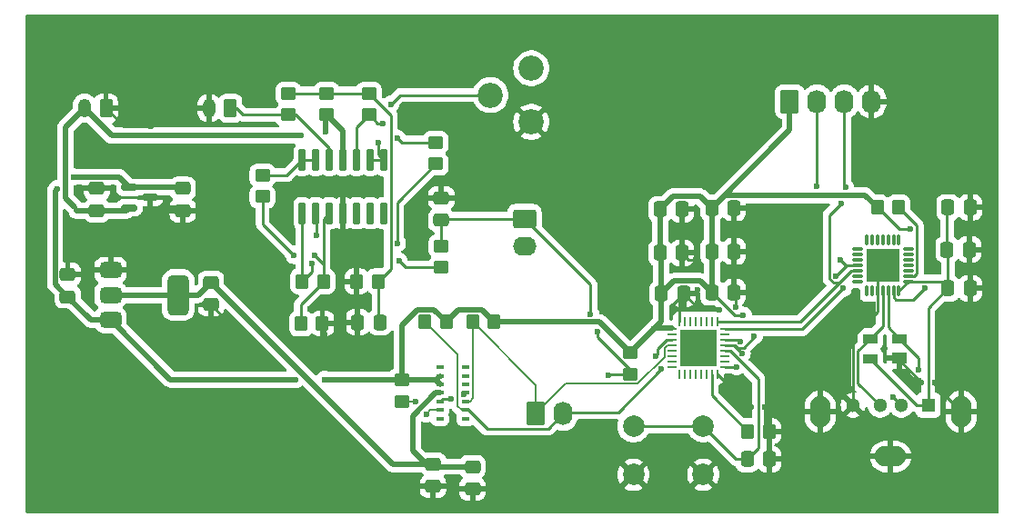
<source format=gbr>
%TF.GenerationSoftware,KiCad,Pcbnew,8.0.8*%
%TF.CreationDate,2025-03-31T16:04:57-05:00*%
%TF.ProjectId,finalproject,66696e61-6c70-4726-9f6a-6563742e6b69,rev?*%
%TF.SameCoordinates,Original*%
%TF.FileFunction,Copper,L1,Top*%
%TF.FilePolarity,Positive*%
%FSLAX46Y46*%
G04 Gerber Fmt 4.6, Leading zero omitted, Abs format (unit mm)*
G04 Created by KiCad (PCBNEW 8.0.8) date 2025-03-31 16:04:57*
%MOMM*%
%LPD*%
G01*
G04 APERTURE LIST*
G04 Aperture macros list*
%AMRoundRect*
0 Rectangle with rounded corners*
0 $1 Rounding radius*
0 $2 $3 $4 $5 $6 $7 $8 $9 X,Y pos of 4 corners*
0 Add a 4 corners polygon primitive as box body*
4,1,4,$2,$3,$4,$5,$6,$7,$8,$9,$2,$3,0*
0 Add four circle primitives for the rounded corners*
1,1,$1+$1,$2,$3*
1,1,$1+$1,$4,$5*
1,1,$1+$1,$6,$7*
1,1,$1+$1,$8,$9*
0 Add four rect primitives between the rounded corners*
20,1,$1+$1,$2,$3,$4,$5,0*
20,1,$1+$1,$4,$5,$6,$7,0*
20,1,$1+$1,$6,$7,$8,$9,0*
20,1,$1+$1,$8,$9,$2,$3,0*%
G04 Aperture macros list end*
%TA.AperFunction,SMDPad,CuDef*%
%ADD10R,1.400000X0.900000*%
%TD*%
%TA.AperFunction,SMDPad,CuDef*%
%ADD11R,1.400000X1.100000*%
%TD*%
%TA.AperFunction,ComponentPad*%
%ADD12C,2.340000*%
%TD*%
%TA.AperFunction,ComponentPad*%
%ADD13RoundRect,0.250000X0.350000X0.625000X-0.350000X0.625000X-0.350000X-0.625000X0.350000X-0.625000X0*%
%TD*%
%TA.AperFunction,ComponentPad*%
%ADD14O,1.200000X1.750000*%
%TD*%
%TA.AperFunction,ComponentPad*%
%ADD15O,1.900000X2.900000*%
%TD*%
%TA.AperFunction,ComponentPad*%
%ADD16O,2.900000X1.900000*%
%TD*%
%TA.AperFunction,ComponentPad*%
%ADD17C,1.300000*%
%TD*%
%TA.AperFunction,ComponentPad*%
%ADD18R,1.300000X1.300000*%
%TD*%
%TA.AperFunction,SMDPad,CuDef*%
%ADD19RoundRect,0.032500X0.452500X-0.097500X0.452500X0.097500X-0.452500X0.097500X-0.452500X-0.097500X0*%
%TD*%
%TA.AperFunction,SMDPad,CuDef*%
%ADD20RoundRect,0.032500X0.097500X-0.452500X0.097500X0.452500X-0.097500X0.452500X-0.097500X-0.452500X0*%
%TD*%
%TA.AperFunction,SMDPad,CuDef*%
%ADD21R,3.150000X3.150000*%
%TD*%
%TA.AperFunction,ComponentPad*%
%ADD22O,1.740000X2.190000*%
%TD*%
%TA.AperFunction,ComponentPad*%
%ADD23RoundRect,0.250000X-0.620000X-0.845000X0.620000X-0.845000X0.620000X0.845000X-0.620000X0.845000X0*%
%TD*%
%TA.AperFunction,ComponentPad*%
%ADD24C,2.000000*%
%TD*%
%TA.AperFunction,ComponentPad*%
%ADD25O,2.190000X1.740000*%
%TD*%
%TA.AperFunction,ComponentPad*%
%ADD26RoundRect,0.250000X-0.845000X0.620000X-0.845000X-0.620000X0.845000X-0.620000X0.845000X0.620000X0*%
%TD*%
%TA.AperFunction,SMDPad,CuDef*%
%ADD27RoundRect,0.250000X-0.450000X0.350000X-0.450000X-0.350000X0.450000X-0.350000X0.450000X0.350000X0*%
%TD*%
%TA.AperFunction,SMDPad,CuDef*%
%ADD28RoundRect,0.250000X0.350000X0.450000X-0.350000X0.450000X-0.350000X-0.450000X0.350000X-0.450000X0*%
%TD*%
%TA.AperFunction,SMDPad,CuDef*%
%ADD29RoundRect,0.250000X0.450000X-0.350000X0.450000X0.350000X-0.450000X0.350000X-0.450000X-0.350000X0*%
%TD*%
%TA.AperFunction,SMDPad,CuDef*%
%ADD30RoundRect,0.250000X-0.350000X-0.450000X0.350000X-0.450000X0.350000X0.450000X-0.350000X0.450000X0*%
%TD*%
%TA.AperFunction,SMDPad,CuDef*%
%ADD31RoundRect,0.062500X0.375000X0.062500X-0.375000X0.062500X-0.375000X-0.062500X0.375000X-0.062500X0*%
%TD*%
%TA.AperFunction,SMDPad,CuDef*%
%ADD32RoundRect,0.062500X0.062500X0.375000X-0.062500X0.375000X-0.062500X-0.375000X0.062500X-0.375000X0*%
%TD*%
%TA.AperFunction,HeatsinkPad*%
%ADD33R,3.450000X3.450000*%
%TD*%
%TA.AperFunction,SMDPad,CuDef*%
%ADD34RoundRect,0.087500X0.287500X0.087500X-0.287500X0.087500X-0.287500X-0.087500X0.287500X-0.087500X0*%
%TD*%
%TA.AperFunction,SMDPad,CuDef*%
%ADD35RoundRect,0.250000X-0.337500X-0.475000X0.337500X-0.475000X0.337500X0.475000X-0.337500X0.475000X0*%
%TD*%
%TA.AperFunction,SMDPad,CuDef*%
%ADD36RoundRect,0.250000X-0.475000X0.337500X-0.475000X-0.337500X0.475000X-0.337500X0.475000X0.337500X0*%
%TD*%
%TA.AperFunction,SMDPad,CuDef*%
%ADD37RoundRect,0.250000X0.475000X-0.337500X0.475000X0.337500X-0.475000X0.337500X-0.475000X-0.337500X0*%
%TD*%
%TA.AperFunction,SMDPad,CuDef*%
%ADD38RoundRect,0.250000X0.337500X0.475000X-0.337500X0.475000X-0.337500X-0.475000X0.337500X-0.475000X0*%
%TD*%
%TA.AperFunction,SMDPad,CuDef*%
%ADD39RoundRect,0.150000X-0.587500X-0.150000X0.587500X-0.150000X0.587500X0.150000X-0.587500X0.150000X0*%
%TD*%
%TA.AperFunction,SMDPad,CuDef*%
%ADD40RoundRect,0.375000X-0.625000X-0.375000X0.625000X-0.375000X0.625000X0.375000X-0.625000X0.375000X0*%
%TD*%
%TA.AperFunction,SMDPad,CuDef*%
%ADD41RoundRect,0.500000X-0.500000X-1.400000X0.500000X-1.400000X0.500000X1.400000X-0.500000X1.400000X0*%
%TD*%
%TA.AperFunction,SMDPad,CuDef*%
%ADD42RoundRect,0.075000X-0.225000X0.910000X-0.225000X-0.910000X0.225000X-0.910000X0.225000X0.910000X0*%
%TD*%
%TA.AperFunction,ViaPad*%
%ADD43C,0.600000*%
%TD*%
%TA.AperFunction,Conductor*%
%ADD44C,0.254000*%
%TD*%
%TA.AperFunction,Conductor*%
%ADD45C,0.508000*%
%TD*%
%TA.AperFunction,Conductor*%
%ADD46C,0.200000*%
%TD*%
G04 APERTURE END LIST*
D10*
%TO.P,U1,4*%
%TO.N,/VBUS*%
X152019000Y-97297000D03*
%TO.P,U1,3*%
%TO.N,Net-(UART-TO-USB1-D+)*%
X152019000Y-95377000D03*
%TO.P,U1,2*%
%TO.N,Net-(UART-TO-USB1-D-)*%
X154719000Y-95377000D03*
D11*
%TO.P,U1,1*%
%TO.N,GND*%
X154719000Y-97197000D03*
%TD*%
D12*
%TO.P,R17,1*%
%TO.N,GND*%
X120459000Y-75184000D03*
%TO.P,R17,2*%
%TO.N,Net-(GSR1-Pad3)*%
X116659000Y-72684000D03*
%TO.P,R17,3*%
%TO.N,N/C*%
X120459000Y-70184000D03*
%TD*%
D13*
%TO.P,Vin1,1,Pin_1*%
%TO.N,GND*%
X80867000Y-73914000D03*
D14*
%TO.P,Vin1,2,Pin_2*%
%TO.N,+5V*%
X78867000Y-73914000D03*
%TD*%
D15*
%TO.P,USB1,5,Shield*%
%TO.N,GND*%
X147354000Y-102187000D03*
D16*
X153924000Y-106367000D03*
D15*
X160494000Y-102187000D03*
D17*
%TO.P,USB1,4,GND*%
X150424000Y-101587000D03*
%TO.P,USB1,3,D+*%
%TO.N,Net-(UART-TO-USB1-D+)*%
X152924000Y-101587000D03*
%TO.P,USB1,2,D-*%
%TO.N,Net-(UART-TO-USB1-D-)*%
X154924000Y-101587000D03*
D18*
%TO.P,USB1,1,VBUS*%
%TO.N,/VBUS*%
X157424000Y-101587000D03*
%TD*%
D19*
%TO.P,UART-TO-USB1,8,VBUS*%
%TO.N,/VBUS*%
X155556000Y-90062000D03*
%TO.P,UART-TO-USB1,9,~{RST}*%
%TO.N,Net-(UART-TO-USB1-~{RST})*%
X155556000Y-89562000D03*
%TO.P,UART-TO-USB1,10,NC*%
%TO.N,unconnected-(UART-TO-USB1-NC-Pad10)_7*%
X155556000Y-89062000D03*
%TO.P,UART-TO-USB1,11,~{SUSPEND}*%
%TO.N,unconnected-(UART-TO-USB1-~{SUSPEND}-Pad11)*%
X155556000Y-88562000D03*
%TO.P,UART-TO-USB1,12,SUSPEND*%
%TO.N,unconnected-(UART-TO-USB1-SUSPEND-Pad12)*%
X155556000Y-88062000D03*
%TO.P,UART-TO-USB1,13,NC*%
%TO.N,unconnected-(UART-TO-USB1-NC-Pad10)_6*%
X155556000Y-87562000D03*
%TO.P,UART-TO-USB1,14,NC*%
%TO.N,unconnected-(UART-TO-USB1-NC-Pad10)_8*%
X155556000Y-87062000D03*
%TO.P,UART-TO-USB1,22,NC*%
%TO.N,unconnected-(UART-TO-USB1-NC-Pad10)_2*%
X150816000Y-87062000D03*
%TO.P,UART-TO-USB1,23,CTS*%
%TO.N,unconnected-(UART-TO-USB1-CTS-Pad23)*%
X150816000Y-87562000D03*
%TO.P,UART-TO-USB1,24,RTS*%
%TO.N,unconnected-(UART-TO-USB1-RTS-Pad24)*%
X150816000Y-88062000D03*
%TO.P,UART-TO-USB1,25,RXD*%
%TO.N,/TX*%
X150816000Y-88562000D03*
%TO.P,UART-TO-USB1,26,TXD*%
%TO.N,/RX*%
X150816000Y-89062000D03*
%TO.P,UART-TO-USB1,27,DSR*%
%TO.N,unconnected-(UART-TO-USB1-DSR-Pad27)*%
X150816000Y-89562000D03*
%TO.P,UART-TO-USB1,28,DTR*%
%TO.N,unconnected-(UART-TO-USB1-DTR-Pad28)*%
X150816000Y-90062000D03*
D20*
%TO.P,UART-TO-USB1,1,DCD*%
%TO.N,unconnected-(UART-TO-USB1-DCD-Pad1)*%
X151686000Y-90932000D03*
%TO.P,UART-TO-USB1,2,RI*%
%TO.N,unconnected-(UART-TO-USB1-RI-Pad2)*%
X152186000Y-90932000D03*
%TO.P,UART-TO-USB1,3,GND*%
%TO.N,GND*%
X152686000Y-90932000D03*
%TO.P,UART-TO-USB1,4,D+*%
%TO.N,Net-(UART-TO-USB1-D+)*%
X153186000Y-90932000D03*
%TO.P,UART-TO-USB1,5,D-*%
%TO.N,Net-(UART-TO-USB1-D-)*%
X153686000Y-90932000D03*
%TO.P,UART-TO-USB1,6,VDD*%
%TO.N,+3.3V*%
X154186000Y-90932000D03*
%TO.P,UART-TO-USB1,7,REGIN*%
%TO.N,/VBUS*%
X154686000Y-90932000D03*
%TO.P,UART-TO-USB1,15,NC*%
%TO.N,unconnected-(UART-TO-USB1-NC-Pad10)*%
X154686000Y-86192000D03*
%TO.P,UART-TO-USB1,16,NC*%
%TO.N,unconnected-(UART-TO-USB1-NC-Pad10)_1*%
X154186000Y-86192000D03*
%TO.P,UART-TO-USB1,17,NC*%
%TO.N,unconnected-(UART-TO-USB1-NC-Pad10)_5*%
X153686000Y-86192000D03*
%TO.P,UART-TO-USB1,18,NC*%
%TO.N,unconnected-(UART-TO-USB1-NC-Pad10)_4*%
X153186000Y-86192000D03*
%TO.P,UART-TO-USB1,19,NC*%
%TO.N,unconnected-(UART-TO-USB1-NC-Pad10)_9*%
X152686000Y-86192000D03*
%TO.P,UART-TO-USB1,20,NC*%
%TO.N,unconnected-(UART-TO-USB1-NC-Pad10)_3*%
X152186000Y-86192000D03*
%TO.P,UART-TO-USB1,21,NC*%
%TO.N,unconnected-(UART-TO-USB1-NC-Pad10)_10*%
X151686000Y-86192000D03*
D21*
%TO.P,UART-TO-USB1,29,GND*%
%TO.N,GND*%
X153186000Y-88562000D03*
%TD*%
D22*
%TO.P,TEST1,4,Pin_4*%
%TO.N,GND*%
X152146000Y-73279000D03*
%TO.P,TEST1,3,Pin_3*%
%TO.N,/RX*%
X149606000Y-73279000D03*
%TO.P,TEST1,2,Pin_2*%
%TO.N,/TX*%
X147066000Y-73279000D03*
D23*
%TO.P,TEST1,1,Pin_1*%
%TO.N,+3.3V*%
X144526000Y-73279000D03*
%TD*%
D24*
%TO.P,SW1,1,1*%
%TO.N,GND*%
X136473000Y-108061000D03*
X129973000Y-108061000D03*
%TO.P,SW1,2,2*%
%TO.N,Net-(MCU1-NRST)*%
X136473000Y-103561000D03*
X129973000Y-103561000D03*
%TD*%
D25*
%TO.P,SIG1,2,Pin_2*%
%TO.N,unconnected-(SIG1-Pin_2-Pad2)*%
X119824000Y-86741000D03*
D26*
%TO.P,SIG1,1,Pin_1*%
%TO.N,/SIG*%
X119824000Y-84201000D03*
%TD*%
D27*
%TO.P,R16,1*%
%TO.N,+3.3V*%
X129667000Y-96683000D03*
%TO.P,R16,2*%
%TO.N,/SIG*%
X129667000Y-98683000D03*
%TD*%
D28*
%TO.P,R15,2*%
%TO.N,+3.3V*%
X152670000Y-83144000D03*
%TO.P,R15,1*%
%TO.N,Net-(UART-TO-USB1-~{RST})*%
X154670000Y-83144000D03*
%TD*%
D29*
%TO.P,R14,2*%
%TO.N,+3.3V*%
X108391499Y-99234500D03*
%TO.P,R14,1*%
%TO.N,Net-(HEART1-~{INT})*%
X108391499Y-101234500D03*
%TD*%
D30*
%TO.P,R13,1*%
%TO.N,Net-(MCU1-PH3)*%
X140605000Y-104013000D03*
%TO.P,R13,2*%
%TO.N,GND*%
X142605000Y-104013000D03*
%TD*%
D29*
%TO.P,R12,2*%
%TO.N,/SIG*%
X112077000Y-86757000D03*
%TO.P,R12,1*%
%TO.N,Net-(GSR1-Pad8)*%
X112077000Y-88757000D03*
%TD*%
D28*
%TO.P,R11,2*%
%TO.N,Net-(GSR1-Pad10)*%
X99012000Y-93980000D03*
%TO.P,R11,1*%
%TO.N,GND*%
X101012000Y-93980000D03*
%TD*%
%TO.P,R10,2*%
%TO.N,Net-(GSR1-Pad8)*%
X99123000Y-90043000D03*
%TO.P,R10,1*%
%TO.N,Net-(GSR1-Pad10)*%
X101123000Y-90043000D03*
%TD*%
D27*
%TO.P,R9,2*%
%TO.N,Net-(GSR1-Pad10)*%
X95440000Y-82153000D03*
%TO.P,R9,1*%
%TO.N,Net-(GSR1-Pad6)*%
X95440000Y-80153000D03*
%TD*%
%TO.P,R8,1*%
%TO.N,Net-(GSR1-Pad1)*%
X111569000Y-77105000D03*
%TO.P,R8,2*%
%TO.N,Net-(GSR1-Pad9)*%
X111569000Y-79105000D03*
%TD*%
%TO.P,R6,2*%
%TO.N,Net-(GSR_IN1-Pin_1)*%
X97853000Y-74533000D03*
%TO.P,R6,1*%
%TO.N,Net-(C3-Pad1)*%
X97853000Y-72533000D03*
%TD*%
%TO.P,R5,1*%
%TO.N,Net-(C3-Pad1)*%
X105346000Y-72533000D03*
%TO.P,R5,2*%
%TO.N,Net-(GSR1-Pad3)*%
X105346000Y-74533000D03*
%TD*%
D29*
%TO.P,R4,1*%
%TO.N,+5V*%
X101409000Y-74533000D03*
%TO.P,R4,2*%
%TO.N,Net-(C3-Pad1)*%
X101409000Y-72533000D03*
%TD*%
D28*
%TO.P,R3,2*%
%TO.N,GND*%
X104219000Y-90043000D03*
%TO.P,R3,1*%
%TO.N,Net-(C3-Pad1)*%
X106219000Y-90043000D03*
%TD*%
D30*
%TO.P,R2,2*%
%TO.N,+3.3V*%
X112550499Y-93843500D03*
%TO.P,R2,1*%
%TO.N,/SCL*%
X110550499Y-93843500D03*
%TD*%
%TO.P,R1,1*%
%TO.N,/SDA*%
X114995499Y-93843500D03*
%TO.P,R1,2*%
%TO.N,+3.3V*%
X116995499Y-93843500D03*
%TD*%
D31*
%TO.P,MCU1,1,VDD*%
%TO.N,+3.3V*%
X138474500Y-98011500D03*
%TO.P,MCU1,2,PC14*%
%TO.N,unconnected-(MCU1-PC14-Pad2)*%
X138474500Y-97511500D03*
%TO.P,MCU1,3,PC15*%
%TO.N,unconnected-(MCU1-PC15-Pad3)*%
X138474500Y-97011500D03*
%TO.P,MCU1,4,NRST*%
%TO.N,Net-(MCU1-NRST)*%
X138474500Y-96511500D03*
%TO.P,MCU1,5,VDDA*%
%TO.N,+3.3V*%
X138474500Y-96011500D03*
%TO.P,MCU1,6,PA0*%
%TO.N,/SIG*%
X138474500Y-95511500D03*
%TO.P,MCU1,7,PA1*%
%TO.N,unconnected-(MCU1-PA1-Pad7)*%
X138474500Y-95011500D03*
%TO.P,MCU1,8,PA2*%
%TO.N,/TX*%
X138474500Y-94511500D03*
D32*
%TO.P,MCU1,9,PA3*%
%TO.N,/RX*%
X137787000Y-93824000D03*
%TO.P,MCU1,10,PA4*%
%TO.N,unconnected-(MCU1-PA4-Pad10)*%
X137287000Y-93824000D03*
%TO.P,MCU1,11,PA5*%
%TO.N,unconnected-(MCU1-PA5-Pad11)*%
X136787000Y-93824000D03*
%TO.P,MCU1,12,PA6*%
%TO.N,unconnected-(MCU1-PA6-Pad12)*%
X136287000Y-93824000D03*
%TO.P,MCU1,13,PA7*%
%TO.N,unconnected-(MCU1-PA7-Pad13)*%
X135787000Y-93824000D03*
%TO.P,MCU1,14,PB0*%
%TO.N,unconnected-(MCU1-PB0-Pad14)*%
X135287000Y-93824000D03*
%TO.P,MCU1,15,PB1*%
%TO.N,unconnected-(MCU1-PB1-Pad15)*%
X134787000Y-93824000D03*
%TO.P,MCU1,16,VSS*%
%TO.N,GND*%
X134287000Y-93824000D03*
D31*
%TO.P,MCU1,17,VDD*%
%TO.N,+3.3V*%
X133599500Y-94511500D03*
%TO.P,MCU1,18,PA8*%
%TO.N,unconnected-(MCU1-PA8-Pad18)*%
X133599500Y-95011500D03*
%TO.P,MCU1,19,PA9*%
%TO.N,/SCL*%
X133599500Y-95511500D03*
%TO.P,MCU1,20,PA10*%
%TO.N,/SDA*%
X133599500Y-96011500D03*
%TO.P,MCU1,21,PA11*%
%TO.N,unconnected-(MCU1-PA11-Pad21)*%
X133599500Y-96511500D03*
%TO.P,MCU1,22,PA12*%
%TO.N,unconnected-(MCU1-PA12-Pad22)*%
X133599500Y-97011500D03*
%TO.P,MCU1,23,PA13*%
%TO.N,unconnected-(MCU1-PA13-Pad23)*%
X133599500Y-97511500D03*
%TO.P,MCU1,24,PA14*%
%TO.N,unconnected-(MCU1-PA14-Pad24)*%
X133599500Y-98011500D03*
D32*
%TO.P,MCU1,25,PA15*%
%TO.N,unconnected-(MCU1-PA15-Pad25)*%
X134287000Y-98699000D03*
%TO.P,MCU1,26,PB3*%
%TO.N,unconnected-(MCU1-PB3-Pad26)*%
X134787000Y-98699000D03*
%TO.P,MCU1,27,PB4*%
%TO.N,unconnected-(MCU1-PB4-Pad27)*%
X135287000Y-98699000D03*
%TO.P,MCU1,28,PB5*%
%TO.N,unconnected-(MCU1-PB5-Pad28)*%
X135787000Y-98699000D03*
%TO.P,MCU1,29,PB6*%
%TO.N,unconnected-(MCU1-PB6-Pad29)*%
X136287000Y-98699000D03*
%TO.P,MCU1,30,PB7*%
%TO.N,unconnected-(MCU1-PB7-Pad30)*%
X136787000Y-98699000D03*
%TO.P,MCU1,31,PH3*%
%TO.N,Net-(MCU1-PH3)*%
X137287000Y-98699000D03*
%TO.P,MCU1,32,VSS*%
%TO.N,GND*%
X137787000Y-98699000D03*
D33*
%TO.P,MCU1,33,VSS*%
X136037000Y-96261500D03*
%TD*%
D23*
%TO.P,HEARTOUT1,1,Pin_1*%
%TO.N,/SDA*%
X120904000Y-102362000D03*
D22*
%TO.P,HEARTOUT1,2,Pin_2*%
%TO.N,/SCL*%
X123444000Y-102362000D03*
%TD*%
D34*
%TO.P,HEART1,14,NC*%
%TO.N,unconnected-(HEART1-NC-Pad14)*%
X111960499Y-102847500D03*
%TO.P,HEART1,13,~{INT}*%
%TO.N,Net-(HEART1-~{INT})*%
X111960499Y-102047500D03*
%TO.P,HEART1,12,GND*%
%TO.N,GND*%
X111960499Y-101247500D03*
%TO.P,HEART1,11,VDD*%
%TO.N,+1V8*%
X111960499Y-100447500D03*
%TO.P,HEART1,10,VLED+*%
%TO.N,+3.3V*%
X111960499Y-99647500D03*
%TO.P,HEART1,9,VLED+*%
X111960499Y-98847500D03*
%TO.P,HEART1,8,NC*%
%TO.N,unconnected-(HEART1-NC-Pad8)*%
X111960499Y-98047500D03*
%TO.P,HEART1,7,NC*%
%TO.N,unconnected-(HEART1-NC-Pad7)*%
X114360499Y-98047500D03*
%TO.P,HEART1,6,NC*%
%TO.N,unconnected-(HEART1-NC-Pad6)*%
X114360499Y-98847500D03*
%TO.P,HEART1,5,NC*%
%TO.N,unconnected-(HEART1-NC-Pad5)*%
X114360499Y-99647500D03*
%TO.P,HEART1,4,PGND*%
%TO.N,GND*%
X114360499Y-100447500D03*
%TO.P,HEART1,3,SDA*%
%TO.N,/SDA*%
X114360499Y-101247500D03*
%TO.P,HEART1,2,SCL*%
%TO.N,/SCL*%
X114360499Y-102047500D03*
%TO.P,HEART1,1,NC*%
%TO.N,unconnected-(HEART1-NC-Pad1)*%
X114360499Y-102847500D03*
%TD*%
D13*
%TO.P,GSR_IN1,1,Pin_1*%
%TO.N,Net-(GSR_IN1-Pin_1)*%
X92456000Y-73914000D03*
D14*
%TO.P,GSR_IN1,2,Pin_2*%
%TO.N,GND*%
X90456000Y-73914000D03*
%TD*%
D35*
%TO.P,C18,2*%
%TO.N,GND*%
X161333000Y-83144000D03*
%TO.P,C18,1*%
%TO.N,/VBUS*%
X159258000Y-83144000D03*
%TD*%
D36*
%TO.P,C17,1*%
%TO.N,+1V8*%
X90642000Y-90127000D03*
%TO.P,C17,2*%
%TO.N,GND*%
X90642000Y-92202000D03*
%TD*%
D37*
%TO.P,C16,1*%
%TO.N,+3.3V*%
X77307000Y-91483000D03*
%TO.P,C16,2*%
%TO.N,GND*%
X77307000Y-89408000D03*
%TD*%
D36*
%TO.P,C15,1*%
%TO.N,+3.3V*%
X88011000Y-81385500D03*
%TO.P,C15,2*%
%TO.N,GND*%
X88011000Y-83460500D03*
%TD*%
D37*
%TO.P,C14,1*%
%TO.N,+5V*%
X80010000Y-83460500D03*
%TO.P,C14,2*%
%TO.N,GND*%
X80010000Y-81385500D03*
%TD*%
D38*
%TO.P,C13,1*%
%TO.N,GND*%
X142642500Y-106621000D03*
%TO.P,C13,2*%
%TO.N,Net-(MCU1-NRST)*%
X140567500Y-106621000D03*
%TD*%
D35*
%TO.P,C12,1*%
%TO.N,+3.3V*%
X137265500Y-91079000D03*
%TO.P,C12,2*%
%TO.N,GND*%
X139340500Y-91079000D03*
%TD*%
%TO.P,C11,1*%
%TO.N,+3.3V*%
X132566500Y-91206000D03*
%TO.P,C11,2*%
%TO.N,GND*%
X134641500Y-91206000D03*
%TD*%
%TO.P,C10,1*%
%TO.N,+3.3V*%
X137265500Y-87269000D03*
%TO.P,C10,2*%
%TO.N,GND*%
X139340500Y-87269000D03*
%TD*%
%TO.P,C9,2*%
%TO.N,GND*%
X161251500Y-87081000D03*
%TO.P,C9,1*%
%TO.N,/VBUS*%
X159176500Y-87081000D03*
%TD*%
%TO.P,C8,2*%
%TO.N,GND*%
X161333000Y-90704000D03*
%TO.P,C8,1*%
%TO.N,/VBUS*%
X159258000Y-90704000D03*
%TD*%
%TO.P,C7,1*%
%TO.N,+3.3V*%
X132439500Y-87396000D03*
%TO.P,C7,2*%
%TO.N,GND*%
X134514500Y-87396000D03*
%TD*%
D38*
%TO.P,C6,1*%
%TO.N,GND*%
X139340500Y-83205000D03*
%TO.P,C6,2*%
%TO.N,+3.3V*%
X137265500Y-83205000D03*
%TD*%
D35*
%TO.P,C5,1*%
%TO.N,+3.3V*%
X132439500Y-83332000D03*
%TO.P,C5,2*%
%TO.N,GND*%
X134514500Y-83332000D03*
%TD*%
D37*
%TO.P,C4,2*%
%TO.N,GND*%
X112077000Y-82274500D03*
%TO.P,C4,1*%
%TO.N,/SIG*%
X112077000Y-84349500D03*
%TD*%
D38*
%TO.P,C3,2*%
%TO.N,GND*%
X104308500Y-93853000D03*
%TO.P,C3,1*%
%TO.N,Net-(C3-Pad1)*%
X106383500Y-93853000D03*
%TD*%
D36*
%TO.P,C2,2*%
%TO.N,GND*%
X111312499Y-109151500D03*
%TO.P,C2,1*%
%TO.N,+1V8*%
X111312499Y-107076500D03*
%TD*%
%TO.P,C1,2*%
%TO.N,GND*%
X114995499Y-109384000D03*
%TO.P,C1,1*%
%TO.N,+1V8*%
X114995499Y-107309000D03*
%TD*%
D39*
%TO.P,5V_3.3V1,1,VO*%
%TO.N,+3.3V*%
X83058000Y-81280000D03*
%TO.P,5V_3.3V1,2,VI*%
%TO.N,+5V*%
X83058000Y-83180000D03*
%TO.P,5V_3.3V1,3,GND*%
%TO.N,GND*%
X84933000Y-82230000D03*
%TD*%
D40*
%TO.P,3.3V_1.8V1,3,VI*%
%TO.N,+3.3V*%
X81294000Y-93613000D03*
D41*
%TO.P,3.3V_1.8V1,2,VO*%
%TO.N,+1V8*%
X87594000Y-91313000D03*
D40*
X81294000Y-91313000D03*
%TO.P,3.3V_1.8V1,1,GND*%
%TO.N,GND*%
X81294000Y-89013000D03*
%TD*%
D42*
%TO.P,GSR1,14*%
%TO.N,N/C*%
X106743000Y-83690000D03*
%TO.P,GSR1,13*%
X105473000Y-83690000D03*
%TO.P,GSR1,12*%
X104203000Y-83690000D03*
%TO.P,GSR1,11*%
%TO.N,GND*%
X102933000Y-83690000D03*
%TO.P,GSR1,10*%
%TO.N,Net-(GSR1-Pad10)*%
X101663000Y-83690000D03*
%TO.P,GSR1,9*%
%TO.N,Net-(GSR1-Pad9)*%
X100393000Y-83690000D03*
%TO.P,GSR1,8*%
%TO.N,Net-(GSR1-Pad8)*%
X99123000Y-83690000D03*
%TO.P,GSR1,7*%
%TO.N,Net-(GSR1-Pad6)*%
X99123000Y-78740000D03*
%TO.P,GSR1,6*%
X100393000Y-78740000D03*
%TO.P,GSR1,5*%
%TO.N,Net-(GSR_IN1-Pin_1)*%
X101663000Y-78740000D03*
%TO.P,GSR1,4*%
%TO.N,+5V*%
X102933000Y-78740000D03*
%TO.P,GSR1,3*%
%TO.N,Net-(GSR1-Pad3)*%
X104203000Y-78740000D03*
%TO.P,GSR1,2*%
%TO.N,Net-(GSR1-Pad1)*%
X105473000Y-78740000D03*
%TO.P,GSR1,1*%
X106743000Y-78740000D03*
%TD*%
D43*
%TO.N,Net-(UART-TO-USB1-D-)*%
X156502356Y-98259644D03*
X154178000Y-100838000D03*
%TO.N,GND*%
X158051000Y-99441000D03*
X156797000Y-99441000D03*
X101219000Y-94996000D03*
X94107000Y-95123000D03*
X86487000Y-83058000D03*
X85090000Y-75565000D03*
X135763000Y-88011000D03*
X135971091Y-90850909D03*
X133604000Y-92837000D03*
X135509000Y-97155000D03*
X139482320Y-92409106D03*
X137965894Y-92666106D03*
X142232000Y-101727000D03*
X140970000Y-101727000D03*
%TO.N,+3.3V*%
X140097390Y-96757610D03*
X139591678Y-98025322D03*
X140208000Y-93197000D03*
X141224000Y-95138500D03*
%TO.N,/SIG*%
X139954000Y-95631000D03*
X127635000Y-98806000D03*
%TO.N,/TX*%
X149225000Y-88011000D03*
X147066000Y-81153000D03*
%TO.N,/RX*%
X149352000Y-82780000D03*
X149733000Y-81272000D03*
%TO.N,+3.3V*%
X155741000Y-85203356D03*
X157099000Y-90689000D03*
%TO.N,/TX*%
X148844000Y-89535000D03*
X149503201Y-90702201D03*
%TO.N,/SCL*%
X132069107Y-97017107D03*
X132536637Y-98246637D03*
%TO.N,GND*%
X112998499Y-100965000D03*
X114198499Y-100572501D03*
%TO.N,/SIG*%
X126639341Y-94721659D03*
X125984000Y-93089500D03*
%TO.N,+3.3V*%
X98552000Y-99187000D03*
X101219000Y-99187000D03*
X76319000Y-81407000D03*
X77827000Y-80305159D03*
%TO.N,+5V*%
X101346000Y-76073000D03*
X99060000Y-76454000D03*
%TO.N,Net-(GSR1-Pad3)*%
X106616000Y-75311000D03*
X107378000Y-73533000D03*
%TO.N,Net-(GSR1-Pad1)*%
X106235000Y-77089000D03*
X107997000Y-76708000D03*
%TO.N,Net-(GSR1-Pad9)*%
X100496000Y-85725000D03*
X107997000Y-86487000D03*
%TO.N,Net-(GSR1-Pad8)*%
X100012000Y-88392000D03*
X108140000Y-88138000D03*
%TO.N,Net-(GSR1-Pad10)*%
X98361000Y-87630000D03*
X100266000Y-87630000D03*
%TO.N,Net-(HEART1-~{INT})*%
X110699659Y-102399660D03*
X109696840Y-101269841D03*
%TD*%
D44*
%TO.N,Net-(UART-TO-USB1-D-)*%
X154719000Y-95377000D02*
X156502356Y-97160356D01*
X154178000Y-100841000D02*
X154924000Y-101587000D01*
X156502356Y-97160356D02*
X156502356Y-98259644D01*
X154178000Y-100838000D02*
X154178000Y-100841000D01*
%TO.N,Net-(UART-TO-USB1-D+)*%
X152019000Y-95377000D02*
X150878000Y-96518000D01*
X150878000Y-99541000D02*
X152924000Y-101587000D01*
X150878000Y-96518000D02*
X150878000Y-99541000D01*
%TO.N,GND*%
X152686000Y-90932000D02*
X152686000Y-92906000D01*
X152686000Y-92906000D02*
X150424000Y-95168000D01*
X150424000Y-95168000D02*
X150424000Y-101587000D01*
X154719000Y-97363000D02*
X156797000Y-99441000D01*
X154719000Y-97197000D02*
X154719000Y-97363000D01*
X158051000Y-99441000D02*
X158051000Y-99744000D01*
X158051000Y-99744000D02*
X160494000Y-102187000D01*
%TO.N,/VBUS*%
X157424000Y-101587000D02*
X157424000Y-92538000D01*
X157424000Y-92538000D02*
X159258000Y-90704000D01*
X152019000Y-97297000D02*
X156309000Y-101587000D01*
X156309000Y-101587000D02*
X157424000Y-101587000D01*
%TO.N,Net-(UART-TO-USB1-D-)*%
X154719000Y-95377000D02*
X153686000Y-94344000D01*
X153686000Y-94344000D02*
X153686000Y-90932000D01*
%TO.N,Net-(UART-TO-USB1-D+)*%
X152019000Y-95377000D02*
X153186000Y-94210000D01*
X153186000Y-94210000D02*
X153186000Y-90932000D01*
%TO.N,GND*%
X90642000Y-92202000D02*
X93563000Y-95123000D01*
X101219000Y-94996000D02*
X101219000Y-94187000D01*
X93563000Y-95123000D02*
X94107000Y-95123000D01*
X101219000Y-94187000D02*
X101012000Y-93980000D01*
X80867000Y-73914000D02*
X82518000Y-75565000D01*
X82518000Y-75565000D02*
X85090000Y-75565000D01*
X86487000Y-83058000D02*
X87608500Y-83058000D01*
X87608500Y-83058000D02*
X88011000Y-83460500D01*
X80867000Y-73914000D02*
X90456000Y-73914000D01*
X134514500Y-87396000D02*
X134514500Y-83332000D01*
X135616000Y-91206000D02*
X135971091Y-90850909D01*
X134641500Y-91206000D02*
X135616000Y-91206000D01*
X135763000Y-88011000D02*
X135129500Y-88011000D01*
X135129500Y-88011000D02*
X134514500Y-87396000D01*
X136037000Y-96261500D02*
X136037000Y-96627000D01*
X136037000Y-96627000D02*
X135509000Y-97155000D01*
X133604000Y-92837000D02*
X133604000Y-92243500D01*
X133604000Y-92243500D02*
X134641500Y-91206000D01*
X134641500Y-91206000D02*
X136101606Y-92666106D01*
X136101606Y-92666106D02*
X137965894Y-92666106D01*
X139482320Y-92409106D02*
X139482320Y-91220820D01*
X139482320Y-91220820D02*
X139340500Y-91079000D01*
X137787000Y-98699000D02*
X140815000Y-101727000D01*
X140815000Y-101727000D02*
X140970000Y-101727000D01*
X142232000Y-101727000D02*
X142232000Y-103640000D01*
X142232000Y-103640000D02*
X142605000Y-104013000D01*
X134287000Y-93824000D02*
X134287000Y-91560500D01*
X134287000Y-91560500D02*
X134641500Y-91206000D01*
X153186000Y-88562000D02*
X152686000Y-89062000D01*
X152686000Y-89062000D02*
X152686000Y-90932000D01*
%TO.N,Net-(MCU1-NRST)*%
X129973000Y-103561000D02*
X136473000Y-103561000D01*
X136473000Y-103561000D02*
X139533000Y-106621000D01*
X139533000Y-106621000D02*
X140567500Y-106621000D01*
%TO.N,+3.3V*%
X139351280Y-96011500D02*
X138938000Y-96011500D01*
X138474500Y-98011500D02*
X139577856Y-98011500D01*
X139577856Y-98011500D02*
X139591678Y-98025322D01*
X138938000Y-96011500D02*
X139447788Y-96011500D01*
X138474500Y-96011500D02*
X138938000Y-96011500D01*
X140097390Y-96757610D02*
X139351280Y-96011500D01*
X139447788Y-96011500D02*
X139694288Y-96258000D01*
X141224000Y-95250000D02*
X141224000Y-95138500D01*
X139694288Y-96258000D02*
X140216000Y-96258000D01*
X140216000Y-96258000D02*
X141224000Y-95250000D01*
X140208000Y-93197000D02*
X139383500Y-93197000D01*
X139383500Y-93197000D02*
X137265500Y-91079000D01*
%TO.N,Net-(MCU1-NRST)*%
X138474500Y-96511500D02*
X138964568Y-96511500D01*
X138964568Y-96511500D02*
X141605000Y-99151932D01*
X141605000Y-99151932D02*
X141605000Y-105583500D01*
X141605000Y-105583500D02*
X140567500Y-106621000D01*
%TO.N,/SIG*%
X129667000Y-98683000D02*
X127758000Y-98683000D01*
X127758000Y-98683000D02*
X127635000Y-98806000D01*
X139834500Y-95511500D02*
X138474500Y-95511500D01*
X139954000Y-95631000D02*
X139834500Y-95511500D01*
%TO.N,Net-(MCU1-PH3)*%
X137287000Y-100695000D02*
X140605000Y-104013000D01*
%TO.N,/TX*%
X147066000Y-73279000D02*
X147066000Y-81153000D01*
X149225000Y-88011000D02*
X149776000Y-88562000D01*
X149776000Y-88562000D02*
X150816000Y-88562000D01*
%TO.N,/RX*%
X148217000Y-89794712D02*
X148617633Y-90195345D01*
X149606000Y-81145000D02*
X149733000Y-81272000D01*
X149606000Y-73279000D02*
X149606000Y-81145000D01*
X150256690Y-89062000D02*
X150816000Y-89062000D01*
X149352000Y-82780000D02*
X148217000Y-83915000D01*
X148217000Y-83915000D02*
X148217000Y-89794712D01*
X148617633Y-90195345D02*
X149123345Y-90195345D01*
X149123345Y-90195345D02*
X150256690Y-89062000D01*
D45*
%TO.N,+3.3V*%
X144526000Y-73279000D02*
X144526000Y-75944500D01*
X144526000Y-75944500D02*
X137265500Y-83205000D01*
D44*
X154186000Y-91491310D02*
X154438690Y-91744000D01*
X155741000Y-85203356D02*
X154729356Y-85203356D01*
X154438690Y-91744000D02*
X156044000Y-91744000D01*
X156044000Y-91744000D02*
X157099000Y-90689000D01*
X154729356Y-85203356D02*
X152670000Y-83144000D01*
D45*
X137265500Y-83205000D02*
X138444500Y-82026000D01*
X138444500Y-82026000D02*
X151552000Y-82026000D01*
X151552000Y-82026000D02*
X152670000Y-83144000D01*
D44*
%TO.N,/TX*%
X138474500Y-94511500D02*
X145693902Y-94511500D01*
X145693902Y-94511500D02*
X149503201Y-90702201D01*
X148844000Y-89535000D02*
X149817000Y-88562000D01*
%TO.N,/RX*%
X137787000Y-93824000D02*
X145494690Y-93824000D01*
X145494690Y-93824000D02*
X150256690Y-89062000D01*
%TO.N,/VBUS*%
X154686000Y-90932000D02*
X155556000Y-90062000D01*
%TO.N,Net-(UART-TO-USB1-~{RST})*%
X154670000Y-83144000D02*
X156368000Y-84842000D01*
X156368000Y-84842000D02*
X156368000Y-89309310D01*
X156115310Y-89562000D02*
X155556000Y-89562000D01*
X156368000Y-89309310D02*
X156115310Y-89562000D01*
%TO.N,/VBUS*%
X159176500Y-87081000D02*
X159176500Y-83225500D01*
X159176500Y-83225500D02*
X159258000Y-83144000D01*
X159258000Y-90704000D02*
X159258000Y-87162500D01*
X159258000Y-87162500D02*
X159176500Y-87081000D01*
X155556000Y-90062000D02*
X158616000Y-90062000D01*
X158616000Y-90062000D02*
X159258000Y-90704000D01*
D45*
%TO.N,+3.3V*%
X144758500Y-73511500D02*
X144526000Y-73279000D01*
X137265500Y-87269000D02*
X137265500Y-91079000D01*
X137265500Y-83205000D02*
X137265500Y-87269000D01*
X132439500Y-83332000D02*
X133618500Y-82153000D01*
X133618500Y-82153000D02*
X136213500Y-82153000D01*
X136213500Y-82153000D02*
X137265500Y-83205000D01*
X132439500Y-87396000D02*
X132439500Y-83332000D01*
X132566500Y-91206000D02*
X132566500Y-87523000D01*
X132566500Y-87523000D02*
X132439500Y-87396000D01*
X132566500Y-91206000D02*
X133745500Y-90027000D01*
X133745500Y-90027000D02*
X136213500Y-90027000D01*
X136213500Y-90027000D02*
X137265500Y-91079000D01*
X131526500Y-94823500D02*
X131917500Y-94432500D01*
X131526500Y-94823500D02*
X132566500Y-93783500D01*
X129667000Y-96683000D02*
X131526500Y-94823500D01*
X132566500Y-93783500D02*
X132566500Y-91206000D01*
D44*
%TO.N,/SCL*%
X123444000Y-102362000D02*
X123572000Y-102234000D01*
X128549274Y-102234000D02*
X132536637Y-98246637D01*
X132207000Y-96348244D02*
X133043744Y-95511500D01*
X123572000Y-102234000D02*
X128549274Y-102234000D01*
X132207000Y-96879214D02*
X132207000Y-96348244D01*
X132069107Y-97017107D02*
X132207000Y-96879214D01*
X133043744Y-95511500D02*
X133599500Y-95511500D01*
D46*
%TO.N,/SDA*%
X120904000Y-102362000D02*
X123683000Y-99583000D01*
X123683000Y-99583000D02*
X130351744Y-99583000D01*
X130351744Y-99583000D02*
X132862000Y-97072744D01*
X132862000Y-97072744D02*
X132862000Y-96297114D01*
X132862000Y-96297114D02*
X133147614Y-96011500D01*
X133147614Y-96011500D02*
X133599500Y-96011500D01*
D44*
%TO.N,GND*%
X112242999Y-100965000D02*
X111960499Y-101247500D01*
X114360499Y-100447500D02*
X114323500Y-100447500D01*
X114323500Y-100447500D02*
X114198499Y-100572501D01*
X112998499Y-100965000D02*
X112242999Y-100965000D01*
%TO.N,/SCL*%
X123444000Y-102362000D02*
X122022000Y-103784000D01*
X116357000Y-103784000D02*
X114620500Y-102047500D01*
X114620500Y-102047500D02*
X114360499Y-102047500D01*
X122022000Y-103784000D02*
X116357000Y-103784000D01*
D46*
%TO.N,/SDA*%
X114995499Y-93843500D02*
X120904000Y-99752001D01*
X120904000Y-99752001D02*
X120904000Y-102362000D01*
D44*
%TO.N,/SIG*%
X126639341Y-95278269D02*
X129667000Y-98305928D01*
X119824000Y-84201000D02*
X125984000Y-90361000D01*
X125984000Y-90361000D02*
X125984000Y-93089500D01*
X126639341Y-94721659D02*
X126639341Y-95278269D01*
X129667000Y-98305928D02*
X129667000Y-98683000D01*
D45*
%TO.N,+3.3V*%
X131917500Y-94432500D02*
X133599500Y-94432500D01*
X116995499Y-93843500D02*
X126827500Y-93843500D01*
X126827500Y-93843500D02*
X129667000Y-96683000D01*
X101266500Y-99234500D02*
X101219000Y-99187000D01*
X108391499Y-99234500D02*
X101266500Y-99234500D01*
X98552000Y-99187000D02*
X86868000Y-99187000D01*
X86868000Y-99187000D02*
X81294000Y-93613000D01*
D44*
%TO.N,Net-(GSR_IN1-Pin_1)*%
X97853000Y-74533000D02*
X93646000Y-74533000D01*
D45*
%TO.N,+5V*%
X78867000Y-73914000D02*
X77073000Y-75708000D01*
X77073000Y-75708000D02*
X77073000Y-82254000D01*
X77073000Y-82254000D02*
X77983500Y-83164500D01*
X99060000Y-76454000D02*
X81407000Y-76454000D01*
X81407000Y-76454000D02*
X78867000Y-73914000D01*
%TO.N,+1V8*%
X90642000Y-90127000D02*
X107591500Y-107076500D01*
X107591500Y-107076500D02*
X111312499Y-107076500D01*
%TO.N,+3.3V*%
X83058000Y-81280000D02*
X82083159Y-80305159D01*
X76319000Y-81407000D02*
X76128000Y-81598000D01*
X76128000Y-81598000D02*
X76128000Y-90304000D01*
X82083159Y-80305159D02*
X77827000Y-80305159D01*
X76128000Y-90304000D02*
X77307000Y-91483000D01*
%TO.N,+5V*%
X101346000Y-74596000D02*
X101409000Y-74533000D01*
X101346000Y-76073000D02*
X101346000Y-74596000D01*
D44*
%TO.N,Net-(GSR1-Pad3)*%
X116659000Y-72684000D02*
X108227000Y-72684000D01*
X108227000Y-72684000D02*
X107378000Y-73533000D01*
%TO.N,/SIG*%
X112077000Y-84349500D02*
X112563500Y-84349500D01*
X112563500Y-84349500D02*
X112712000Y-84201000D01*
X112712000Y-84201000D02*
X119824000Y-84201000D01*
%TO.N,Net-(GSR1-Pad3)*%
X106616000Y-75311000D02*
X106124000Y-75311000D01*
X107378000Y-73503000D02*
X107378000Y-73533000D01*
X106124000Y-75311000D02*
X105346000Y-74533000D01*
X105346000Y-74533000D02*
X104203000Y-75676000D01*
X104203000Y-75676000D02*
X104203000Y-78740000D01*
%TO.N,Net-(GSR1-Pad1)*%
X106743000Y-78740000D02*
X105473000Y-78740000D01*
X106235000Y-77089000D02*
X106235000Y-78232000D01*
X111569000Y-77105000D02*
X108394000Y-77105000D01*
X108394000Y-77105000D02*
X107997000Y-76708000D01*
X106235000Y-78232000D02*
X106743000Y-78740000D01*
%TO.N,Net-(GSR1-Pad9)*%
X100496000Y-85725000D02*
X100496000Y-83793000D01*
X107997000Y-82677000D02*
X107997000Y-86487000D01*
X111569000Y-79105000D02*
X107997000Y-82677000D01*
X100496000Y-83793000D02*
X100393000Y-83690000D01*
%TO.N,/SIG*%
X112077000Y-86757000D02*
X112077000Y-84349500D01*
%TO.N,Net-(GSR1-Pad8)*%
X112077000Y-88757000D02*
X108759000Y-88757000D01*
X108759000Y-88757000D02*
X108140000Y-88138000D01*
X100012000Y-88392000D02*
X100012000Y-89154000D01*
X100012000Y-89154000D02*
X99123000Y-90043000D01*
%TO.N,Net-(GSR1-Pad6)*%
X99123000Y-78740000D02*
X100393000Y-78740000D01*
X95440000Y-80153000D02*
X97710000Y-80153000D01*
X97710000Y-80153000D02*
X99123000Y-78740000D01*
%TO.N,Net-(GSR1-Pad10)*%
X95440000Y-82153000D02*
X95440000Y-84709000D01*
X95440000Y-84709000D02*
X98361000Y-87630000D01*
X100266000Y-87630000D02*
X101123000Y-88487000D01*
X101123000Y-88487000D02*
X101123000Y-90043000D01*
%TO.N,Net-(GSR1-Pad8)*%
X99123000Y-90043000D02*
X99123000Y-83690000D01*
%TO.N,Net-(GSR1-Pad10)*%
X101123000Y-90043000D02*
X101123000Y-84230000D01*
X101123000Y-84230000D02*
X101663000Y-83690000D01*
X99012000Y-93980000D02*
X99012000Y-92154000D01*
X99012000Y-92154000D02*
X101123000Y-90043000D01*
%TO.N,Net-(C3-Pad1)*%
X106219000Y-90043000D02*
X106219000Y-93688500D01*
X106219000Y-93688500D02*
X106510500Y-93980000D01*
X105346000Y-72533000D02*
X107370000Y-74557000D01*
X107370000Y-74557000D02*
X107370000Y-88892000D01*
X107370000Y-88892000D02*
X106219000Y-90043000D01*
X101409000Y-72533000D02*
X97853000Y-72533000D01*
X105346000Y-72533000D02*
X101409000Y-72533000D01*
%TO.N,Net-(GSR_IN1-Pin_1)*%
X97853000Y-74533000D02*
X98553000Y-74533000D01*
X101663000Y-77643000D02*
X101663000Y-78740000D01*
X98553000Y-74533000D02*
X101663000Y-77643000D01*
D45*
%TO.N,+5V*%
X101409000Y-74533000D02*
X102933000Y-76057000D01*
X102933000Y-76057000D02*
X102933000Y-78740000D01*
%TO.N,+3.3V*%
X108391499Y-94122500D02*
X109824499Y-92689500D01*
X109824499Y-92689500D02*
X111396499Y-92689500D01*
X111396499Y-92689500D02*
X112550499Y-93843500D01*
%TO.N,+5V*%
X78126500Y-83460500D02*
X80010000Y-83460500D01*
X102933000Y-79375000D02*
X102933000Y-78740000D01*
D46*
%TO.N,/SDA*%
X114995499Y-93843500D02*
X115035499Y-93883500D01*
X115035499Y-93883500D02*
X115035499Y-100947499D01*
X115035499Y-100947499D02*
X114735498Y-101247500D01*
X114735498Y-101247500D02*
X114360499Y-101247500D01*
%TO.N,/SCL*%
X110550499Y-93843500D02*
X113598499Y-96891500D01*
X113598499Y-96891500D02*
X113598499Y-101660499D01*
X113598499Y-101660499D02*
X113985500Y-102047500D01*
X113985500Y-102047500D02*
X114360499Y-102047500D01*
%TO.N,Net-(HEART1-~{INT})*%
X108391499Y-101234500D02*
X109661499Y-101234500D01*
X111051819Y-102047500D02*
X111960499Y-102047500D01*
X109661499Y-101234500D02*
X109696840Y-101269841D01*
X110699659Y-102399660D02*
X111051819Y-102047500D01*
D45*
%TO.N,+3.3V*%
X108391499Y-99234500D02*
X111547499Y-99234500D01*
X111547499Y-99234500D02*
X111960499Y-99647500D01*
X108391499Y-99234500D02*
X111573499Y-99234500D01*
X111573499Y-99234500D02*
X111960499Y-98847500D01*
%TO.N,+1V8*%
X110677499Y-107076500D02*
X109407499Y-105806500D01*
X111312499Y-107076500D02*
X110677499Y-107076500D01*
X109407499Y-105806500D02*
X109407499Y-102625501D01*
X109407499Y-102625501D02*
X111585500Y-100447500D01*
X111585500Y-100447500D02*
X111960499Y-100447500D01*
X114995499Y-107309000D02*
X111544999Y-107309000D01*
X111544999Y-107309000D02*
X111312499Y-107076500D01*
X87594000Y-91313000D02*
X89456000Y-91313000D01*
X89456000Y-91313000D02*
X90642000Y-90127000D01*
X81294000Y-91313000D02*
X87594000Y-91313000D01*
%TO.N,+3.3V*%
X117122499Y-93970500D02*
X116995499Y-93843500D01*
X116995499Y-93843500D02*
X115841499Y-92689500D01*
X115841499Y-92689500D02*
X113704499Y-92689500D01*
X113704499Y-92689500D02*
X112550499Y-93843500D01*
X108651499Y-98974500D02*
X108391499Y-99234500D01*
X81294000Y-93613000D02*
X79437000Y-93613000D01*
X79437000Y-93613000D02*
X77307000Y-91483000D01*
X83058000Y-81280000D02*
X87905500Y-81280000D01*
X87905500Y-81280000D02*
X88011000Y-81385500D01*
%TO.N,+5V*%
X80010000Y-83460500D02*
X82777500Y-83460500D01*
X82777500Y-83460500D02*
X83058000Y-83180000D01*
%TO.N,+3.3V*%
X108391499Y-94122500D02*
X108391499Y-99234500D01*
D44*
%TO.N,Net-(GSR_IN1-Pin_1)*%
X93027000Y-73914000D02*
X93646000Y-74533000D01*
%TO.N,+3.3V*%
X154186000Y-90932000D02*
X154186000Y-91491310D01*
%TO.N,/TX*%
X149817000Y-88562000D02*
X150816000Y-88562000D01*
%TO.N,Net-(MCU1-PH3)*%
X137287000Y-98699000D02*
X137287000Y-100695000D01*
%TD*%
%TA.AperFunction,Conductor*%
%TO.N,GND*%
G36*
X139093979Y-98658005D02*
G01*
X139242156Y-98751111D01*
X139404807Y-98808025D01*
X139412423Y-98810690D01*
X139412428Y-98810691D01*
X139591674Y-98830887D01*
X139591678Y-98830887D01*
X139591682Y-98830887D01*
X139770927Y-98810691D01*
X139770930Y-98810690D01*
X139770933Y-98810690D01*
X139941200Y-98751111D01*
X140088110Y-98658800D01*
X140155346Y-98639801D01*
X140222182Y-98660169D01*
X140241763Y-98676114D01*
X140941181Y-99375532D01*
X140974666Y-99436855D01*
X140977500Y-99463213D01*
X140977500Y-102688500D01*
X140957815Y-102755539D01*
X140905011Y-102801294D01*
X140853500Y-102812500D01*
X140343281Y-102812500D01*
X140276242Y-102792815D01*
X140255600Y-102776181D01*
X137950819Y-100471400D01*
X137917334Y-100410077D01*
X137914500Y-100383719D01*
X137914500Y-99738775D01*
X137934185Y-99671736D01*
X137986989Y-99625981D01*
X137991048Y-99624214D01*
X138133174Y-99565344D01*
X138250679Y-99475179D01*
X138340843Y-99357675D01*
X138397521Y-99220842D01*
X138397521Y-99220841D01*
X138411999Y-99110877D01*
X138412000Y-99110863D01*
X138412000Y-98801818D01*
X138405196Y-98789358D01*
X138410180Y-98719666D01*
X138452052Y-98663733D01*
X138517516Y-98639316D01*
X138526362Y-98639000D01*
X139028009Y-98639000D01*
X139093979Y-98658005D01*
G37*
%TD.AperFunction*%
%TA.AperFunction,Conductor*%
G36*
X153412334Y-94973599D02*
G01*
X153456681Y-95002100D01*
X153482181Y-95027600D01*
X153515666Y-95088923D01*
X153518500Y-95115281D01*
X153518500Y-95874870D01*
X153518501Y-95874876D01*
X153524908Y-95934483D01*
X153575202Y-96069328D01*
X153575206Y-96069335D01*
X153645403Y-96163105D01*
X153669821Y-96228569D01*
X153654970Y-96296842D01*
X153645404Y-96311727D01*
X153575647Y-96404910D01*
X153575645Y-96404913D01*
X153525403Y-96539620D01*
X153525401Y-96539627D01*
X153519000Y-96599155D01*
X153519000Y-96947000D01*
X154595000Y-96947000D01*
X154662039Y-96966685D01*
X154707794Y-97019489D01*
X154719000Y-97071000D01*
X154719000Y-97197000D01*
X154845000Y-97197000D01*
X154912039Y-97216685D01*
X154957794Y-97269489D01*
X154969000Y-97321000D01*
X154969000Y-98247000D01*
X155466828Y-98247000D01*
X155466844Y-98246999D01*
X155526372Y-98240598D01*
X155526381Y-98240596D01*
X155539079Y-98235860D01*
X155608770Y-98230873D01*
X155670095Y-98264356D01*
X155703581Y-98325678D01*
X155705636Y-98338156D01*
X155716986Y-98438894D01*
X155716987Y-98438898D01*
X155776567Y-98609167D01*
X155864367Y-98748899D01*
X155872540Y-98761906D01*
X156000094Y-98889460D01*
X156004264Y-98892080D01*
X156126518Y-98968898D01*
X156152834Y-98985433D01*
X156323101Y-99045012D01*
X156323106Y-99045013D01*
X156502352Y-99065209D01*
X156502356Y-99065209D01*
X156502359Y-99065209D01*
X156658616Y-99047603D01*
X156727438Y-99059657D01*
X156778818Y-99107006D01*
X156796500Y-99170823D01*
X156796500Y-100317551D01*
X156776815Y-100384590D01*
X156724011Y-100430345D01*
X156685754Y-100440841D01*
X156666516Y-100442909D01*
X156531671Y-100493202D01*
X156531664Y-100493206D01*
X156416455Y-100579452D01*
X156404779Y-100595049D01*
X156348844Y-100636918D01*
X156279152Y-100641899D01*
X156217834Y-100608415D01*
X154068100Y-98458681D01*
X154034615Y-98397358D01*
X154039599Y-98327666D01*
X154081471Y-98271733D01*
X154146935Y-98247316D01*
X154155781Y-98247000D01*
X154469000Y-98247000D01*
X154469000Y-97447000D01*
X153519000Y-97447000D01*
X153519000Y-97610219D01*
X153499315Y-97677258D01*
X153446511Y-97723013D01*
X153377353Y-97732957D01*
X153313797Y-97703932D01*
X153307319Y-97697900D01*
X153255818Y-97646399D01*
X153222333Y-97585076D01*
X153219499Y-97558718D01*
X153219499Y-96799129D01*
X153219498Y-96799123D01*
X153218966Y-96794177D01*
X153213091Y-96739517D01*
X153209429Y-96729700D01*
X153162797Y-96604671D01*
X153162793Y-96604664D01*
X153076547Y-96489455D01*
X153076544Y-96489452D01*
X153005497Y-96436266D01*
X152963626Y-96380332D01*
X152958642Y-96310641D01*
X152992128Y-96249318D01*
X153005497Y-96237734D01*
X153046717Y-96206875D01*
X153076546Y-96184546D01*
X153162796Y-96069331D01*
X153213091Y-95934483D01*
X153219500Y-95874873D01*
X153219499Y-95115281D01*
X153239183Y-95048243D01*
X153255818Y-95027601D01*
X153281319Y-95002100D01*
X153342642Y-94968615D01*
X153412334Y-94973599D01*
G37*
%TD.AperFunction*%
%TA.AperFunction,Conductor*%
G36*
X79152029Y-75278002D02*
G01*
X79189815Y-75303840D01*
X80816600Y-76930624D01*
X80816621Y-76930647D01*
X80926031Y-77040057D01*
X81022479Y-77104501D01*
X81049604Y-77122625D01*
X81049612Y-77122630D01*
X81080717Y-77135514D01*
X81186920Y-77179505D01*
X81332683Y-77208499D01*
X81332687Y-77208500D01*
X81332688Y-77208500D01*
X81481312Y-77208500D01*
X98399236Y-77208500D01*
X98466275Y-77228185D01*
X98512030Y-77280989D01*
X98521974Y-77350147D01*
X98492949Y-77413703D01*
X98487758Y-77419277D01*
X98395300Y-77539770D01*
X98337313Y-77679763D01*
X98337313Y-77679764D01*
X98322500Y-77792272D01*
X98322500Y-78601719D01*
X98302815Y-78668758D01*
X98286181Y-78689400D01*
X97486400Y-79489181D01*
X97425077Y-79522666D01*
X97398719Y-79525500D01*
X96669824Y-79525500D01*
X96602785Y-79505815D01*
X96564285Y-79466596D01*
X96482712Y-79334344D01*
X96358657Y-79210289D01*
X96358656Y-79210288D01*
X96209334Y-79118186D01*
X96042797Y-79063001D01*
X96042795Y-79063000D01*
X95940010Y-79052500D01*
X94939998Y-79052500D01*
X94939980Y-79052501D01*
X94837203Y-79063000D01*
X94837200Y-79063001D01*
X94670668Y-79118185D01*
X94670663Y-79118187D01*
X94521342Y-79210289D01*
X94397289Y-79334342D01*
X94305187Y-79483663D01*
X94305185Y-79483668D01*
X94285293Y-79543700D01*
X94250001Y-79650203D01*
X94250001Y-79650204D01*
X94250000Y-79650204D01*
X94239500Y-79752983D01*
X94239500Y-80553001D01*
X94239501Y-80553008D01*
X94250000Y-80655796D01*
X94250001Y-80655799D01*
X94295359Y-80792679D01*
X94305186Y-80822334D01*
X94397287Y-80971655D01*
X94397289Y-80971657D01*
X94490951Y-81065319D01*
X94524436Y-81126642D01*
X94519452Y-81196334D01*
X94490951Y-81240681D01*
X94397289Y-81334342D01*
X94305187Y-81483663D01*
X94305185Y-81483668D01*
X94291925Y-81523685D01*
X94250001Y-81650203D01*
X94250001Y-81650204D01*
X94250000Y-81650204D01*
X94239500Y-81752983D01*
X94239500Y-82553001D01*
X94239501Y-82553019D01*
X94250000Y-82655796D01*
X94250001Y-82655799D01*
X94305185Y-82822331D01*
X94305186Y-82822334D01*
X94397288Y-82971656D01*
X94521344Y-83095712D01*
X94670666Y-83187814D01*
X94727505Y-83206648D01*
X94784948Y-83246418D01*
X94811772Y-83310934D01*
X94812500Y-83324353D01*
X94812500Y-84770807D01*
X94836612Y-84892027D01*
X94836614Y-84892035D01*
X94861820Y-84952887D01*
X94883915Y-85006229D01*
X94883921Y-85006241D01*
X94908625Y-85043211D01*
X94910848Y-85046538D01*
X94931578Y-85077562D01*
X94952590Y-85109010D01*
X94952591Y-85109011D01*
X97535146Y-87691565D01*
X97568631Y-87752888D01*
X97570685Y-87765361D01*
X97575630Y-87809249D01*
X97635210Y-87979521D01*
X97703162Y-88087666D01*
X97731184Y-88132262D01*
X97858738Y-88259816D01*
X97932236Y-88305998D01*
X98005525Y-88352049D01*
X98011478Y-88355789D01*
X98181745Y-88415368D01*
X98181750Y-88415369D01*
X98360997Y-88435565D01*
X98367964Y-88435565D01*
X98367964Y-88437762D01*
X98426420Y-88447991D01*
X98477807Y-88495332D01*
X98495500Y-88559166D01*
X98495500Y-88813175D01*
X98475815Y-88880214D01*
X98436597Y-88918714D01*
X98304342Y-89000289D01*
X98180289Y-89124342D01*
X98088187Y-89273663D01*
X98088185Y-89273668D01*
X98067160Y-89337118D01*
X98033001Y-89440203D01*
X98033001Y-89440204D01*
X98033000Y-89440204D01*
X98022500Y-89542983D01*
X98022500Y-90543001D01*
X98022501Y-90543019D01*
X98033000Y-90645796D01*
X98033001Y-90645799D01*
X98088185Y-90812331D01*
X98088187Y-90812336D01*
X98106390Y-90841847D01*
X98180288Y-90961656D01*
X98304344Y-91085712D01*
X98453666Y-91177814D01*
X98620203Y-91232999D01*
X98722991Y-91243500D01*
X98735713Y-91243499D01*
X98802751Y-91263179D01*
X98848509Y-91315980D01*
X98858457Y-91385138D01*
X98829436Y-91448696D01*
X98823400Y-91455180D01*
X98766701Y-91511880D01*
X98611992Y-91666589D01*
X98571891Y-91706690D01*
X98524586Y-91753994D01*
X98524585Y-91753996D01*
X98455923Y-91856756D01*
X98455915Y-91856771D01*
X98448518Y-91874630D01*
X98408614Y-91970964D01*
X98408612Y-91970972D01*
X98384500Y-92092192D01*
X98384500Y-92750175D01*
X98364815Y-92817214D01*
X98325597Y-92855714D01*
X98193342Y-92937289D01*
X98069289Y-93061342D01*
X97977187Y-93210663D01*
X97977185Y-93210668D01*
X97954541Y-93279005D01*
X97922001Y-93377203D01*
X97922001Y-93377204D01*
X97922000Y-93377204D01*
X97911500Y-93479983D01*
X97911500Y-94480001D01*
X97911501Y-94480019D01*
X97922000Y-94582796D01*
X97922001Y-94582799D01*
X97977185Y-94749331D01*
X97977187Y-94749336D01*
X97985095Y-94762157D01*
X98069288Y-94898656D01*
X98193344Y-95022712D01*
X98342666Y-95114814D01*
X98509203Y-95169999D01*
X98611991Y-95180500D01*
X99412008Y-95180499D01*
X99412016Y-95180498D01*
X99412019Y-95180498D01*
X99468302Y-95174748D01*
X99514797Y-95169999D01*
X99681334Y-95114814D01*
X99830656Y-95022712D01*
X99924675Y-94928692D01*
X99985994Y-94895210D01*
X100055686Y-94900194D01*
X100100034Y-94928695D01*
X100193654Y-95022315D01*
X100342875Y-95114356D01*
X100342880Y-95114358D01*
X100509302Y-95169505D01*
X100509309Y-95169506D01*
X100612019Y-95179999D01*
X100761999Y-95179999D01*
X101262000Y-95179999D01*
X101411972Y-95179999D01*
X101411986Y-95179998D01*
X101514697Y-95169505D01*
X101681119Y-95114358D01*
X101681124Y-95114356D01*
X101830345Y-95022315D01*
X101954315Y-94898345D01*
X102046356Y-94749124D01*
X102046358Y-94749119D01*
X102101505Y-94582697D01*
X102101506Y-94582690D01*
X102111999Y-94479986D01*
X102112000Y-94479973D01*
X102112000Y-94377986D01*
X103221001Y-94377986D01*
X103231494Y-94480697D01*
X103286641Y-94647119D01*
X103286643Y-94647124D01*
X103378684Y-94796345D01*
X103502654Y-94920315D01*
X103651875Y-95012356D01*
X103651880Y-95012358D01*
X103818302Y-95067505D01*
X103818309Y-95067506D01*
X103921019Y-95077999D01*
X104058499Y-95077999D01*
X104058500Y-95077998D01*
X104058500Y-94103000D01*
X103221001Y-94103000D01*
X103221001Y-94377986D01*
X102112000Y-94377986D01*
X102112000Y-94230000D01*
X101262000Y-94230000D01*
X101262000Y-95179999D01*
X100761999Y-95179999D01*
X100762000Y-95179998D01*
X100762000Y-93730000D01*
X101262000Y-93730000D01*
X102111999Y-93730000D01*
X102111999Y-93480028D01*
X102111998Y-93480013D01*
X102101505Y-93377302D01*
X102085172Y-93328013D01*
X103221000Y-93328013D01*
X103221000Y-93603000D01*
X104058500Y-93603000D01*
X104058500Y-92628000D01*
X103921027Y-92628000D01*
X103921012Y-92628001D01*
X103818302Y-92638494D01*
X103651880Y-92693641D01*
X103651875Y-92693643D01*
X103502654Y-92785684D01*
X103378684Y-92909654D01*
X103286643Y-93058875D01*
X103286641Y-93058880D01*
X103231494Y-93225302D01*
X103231493Y-93225309D01*
X103221000Y-93328013D01*
X102085172Y-93328013D01*
X102046358Y-93210880D01*
X102046356Y-93210875D01*
X101954315Y-93061654D01*
X101830345Y-92937684D01*
X101681124Y-92845643D01*
X101681119Y-92845641D01*
X101514697Y-92790494D01*
X101514690Y-92790493D01*
X101411986Y-92780000D01*
X101262000Y-92780000D01*
X101262000Y-93730000D01*
X100762000Y-93730000D01*
X100762000Y-92780000D01*
X100612027Y-92780000D01*
X100612012Y-92780001D01*
X100509302Y-92790494D01*
X100342880Y-92845641D01*
X100342875Y-92845643D01*
X100193657Y-92937682D01*
X100100034Y-93031305D01*
X100038710Y-93064789D01*
X99969019Y-93059805D01*
X99924672Y-93031304D01*
X99830657Y-92937289D01*
X99830656Y-92937288D01*
X99703121Y-92858624D01*
X99698403Y-92855714D01*
X99651679Y-92803766D01*
X99639500Y-92750175D01*
X99639500Y-92465280D01*
X99659185Y-92398241D01*
X99675814Y-92377603D01*
X100773600Y-91279817D01*
X100834923Y-91246333D01*
X100861281Y-91243499D01*
X101523002Y-91243499D01*
X101523008Y-91243499D01*
X101625797Y-91232999D01*
X101792334Y-91177814D01*
X101941656Y-91085712D01*
X102065712Y-90961656D01*
X102157814Y-90812334D01*
X102212999Y-90645797D01*
X102223500Y-90543009D01*
X102223500Y-90542986D01*
X103119001Y-90542986D01*
X103129494Y-90645697D01*
X103184641Y-90812119D01*
X103184643Y-90812124D01*
X103276684Y-90961345D01*
X103400654Y-91085315D01*
X103549875Y-91177356D01*
X103549880Y-91177358D01*
X103716302Y-91232505D01*
X103716309Y-91232506D01*
X103819019Y-91242999D01*
X103968999Y-91242999D01*
X103969000Y-91242998D01*
X103969000Y-90293000D01*
X103119001Y-90293000D01*
X103119001Y-90542986D01*
X102223500Y-90542986D01*
X102223499Y-89543013D01*
X103119000Y-89543013D01*
X103119000Y-89793000D01*
X103969000Y-89793000D01*
X103969000Y-88843000D01*
X103819027Y-88843000D01*
X103819012Y-88843001D01*
X103716302Y-88853494D01*
X103549880Y-88908641D01*
X103549875Y-88908643D01*
X103400654Y-89000684D01*
X103276684Y-89124654D01*
X103184643Y-89273875D01*
X103184641Y-89273880D01*
X103129494Y-89440302D01*
X103129493Y-89440309D01*
X103119000Y-89543013D01*
X102223499Y-89543013D01*
X102223499Y-89542992D01*
X102223188Y-89539951D01*
X102212999Y-89440203D01*
X102212998Y-89440200D01*
X102190105Y-89371113D01*
X102157814Y-89273666D01*
X102065712Y-89124344D01*
X101941656Y-89000288D01*
X101851825Y-88944880D01*
X101809403Y-88918714D01*
X101762679Y-88866766D01*
X101750500Y-88813175D01*
X101750500Y-85299500D01*
X101770185Y-85232461D01*
X101822989Y-85186706D01*
X101874500Y-85175500D01*
X101925713Y-85175500D01*
X101925720Y-85175500D01*
X102038236Y-85160687D01*
X102178233Y-85102698D01*
X102222924Y-85068404D01*
X102288090Y-85043211D01*
X102356535Y-85057248D01*
X102373895Y-85068405D01*
X102418019Y-85102262D01*
X102418018Y-85102262D01*
X102557891Y-85160198D01*
X102557895Y-85160199D01*
X102670302Y-85174999D01*
X102670317Y-85175000D01*
X102683000Y-85175000D01*
X102683000Y-82205000D01*
X102670302Y-82205000D01*
X102557895Y-82219800D01*
X102557891Y-82219801D01*
X102418019Y-82277737D01*
X102373894Y-82311595D01*
X102308724Y-82336788D01*
X102240280Y-82322749D01*
X102222924Y-82311595D01*
X102178233Y-82277302D01*
X102178229Y-82277300D01*
X102113250Y-82250385D01*
X102038236Y-82219313D01*
X102024171Y-82217461D01*
X101925727Y-82204500D01*
X101925720Y-82204500D01*
X101400280Y-82204500D01*
X101400272Y-82204500D01*
X101287764Y-82219313D01*
X101287763Y-82219313D01*
X101147766Y-82277301D01*
X101103486Y-82311279D01*
X101038316Y-82336473D01*
X100969871Y-82322434D01*
X100952514Y-82311279D01*
X100908233Y-82277301D01*
X100809239Y-82236297D01*
X100768236Y-82219313D01*
X100754171Y-82217461D01*
X100655727Y-82204500D01*
X100655720Y-82204500D01*
X100130280Y-82204500D01*
X100130272Y-82204500D01*
X100017764Y-82219313D01*
X100017763Y-82219313D01*
X99877766Y-82277301D01*
X99833486Y-82311279D01*
X99768316Y-82336473D01*
X99699871Y-82322434D01*
X99682514Y-82311279D01*
X99638233Y-82277301D01*
X99539239Y-82236297D01*
X99498236Y-82219313D01*
X99484171Y-82217461D01*
X99385727Y-82204500D01*
X99385720Y-82204500D01*
X98860280Y-82204500D01*
X98860272Y-82204500D01*
X98747764Y-82219313D01*
X98747763Y-82219313D01*
X98607770Y-82277300D01*
X98607767Y-82277301D01*
X98607767Y-82277302D01*
X98487549Y-82369549D01*
X98477687Y-82382402D01*
X98395300Y-82489770D01*
X98337313Y-82629763D01*
X98337313Y-82629764D01*
X98322500Y-82742272D01*
X98322500Y-84637727D01*
X98337313Y-84750233D01*
X98337313Y-84750236D01*
X98392751Y-84884076D01*
X98395302Y-84890233D01*
X98469876Y-84987420D01*
X98495070Y-85052587D01*
X98495500Y-85062905D01*
X98495500Y-86577719D01*
X98475815Y-86644758D01*
X98423011Y-86690513D01*
X98353853Y-86700457D01*
X98290297Y-86671432D01*
X98283819Y-86665400D01*
X96103819Y-84485400D01*
X96070334Y-84424077D01*
X96067500Y-84397719D01*
X96067500Y-83324353D01*
X96087185Y-83257314D01*
X96139989Y-83211559D01*
X96152482Y-83206652D01*
X96209334Y-83187814D01*
X96358656Y-83095712D01*
X96482712Y-82971656D01*
X96574814Y-82822334D01*
X96629999Y-82655797D01*
X96640500Y-82553009D01*
X96640499Y-81752992D01*
X96634104Y-81690393D01*
X96629999Y-81650203D01*
X96629998Y-81650200D01*
X96619288Y-81617880D01*
X96574814Y-81483666D01*
X96482712Y-81334344D01*
X96389049Y-81240681D01*
X96355564Y-81179358D01*
X96360548Y-81109666D01*
X96389049Y-81065319D01*
X96429954Y-81024414D01*
X96482712Y-80971656D01*
X96564285Y-80839403D01*
X96616233Y-80792679D01*
X96669824Y-80780500D01*
X97771804Y-80780500D01*
X97771805Y-80780499D01*
X97893035Y-80756386D01*
X97973784Y-80722937D01*
X98007233Y-80709083D01*
X98110008Y-80640411D01*
X98197411Y-80553008D01*
X98542077Y-80208340D01*
X98603398Y-80174857D01*
X98673089Y-80179841D01*
X98677209Y-80181462D01*
X98747764Y-80210687D01*
X98860280Y-80225500D01*
X98860287Y-80225500D01*
X99385713Y-80225500D01*
X99385720Y-80225500D01*
X99498236Y-80210687D01*
X99638233Y-80152698D01*
X99682514Y-80118720D01*
X99747683Y-80093526D01*
X99816128Y-80107564D01*
X99833486Y-80118720D01*
X99877767Y-80152698D01*
X100017764Y-80210687D01*
X100130280Y-80225500D01*
X100130287Y-80225500D01*
X100655713Y-80225500D01*
X100655720Y-80225500D01*
X100768236Y-80210687D01*
X100908233Y-80152698D01*
X100952514Y-80118720D01*
X101017683Y-80093526D01*
X101086128Y-80107564D01*
X101103486Y-80118720D01*
X101147767Y-80152698D01*
X101287764Y-80210687D01*
X101400280Y-80225500D01*
X101400287Y-80225500D01*
X101925713Y-80225500D01*
X101925720Y-80225500D01*
X102038236Y-80210687D01*
X102178233Y-80152698D01*
X102222514Y-80118720D01*
X102287683Y-80093526D01*
X102356128Y-80107564D01*
X102373486Y-80118720D01*
X102417767Y-80152698D01*
X102557764Y-80210687D01*
X102670280Y-80225500D01*
X102670287Y-80225500D01*
X103195713Y-80225500D01*
X103195720Y-80225500D01*
X103308236Y-80210687D01*
X103448233Y-80152698D01*
X103492514Y-80118720D01*
X103557683Y-80093526D01*
X103626128Y-80107564D01*
X103643486Y-80118720D01*
X103687767Y-80152698D01*
X103827764Y-80210687D01*
X103940280Y-80225500D01*
X103940287Y-80225500D01*
X104465713Y-80225500D01*
X104465720Y-80225500D01*
X104578236Y-80210687D01*
X104718233Y-80152698D01*
X104762514Y-80118720D01*
X104827683Y-80093526D01*
X104896128Y-80107564D01*
X104913486Y-80118720D01*
X104957767Y-80152698D01*
X105097764Y-80210687D01*
X105210280Y-80225500D01*
X105210287Y-80225500D01*
X105735713Y-80225500D01*
X105735720Y-80225500D01*
X105848236Y-80210687D01*
X105988233Y-80152698D01*
X106032514Y-80118720D01*
X106097683Y-80093526D01*
X106166128Y-80107564D01*
X106183486Y-80118720D01*
X106227767Y-80152698D01*
X106367764Y-80210687D01*
X106480280Y-80225500D01*
X106618500Y-80225500D01*
X106685539Y-80245185D01*
X106731294Y-80297989D01*
X106742500Y-80349500D01*
X106742500Y-82080500D01*
X106722815Y-82147539D01*
X106670011Y-82193294D01*
X106618500Y-82204500D01*
X106480272Y-82204500D01*
X106367764Y-82219313D01*
X106367763Y-82219313D01*
X106227766Y-82277301D01*
X106183486Y-82311279D01*
X106118316Y-82336473D01*
X106049871Y-82322434D01*
X106032514Y-82311279D01*
X105988233Y-82277301D01*
X105889239Y-82236297D01*
X105848236Y-82219313D01*
X105834171Y-82217461D01*
X105735727Y-82204500D01*
X105735720Y-82204500D01*
X105210280Y-82204500D01*
X105210272Y-82204500D01*
X105097764Y-82219313D01*
X105097763Y-82219313D01*
X104957766Y-82277301D01*
X104913486Y-82311279D01*
X104848316Y-82336473D01*
X104779871Y-82322434D01*
X104762514Y-82311279D01*
X104718233Y-82277301D01*
X104619239Y-82236297D01*
X104578236Y-82219313D01*
X104564171Y-82217461D01*
X104465727Y-82204500D01*
X104465720Y-82204500D01*
X103940280Y-82204500D01*
X103940272Y-82204500D01*
X103827764Y-82219313D01*
X103827763Y-82219313D01*
X103687769Y-82277300D01*
X103687766Y-82277302D01*
X103643076Y-82311594D01*
X103577906Y-82336788D01*
X103509462Y-82322749D01*
X103492104Y-82311594D01*
X103447980Y-82277737D01*
X103447981Y-82277737D01*
X103308108Y-82219801D01*
X103308104Y-82219800D01*
X103195697Y-82205000D01*
X103183000Y-82205000D01*
X103183000Y-85175000D01*
X103195683Y-85175000D01*
X103195697Y-85174999D01*
X103308104Y-85160199D01*
X103308108Y-85160198D01*
X103447978Y-85102263D01*
X103492103Y-85068405D01*
X103557272Y-85043211D01*
X103625717Y-85057249D01*
X103643077Y-85068406D01*
X103687765Y-85102697D01*
X103687769Y-85102699D01*
X103703005Y-85109010D01*
X103827764Y-85160687D01*
X103934586Y-85174750D01*
X103936474Y-85174999D01*
X103940280Y-85175500D01*
X103940287Y-85175500D01*
X104465713Y-85175500D01*
X104465720Y-85175500D01*
X104578236Y-85160687D01*
X104718233Y-85102698D01*
X104762514Y-85068720D01*
X104827683Y-85043526D01*
X104896128Y-85057564D01*
X104913486Y-85068720D01*
X104957766Y-85102697D01*
X104957769Y-85102699D01*
X104973005Y-85109010D01*
X105097764Y-85160687D01*
X105204586Y-85174750D01*
X105206474Y-85174999D01*
X105210280Y-85175500D01*
X105210287Y-85175500D01*
X105735713Y-85175500D01*
X105735720Y-85175500D01*
X105848236Y-85160687D01*
X105988233Y-85102698D01*
X106032514Y-85068720D01*
X106097683Y-85043526D01*
X106166128Y-85057564D01*
X106183486Y-85068720D01*
X106227766Y-85102697D01*
X106227769Y-85102699D01*
X106243005Y-85109010D01*
X106367764Y-85160687D01*
X106474586Y-85174750D01*
X106476474Y-85174999D01*
X106480280Y-85175500D01*
X106618500Y-85175500D01*
X106685539Y-85195185D01*
X106731294Y-85247989D01*
X106742500Y-85299500D01*
X106742500Y-88580718D01*
X106722815Y-88647757D01*
X106706181Y-88668399D01*
X106568399Y-88806181D01*
X106507076Y-88839666D01*
X106480718Y-88842500D01*
X105818998Y-88842500D01*
X105818980Y-88842501D01*
X105716203Y-88853000D01*
X105716200Y-88853001D01*
X105549668Y-88908185D01*
X105549663Y-88908187D01*
X105400345Y-89000287D01*
X105306327Y-89094305D01*
X105245003Y-89127789D01*
X105175312Y-89122805D01*
X105130965Y-89094304D01*
X105037345Y-89000684D01*
X104888124Y-88908643D01*
X104888119Y-88908641D01*
X104721697Y-88853494D01*
X104721690Y-88853493D01*
X104618986Y-88843000D01*
X104469000Y-88843000D01*
X104469000Y-91242999D01*
X104618972Y-91242999D01*
X104618986Y-91242998D01*
X104721697Y-91232505D01*
X104888119Y-91177358D01*
X104888124Y-91177356D01*
X105037342Y-91085317D01*
X105130964Y-90991695D01*
X105192287Y-90958210D01*
X105261979Y-90963194D01*
X105306327Y-90991695D01*
X105400344Y-91085712D01*
X105532596Y-91167285D01*
X105579321Y-91219233D01*
X105591500Y-91272824D01*
X105591500Y-92719769D01*
X105571815Y-92786808D01*
X105555182Y-92807450D01*
X105453283Y-92909349D01*
X105451241Y-92912661D01*
X105449247Y-92914453D01*
X105448807Y-92915011D01*
X105448711Y-92914935D01*
X105399291Y-92959383D01*
X105330328Y-92970602D01*
X105266247Y-92942755D01*
X105240168Y-92912656D01*
X105238319Y-92909659D01*
X105238316Y-92909655D01*
X105114345Y-92785684D01*
X104965124Y-92693643D01*
X104965119Y-92693641D01*
X104798697Y-92638494D01*
X104798690Y-92638493D01*
X104695986Y-92628000D01*
X104558500Y-92628000D01*
X104558500Y-95077999D01*
X104695972Y-95077999D01*
X104695986Y-95077998D01*
X104798697Y-95067505D01*
X104965119Y-95012358D01*
X104965124Y-95012356D01*
X105114345Y-94920315D01*
X105238318Y-94796342D01*
X105240165Y-94793348D01*
X105241969Y-94791724D01*
X105242798Y-94790677D01*
X105242976Y-94790818D01*
X105292110Y-94746621D01*
X105361073Y-94735396D01*
X105425156Y-94763236D01*
X105451243Y-94793341D01*
X105453288Y-94796656D01*
X105577344Y-94920712D01*
X105726666Y-95012814D01*
X105893203Y-95067999D01*
X105995991Y-95078500D01*
X106771008Y-95078499D01*
X106771016Y-95078498D01*
X106771019Y-95078498D01*
X106866621Y-95068732D01*
X106873797Y-95067999D01*
X107040334Y-95012814D01*
X107189656Y-94920712D01*
X107313712Y-94796656D01*
X107405814Y-94647334D01*
X107405814Y-94647333D01*
X107407460Y-94644665D01*
X107459408Y-94597940D01*
X107528370Y-94586717D01*
X107592452Y-94614560D01*
X107631309Y-94672629D01*
X107636999Y-94709761D01*
X107636999Y-98121328D01*
X107617314Y-98188367D01*
X107578096Y-98226866D01*
X107472846Y-98291785D01*
X107472842Y-98291788D01*
X107348787Y-98415843D01*
X107345545Y-98421100D01*
X107293596Y-98467823D01*
X107240008Y-98480000D01*
X101634148Y-98480000D01*
X101575357Y-98463063D01*
X101574795Y-98464232D01*
X101568521Y-98461210D01*
X101398262Y-98401633D01*
X101398249Y-98401630D01*
X101219004Y-98381435D01*
X101218996Y-98381435D01*
X101039750Y-98401630D01*
X101039745Y-98401631D01*
X100869476Y-98461211D01*
X100716737Y-98557184D01*
X100589184Y-98684737D01*
X100589182Y-98684740D01*
X100547493Y-98751087D01*
X100495158Y-98797378D01*
X100426104Y-98808025D01*
X100362256Y-98779649D01*
X100354819Y-98772795D01*
X96168741Y-94586717D01*
X91903818Y-90321793D01*
X91870333Y-90260470D01*
X91867499Y-90234112D01*
X91867499Y-89739498D01*
X91867498Y-89739481D01*
X91856999Y-89636703D01*
X91856998Y-89636700D01*
X91856861Y-89636288D01*
X91801814Y-89470166D01*
X91709712Y-89320844D01*
X91585656Y-89196788D01*
X91473790Y-89127789D01*
X91436336Y-89104687D01*
X91436331Y-89104685D01*
X91402833Y-89093585D01*
X91269797Y-89049501D01*
X91269795Y-89049500D01*
X91167010Y-89039000D01*
X90116998Y-89039000D01*
X90116980Y-89039001D01*
X90014203Y-89049500D01*
X90014200Y-89049501D01*
X89847668Y-89104685D01*
X89847663Y-89104687D01*
X89698342Y-89196789D01*
X89574289Y-89320842D01*
X89482187Y-89470163D01*
X89482185Y-89470168D01*
X89458058Y-89542980D01*
X89427001Y-89636703D01*
X89427001Y-89636704D01*
X89427000Y-89636704D01*
X89416500Y-89739483D01*
X89416500Y-90234112D01*
X89396815Y-90301151D01*
X89380181Y-90321793D01*
X89306180Y-90395794D01*
X89244857Y-90429279D01*
X89175165Y-90424295D01*
X89119232Y-90382423D01*
X89094815Y-90316959D01*
X89094499Y-90308113D01*
X89094499Y-89854971D01*
X89094499Y-89854964D01*
X89083886Y-89735582D01*
X89027909Y-89539951D01*
X88933698Y-89359593D01*
X88878586Y-89292003D01*
X88805109Y-89201890D01*
X88647409Y-89073304D01*
X88647410Y-89073304D01*
X88647407Y-89073302D01*
X88467049Y-88979091D01*
X88467048Y-88979090D01*
X88467045Y-88979089D01*
X88349829Y-88945550D01*
X88271418Y-88923114D01*
X88271415Y-88923113D01*
X88271413Y-88923113D01*
X88205102Y-88917217D01*
X88152037Y-88912500D01*
X88152032Y-88912500D01*
X87035971Y-88912500D01*
X87035965Y-88912500D01*
X87035964Y-88912501D01*
X87024316Y-88913536D01*
X86916584Y-88923113D01*
X86720954Y-88979089D01*
X86641624Y-89020528D01*
X86540593Y-89073302D01*
X86540591Y-89073303D01*
X86540590Y-89073304D01*
X86382890Y-89201890D01*
X86255299Y-89358370D01*
X86254302Y-89359593D01*
X86212195Y-89440203D01*
X86160089Y-89539954D01*
X86104114Y-89735583D01*
X86104113Y-89735586D01*
X86093500Y-89854966D01*
X86093500Y-90434500D01*
X86073815Y-90501539D01*
X86021011Y-90547294D01*
X85969500Y-90558500D01*
X82784958Y-90558500D01*
X82717919Y-90538815D01*
X82673871Y-90489596D01*
X82661030Y-90463704D01*
X82582294Y-90365752D01*
X82541724Y-90315280D01*
X82532808Y-90308113D01*
X82472112Y-90259324D01*
X82432196Y-90201985D01*
X82429616Y-90132163D01*
X82465194Y-90072030D01*
X82472115Y-90066033D01*
X82541366Y-90010367D01*
X82541367Y-90010366D01*
X82660607Y-89862025D01*
X82660609Y-89862022D01*
X82745168Y-89691523D01*
X82791102Y-89506824D01*
X82794000Y-89464096D01*
X82794000Y-89263000D01*
X79794000Y-89263000D01*
X79794000Y-89464096D01*
X79796897Y-89506824D01*
X79842831Y-89691523D01*
X79927390Y-89862022D01*
X79927392Y-89862025D01*
X80046630Y-90010364D01*
X80115884Y-90066031D01*
X80155803Y-90123375D01*
X80158383Y-90193197D01*
X80122805Y-90253329D01*
X80115885Y-90259326D01*
X80046276Y-90315280D01*
X79926969Y-90463704D01*
X79926967Y-90463707D01*
X79842360Y-90634302D01*
X79796400Y-90819107D01*
X79793500Y-90861879D01*
X79793500Y-91764122D01*
X79793501Y-91764125D01*
X79796399Y-91806886D01*
X79796399Y-91806887D01*
X79818886Y-91897308D01*
X79839856Y-91981630D01*
X79842360Y-91991696D01*
X79926967Y-92162292D01*
X79926969Y-92162295D01*
X80046277Y-92310721D01*
X80046278Y-92310722D01*
X80115486Y-92366353D01*
X80155405Y-92423696D01*
X80157985Y-92493518D01*
X80122406Y-92553651D01*
X80115486Y-92559647D01*
X80046278Y-92615277D01*
X80046277Y-92615278D01*
X79928662Y-92761599D01*
X79926970Y-92763704D01*
X79914128Y-92789596D01*
X79866710Y-92840907D01*
X79803042Y-92858500D01*
X79800886Y-92858500D01*
X79733847Y-92838815D01*
X79713205Y-92822181D01*
X78568818Y-91677794D01*
X78535333Y-91616471D01*
X78532499Y-91590113D01*
X78532499Y-91095498D01*
X78532498Y-91095481D01*
X78521999Y-90992703D01*
X78521998Y-90992700D01*
X78509174Y-90954000D01*
X78466814Y-90826166D01*
X78374712Y-90676844D01*
X78250656Y-90552788D01*
X78247342Y-90550743D01*
X78245546Y-90548748D01*
X78244989Y-90548307D01*
X78245064Y-90548211D01*
X78200618Y-90498797D01*
X78189397Y-90429834D01*
X78217240Y-90365752D01*
X78247348Y-90339665D01*
X78250342Y-90337818D01*
X78374315Y-90213845D01*
X78466356Y-90064624D01*
X78466358Y-90064619D01*
X78521505Y-89898197D01*
X78521506Y-89898190D01*
X78531999Y-89795486D01*
X78532000Y-89795473D01*
X78532000Y-89658000D01*
X77431000Y-89658000D01*
X77363961Y-89638315D01*
X77318206Y-89585511D01*
X77307000Y-89534000D01*
X77307000Y-89408000D01*
X77181000Y-89408000D01*
X77113961Y-89388315D01*
X77068206Y-89335511D01*
X77057000Y-89284000D01*
X77057000Y-89158000D01*
X77557000Y-89158000D01*
X78531999Y-89158000D01*
X78531999Y-89020528D01*
X78531998Y-89020513D01*
X78521505Y-88917802D01*
X78466358Y-88751380D01*
X78466356Y-88751375D01*
X78374315Y-88602154D01*
X78334064Y-88561903D01*
X79794000Y-88561903D01*
X79794000Y-88763000D01*
X81044000Y-88763000D01*
X81544000Y-88763000D01*
X82794000Y-88763000D01*
X82794000Y-88561903D01*
X82791102Y-88519175D01*
X82745168Y-88334476D01*
X82660609Y-88163977D01*
X82660607Y-88163974D01*
X82541367Y-88015633D01*
X82541366Y-88015632D01*
X82393025Y-87896392D01*
X82393022Y-87896390D01*
X82222523Y-87811831D01*
X82037824Y-87765897D01*
X81995097Y-87763000D01*
X81544000Y-87763000D01*
X81544000Y-88763000D01*
X81044000Y-88763000D01*
X81044000Y-87763000D01*
X80592903Y-87763000D01*
X80550175Y-87765897D01*
X80365476Y-87811831D01*
X80194977Y-87896390D01*
X80194974Y-87896392D01*
X80046633Y-88015632D01*
X80046632Y-88015633D01*
X79927392Y-88163974D01*
X79927390Y-88163977D01*
X79842831Y-88334476D01*
X79796897Y-88519175D01*
X79794000Y-88561903D01*
X78334064Y-88561903D01*
X78250345Y-88478184D01*
X78101124Y-88386143D01*
X78101119Y-88386141D01*
X77934697Y-88330994D01*
X77934690Y-88330993D01*
X77831986Y-88320500D01*
X77557000Y-88320500D01*
X77557000Y-89158000D01*
X77057000Y-89158000D01*
X77057000Y-88320500D01*
X77006500Y-88320500D01*
X76939461Y-88300815D01*
X76893706Y-88248011D01*
X76882500Y-88196500D01*
X76882500Y-83429886D01*
X76902185Y-83362847D01*
X76954989Y-83317092D01*
X77024147Y-83307148D01*
X77087703Y-83336173D01*
X77094181Y-83342205D01*
X77366560Y-83614584D01*
X77400045Y-83675907D01*
X77400496Y-83678073D01*
X77400993Y-83680574D01*
X77400995Y-83680580D01*
X77457871Y-83817890D01*
X77457871Y-83817891D01*
X77540439Y-83941464D01*
X77540445Y-83941471D01*
X77645528Y-84046554D01*
X77645535Y-84046560D01*
X77769108Y-84129128D01*
X77769109Y-84129128D01*
X77769110Y-84129129D01*
X77906420Y-84186005D01*
X78052183Y-84214999D01*
X78052187Y-84215000D01*
X78052188Y-84215000D01*
X78841411Y-84215000D01*
X78908450Y-84234685D01*
X78938678Y-84262090D01*
X78942287Y-84266654D01*
X78942288Y-84266656D01*
X79066344Y-84390712D01*
X79215666Y-84482814D01*
X79382203Y-84537999D01*
X79484991Y-84548500D01*
X80535008Y-84548499D01*
X80535016Y-84548498D01*
X80535019Y-84548498D01*
X80591302Y-84542748D01*
X80637797Y-84537999D01*
X80804334Y-84482814D01*
X80953656Y-84390712D01*
X81077712Y-84266656D01*
X81077716Y-84266649D01*
X81081322Y-84262090D01*
X81138344Y-84221713D01*
X81178589Y-84215000D01*
X82697054Y-84215000D01*
X82697074Y-84215001D01*
X82703188Y-84215001D01*
X82851814Y-84215001D01*
X82973394Y-84190815D01*
X82973394Y-84190816D01*
X82973400Y-84190813D01*
X82997580Y-84186005D01*
X83077461Y-84152917D01*
X83134889Y-84129130D01*
X83258466Y-84046559D01*
X83267402Y-84037623D01*
X83288207Y-84016819D01*
X83349530Y-83983334D01*
X83375888Y-83980500D01*
X83711186Y-83980500D01*
X83711194Y-83980500D01*
X83748069Y-83977598D01*
X83748071Y-83977597D01*
X83748073Y-83977597D01*
X83809708Y-83959690D01*
X83905898Y-83931744D01*
X84047365Y-83848081D01*
X84047460Y-83847986D01*
X86786001Y-83847986D01*
X86796494Y-83950697D01*
X86851641Y-84117119D01*
X86851643Y-84117124D01*
X86943684Y-84266345D01*
X87067654Y-84390315D01*
X87216875Y-84482356D01*
X87216880Y-84482358D01*
X87383302Y-84537505D01*
X87383309Y-84537506D01*
X87486019Y-84547999D01*
X87760999Y-84547999D01*
X88261000Y-84547999D01*
X88535972Y-84547999D01*
X88535986Y-84547998D01*
X88638697Y-84537505D01*
X88805119Y-84482358D01*
X88805124Y-84482356D01*
X88954345Y-84390315D01*
X89078315Y-84266345D01*
X89170356Y-84117124D01*
X89170358Y-84117119D01*
X89225505Y-83950697D01*
X89225506Y-83950690D01*
X89235999Y-83847986D01*
X89236000Y-83847973D01*
X89236000Y-83710500D01*
X88261000Y-83710500D01*
X88261000Y-84547999D01*
X87760999Y-84547999D01*
X87761000Y-84547998D01*
X87761000Y-83710500D01*
X86786001Y-83710500D01*
X86786001Y-83847986D01*
X84047460Y-83847986D01*
X84163581Y-83731865D01*
X84247244Y-83590398D01*
X84293098Y-83432569D01*
X84296000Y-83395694D01*
X84296000Y-83154000D01*
X84315685Y-83086961D01*
X84368489Y-83041206D01*
X84420000Y-83030000D01*
X84683000Y-83030000D01*
X85183000Y-83030000D01*
X85586134Y-83030000D01*
X85586149Y-83029999D01*
X85622989Y-83027100D01*
X85622995Y-83027099D01*
X85780693Y-82981283D01*
X85780696Y-82981282D01*
X85922052Y-82897685D01*
X85922061Y-82897678D01*
X86038178Y-82781561D01*
X86038185Y-82781552D01*
X86121781Y-82640198D01*
X86167600Y-82482486D01*
X86167795Y-82480001D01*
X86167795Y-82480000D01*
X85183000Y-82480000D01*
X85183000Y-83030000D01*
X84683000Y-83030000D01*
X84683000Y-82480000D01*
X84027315Y-82480000D01*
X83964194Y-82462732D01*
X83905896Y-82428255D01*
X83905893Y-82428254D01*
X83748073Y-82382402D01*
X83748067Y-82382401D01*
X83711201Y-82379500D01*
X83711194Y-82379500D01*
X82404806Y-82379500D01*
X82404798Y-82379500D01*
X82367932Y-82382401D01*
X82367926Y-82382402D01*
X82210106Y-82428254D01*
X82210103Y-82428255D01*
X82068637Y-82511917D01*
X82068629Y-82511923D01*
X81952423Y-82628129D01*
X81952414Y-82628140D01*
X81942372Y-82645122D01*
X81891303Y-82692805D01*
X81835641Y-82706000D01*
X81178589Y-82706000D01*
X81111550Y-82686315D01*
X81081322Y-82658910D01*
X81077710Y-82654342D01*
X80953657Y-82530289D01*
X80953656Y-82530288D01*
X80950342Y-82528243D01*
X80948546Y-82526248D01*
X80947989Y-82525807D01*
X80948064Y-82525711D01*
X80903618Y-82476297D01*
X80892397Y-82407334D01*
X80920240Y-82343252D01*
X80950348Y-82317165D01*
X80953342Y-82315318D01*
X81077315Y-82191345D01*
X81169356Y-82042124D01*
X81169358Y-82042119D01*
X81224505Y-81875697D01*
X81224506Y-81875690D01*
X81234999Y-81772986D01*
X81235000Y-81772973D01*
X81235000Y-81635500D01*
X78785001Y-81635500D01*
X78785001Y-81772986D01*
X78795494Y-81875697D01*
X78850641Y-82042119D01*
X78850643Y-82042124D01*
X78942684Y-82191345D01*
X79066655Y-82315316D01*
X79066659Y-82315319D01*
X79069656Y-82317168D01*
X79071279Y-82318972D01*
X79072323Y-82319798D01*
X79072181Y-82319976D01*
X79116381Y-82369116D01*
X79127602Y-82438079D01*
X79099759Y-82502161D01*
X79069661Y-82528241D01*
X79066349Y-82530283D01*
X79066343Y-82530288D01*
X78942289Y-82654342D01*
X78938678Y-82658910D01*
X78881656Y-82699287D01*
X78841411Y-82706000D01*
X78643386Y-82706000D01*
X78576347Y-82686315D01*
X78555705Y-82669681D01*
X77863819Y-81977794D01*
X77830334Y-81916471D01*
X77827500Y-81890113D01*
X77827500Y-81221480D01*
X77847185Y-81154441D01*
X77899989Y-81108686D01*
X77937612Y-81098260D01*
X78006255Y-81090527D01*
X78074587Y-81066616D01*
X78115540Y-81059659D01*
X78661000Y-81059659D01*
X78728039Y-81079344D01*
X78746830Y-81101031D01*
X78748681Y-81099181D01*
X78785000Y-81135500D01*
X81234999Y-81135500D01*
X81271318Y-81099181D01*
X81272938Y-81100801D01*
X81307488Y-81070865D01*
X81358999Y-81059659D01*
X81696000Y-81059659D01*
X81763039Y-81079344D01*
X81808794Y-81132148D01*
X81820000Y-81183659D01*
X81820000Y-81495701D01*
X81822901Y-81532567D01*
X81822902Y-81532573D01*
X81868754Y-81690393D01*
X81868755Y-81690396D01*
X81952417Y-81831862D01*
X81952423Y-81831870D01*
X82068629Y-81948076D01*
X82068633Y-81948079D01*
X82068635Y-81948081D01*
X82210102Y-82031744D01*
X82245813Y-82042119D01*
X82367926Y-82077597D01*
X82367929Y-82077597D01*
X82367931Y-82077598D01*
X82404806Y-82080500D01*
X82404814Y-82080500D01*
X83711186Y-82080500D01*
X83711194Y-82080500D01*
X83748069Y-82077598D01*
X83748071Y-82077597D01*
X83748073Y-82077597D01*
X83879464Y-82039424D01*
X83914059Y-82034500D01*
X86777147Y-82034500D01*
X86844186Y-82054185D01*
X86882686Y-82093404D01*
X86916076Y-82147539D01*
X86943288Y-82191656D01*
X87067344Y-82315712D01*
X87069700Y-82317165D01*
X87070653Y-82317753D01*
X87072445Y-82319746D01*
X87073011Y-82320193D01*
X87072934Y-82320289D01*
X87117379Y-82369699D01*
X87128603Y-82438661D01*
X87100761Y-82502744D01*
X87070665Y-82528826D01*
X87067660Y-82530679D01*
X87067655Y-82530683D01*
X86943684Y-82654654D01*
X86851643Y-82803875D01*
X86851641Y-82803880D01*
X86796494Y-82970302D01*
X86796493Y-82970309D01*
X86786000Y-83073013D01*
X86786000Y-83210500D01*
X89235999Y-83210500D01*
X89235999Y-83073028D01*
X89235998Y-83073013D01*
X89225505Y-82970302D01*
X89170358Y-82803880D01*
X89170356Y-82803875D01*
X89078315Y-82654654D01*
X88954344Y-82530683D01*
X88954341Y-82530681D01*
X88951339Y-82528829D01*
X88949713Y-82527021D01*
X88948677Y-82526202D01*
X88948817Y-82526024D01*
X88904617Y-82476880D01*
X88893397Y-82407917D01*
X88921243Y-82343836D01*
X88951344Y-82317754D01*
X88954656Y-82315712D01*
X89078712Y-82191656D01*
X89170814Y-82042334D01*
X89225999Y-81875797D01*
X89236500Y-81773009D01*
X89236499Y-80997992D01*
X89235014Y-80983459D01*
X89225999Y-80895203D01*
X89225998Y-80895200D01*
X89201853Y-80822336D01*
X89170814Y-80728666D01*
X89078712Y-80579344D01*
X88954656Y-80455288D01*
X88805334Y-80363186D01*
X88638797Y-80308001D01*
X88638795Y-80308000D01*
X88536010Y-80297500D01*
X87485998Y-80297500D01*
X87485980Y-80297501D01*
X87383203Y-80308000D01*
X87383200Y-80308001D01*
X87216668Y-80363185D01*
X87216663Y-80363187D01*
X87067342Y-80455289D01*
X87033451Y-80489181D01*
X86972128Y-80522666D01*
X86945770Y-80525500D01*
X83914059Y-80525500D01*
X83879464Y-80520576D01*
X83748073Y-80482402D01*
X83748067Y-80482401D01*
X83711201Y-80479500D01*
X83711194Y-80479500D01*
X83375886Y-80479500D01*
X83308847Y-80459815D01*
X83288205Y-80443181D01*
X82564128Y-79719102D01*
X82564127Y-79719101D01*
X82440551Y-79636531D01*
X82440550Y-79636530D01*
X82440548Y-79636529D01*
X82440545Y-79636527D01*
X82440540Y-79636525D01*
X82340480Y-79595080D01*
X82303239Y-79579654D01*
X82279053Y-79574843D01*
X82157473Y-79550658D01*
X82157471Y-79550658D01*
X82008847Y-79550658D01*
X82002733Y-79550658D01*
X82002713Y-79550659D01*
X78115540Y-79550659D01*
X78074585Y-79543700D01*
X78006255Y-79519790D01*
X77937616Y-79512056D01*
X77873202Y-79484989D01*
X77833647Y-79427394D01*
X77827500Y-79388836D01*
X77827500Y-76071885D01*
X77847185Y-76004846D01*
X77863815Y-75984208D01*
X78544184Y-75303838D01*
X78605505Y-75270355D01*
X78651260Y-75269048D01*
X78780389Y-75289500D01*
X78780390Y-75289500D01*
X78953610Y-75289500D01*
X78953611Y-75289500D01*
X79082738Y-75269048D01*
X79152029Y-75278002D01*
G37*
%TD.AperFunction*%
%TA.AperFunction,Conductor*%
G36*
X90585039Y-91971685D02*
G01*
X90630794Y-92024489D01*
X90642000Y-92076000D01*
X90642000Y-92202000D01*
X90768000Y-92202000D01*
X90835039Y-92221685D01*
X90880794Y-92274489D01*
X90892000Y-92326000D01*
X90892000Y-93289499D01*
X91166972Y-93289499D01*
X91166986Y-93289498D01*
X91269697Y-93279005D01*
X91436119Y-93223858D01*
X91436124Y-93223856D01*
X91585345Y-93131815D01*
X91709315Y-93007845D01*
X91801356Y-92858624D01*
X91801358Y-92858619D01*
X91856505Y-92692197D01*
X91857924Y-92685571D01*
X91859736Y-92685959D01*
X91882660Y-92629747D01*
X91939833Y-92589585D01*
X92009643Y-92586709D01*
X92067317Y-92619342D01*
X97668794Y-98220819D01*
X97702279Y-98282142D01*
X97697295Y-98351834D01*
X97655423Y-98407767D01*
X97589959Y-98432184D01*
X97581113Y-98432500D01*
X87231886Y-98432500D01*
X87164847Y-98412815D01*
X87144205Y-98396181D01*
X82830818Y-94082794D01*
X82797333Y-94021471D01*
X82794499Y-93995113D01*
X82794499Y-93161877D01*
X82794498Y-93161876D01*
X82791600Y-93119111D01*
X82745641Y-92934307D01*
X82708106Y-92858624D01*
X82661032Y-92763707D01*
X82661030Y-92763704D01*
X82541722Y-92615278D01*
X82541721Y-92615277D01*
X82472514Y-92559647D01*
X82432595Y-92502304D01*
X82430015Y-92432482D01*
X82465594Y-92372349D01*
X82472514Y-92366353D01*
X82486682Y-92354964D01*
X82541722Y-92310722D01*
X82661030Y-92162296D01*
X82673871Y-92136403D01*
X82721290Y-92085093D01*
X82784958Y-92067500D01*
X85969501Y-92067500D01*
X86036540Y-92087185D01*
X86082295Y-92139989D01*
X86093501Y-92191500D01*
X86093501Y-92771034D01*
X86104113Y-92890415D01*
X86160089Y-93086045D01*
X86160090Y-93086048D01*
X86160091Y-93086049D01*
X86254302Y-93266407D01*
X86264575Y-93279006D01*
X86382890Y-93424109D01*
X86451415Y-93479983D01*
X86540593Y-93552698D01*
X86720951Y-93646909D01*
X86916582Y-93702886D01*
X87035963Y-93713500D01*
X88152036Y-93713499D01*
X88271418Y-93702886D01*
X88467049Y-93646909D01*
X88647407Y-93552698D01*
X88805109Y-93424109D01*
X88933698Y-93266407D01*
X89027909Y-93086049D01*
X89083886Y-92890418D01*
X89094500Y-92771037D01*
X89094500Y-92589486D01*
X89417001Y-92589486D01*
X89427494Y-92692197D01*
X89482641Y-92858619D01*
X89482643Y-92858624D01*
X89574684Y-93007845D01*
X89698654Y-93131815D01*
X89847875Y-93223856D01*
X89847880Y-93223858D01*
X90014302Y-93279005D01*
X90014309Y-93279006D01*
X90117019Y-93289499D01*
X90391999Y-93289499D01*
X90392000Y-93289498D01*
X90392000Y-92452000D01*
X89417001Y-92452000D01*
X89417001Y-92589486D01*
X89094500Y-92589486D01*
X89094500Y-92191500D01*
X89114185Y-92124461D01*
X89166989Y-92078706D01*
X89218500Y-92067500D01*
X89375554Y-92067500D01*
X89375574Y-92067501D01*
X89381688Y-92067501D01*
X89530313Y-92067501D01*
X89556723Y-92062247D01*
X89662370Y-92041232D01*
X89676080Y-92038505D01*
X89732955Y-92014946D01*
X89813389Y-91981630D01*
X89819668Y-91977434D01*
X89826460Y-91972897D01*
X89893138Y-91952020D01*
X89895349Y-91952000D01*
X90518000Y-91952000D01*
X90585039Y-91971685D01*
G37*
%TD.AperFunction*%
%TA.AperFunction,Conductor*%
G36*
X137069514Y-94746001D02*
G01*
X137069674Y-94745405D01*
X137077524Y-94747508D01*
X137077526Y-94747508D01*
X137077528Y-94747509D01*
X137187599Y-94762000D01*
X137386400Y-94761999D01*
X137399039Y-94760335D01*
X137468073Y-94771100D01*
X137520329Y-94817480D01*
X137539215Y-94884749D01*
X137538164Y-94899452D01*
X137536500Y-94912096D01*
X137536500Y-95110903D01*
X137550989Y-95220968D01*
X137553094Y-95228822D01*
X137549814Y-95229700D01*
X137555581Y-95283573D01*
X137552517Y-95294022D01*
X137553095Y-95294177D01*
X137550990Y-95302029D01*
X137536500Y-95412098D01*
X137536500Y-95610903D01*
X137550989Y-95720968D01*
X137553094Y-95728822D01*
X137549814Y-95729700D01*
X137555581Y-95783573D01*
X137552517Y-95794022D01*
X137553095Y-95794177D01*
X137550990Y-95802029D01*
X137536500Y-95912098D01*
X137536500Y-96110903D01*
X137550989Y-96220968D01*
X137553094Y-96228822D01*
X137549814Y-96229700D01*
X137555581Y-96283573D01*
X137552517Y-96294022D01*
X137553095Y-96294177D01*
X137550990Y-96302029D01*
X137536500Y-96412098D01*
X137536500Y-96610903D01*
X137550989Y-96720968D01*
X137553094Y-96728822D01*
X137549814Y-96729700D01*
X137555581Y-96783573D01*
X137552517Y-96794022D01*
X137553095Y-96794177D01*
X137550990Y-96802029D01*
X137536500Y-96912098D01*
X137536500Y-97110903D01*
X137550989Y-97220968D01*
X137553094Y-97228822D01*
X137549814Y-97229700D01*
X137555581Y-97283573D01*
X137552517Y-97294022D01*
X137553095Y-97294177D01*
X137550990Y-97302029D01*
X137536500Y-97412098D01*
X137536500Y-97610900D01*
X137538165Y-97623545D01*
X137527396Y-97692580D01*
X137481013Y-97744833D01*
X137413743Y-97763715D01*
X137399046Y-97762664D01*
X137386401Y-97761000D01*
X137187596Y-97761000D01*
X137077531Y-97775489D01*
X137069678Y-97777594D01*
X137068802Y-97774324D01*
X137014853Y-97780067D01*
X137004477Y-97777018D01*
X137004323Y-97777595D01*
X136996470Y-97775490D01*
X136886401Y-97761000D01*
X136687596Y-97761000D01*
X136577531Y-97775489D01*
X136569678Y-97777594D01*
X136568802Y-97774324D01*
X136514853Y-97780067D01*
X136504477Y-97777018D01*
X136504323Y-97777595D01*
X136496470Y-97775490D01*
X136386401Y-97761000D01*
X136187596Y-97761000D01*
X136077531Y-97775489D01*
X136069678Y-97777594D01*
X136068802Y-97774324D01*
X136014853Y-97780067D01*
X136004477Y-97777018D01*
X136004323Y-97777595D01*
X135996470Y-97775490D01*
X135886401Y-97761000D01*
X135687596Y-97761000D01*
X135577531Y-97775489D01*
X135569678Y-97777594D01*
X135568802Y-97774324D01*
X135514853Y-97780067D01*
X135504477Y-97777018D01*
X135504323Y-97777595D01*
X135496470Y-97775490D01*
X135386401Y-97761000D01*
X135187596Y-97761000D01*
X135077531Y-97775489D01*
X135069678Y-97777594D01*
X135068802Y-97774324D01*
X135014853Y-97780067D01*
X135004477Y-97777018D01*
X135004323Y-97777595D01*
X134996470Y-97775490D01*
X134886401Y-97761000D01*
X134687598Y-97761000D01*
X134674953Y-97762665D01*
X134605918Y-97751895D01*
X134553665Y-97705512D01*
X134534784Y-97638242D01*
X134535836Y-97623539D01*
X134537500Y-97610901D01*
X134537499Y-97412100D01*
X134523009Y-97302028D01*
X134523008Y-97302025D01*
X134520905Y-97294174D01*
X134524207Y-97293289D01*
X134518392Y-97239575D01*
X134521501Y-97228985D01*
X134520905Y-97228826D01*
X134523008Y-97220975D01*
X134523008Y-97220974D01*
X134523009Y-97220972D01*
X134537500Y-97110901D01*
X134537499Y-96912100D01*
X134523009Y-96802028D01*
X134523008Y-96802025D01*
X134520905Y-96794174D01*
X134524207Y-96793289D01*
X134518392Y-96739575D01*
X134521501Y-96728985D01*
X134520905Y-96728826D01*
X134523008Y-96720975D01*
X134523008Y-96720974D01*
X134523009Y-96720972D01*
X134537500Y-96610901D01*
X134537499Y-96412100D01*
X134537351Y-96410978D01*
X134527345Y-96334965D01*
X134523009Y-96302028D01*
X134523008Y-96302025D01*
X134520905Y-96294174D01*
X134524207Y-96293289D01*
X134518392Y-96239575D01*
X134521501Y-96228985D01*
X134520905Y-96228826D01*
X134523008Y-96220975D01*
X134523008Y-96220974D01*
X134523009Y-96220972D01*
X134537500Y-96110901D01*
X134537499Y-95912100D01*
X134523009Y-95802028D01*
X134523008Y-95802025D01*
X134520905Y-95794174D01*
X134524207Y-95793289D01*
X134518392Y-95739575D01*
X134521501Y-95728985D01*
X134520905Y-95728826D01*
X134523008Y-95720975D01*
X134523008Y-95720974D01*
X134523009Y-95720972D01*
X134537500Y-95610901D01*
X134537499Y-95412100D01*
X134523009Y-95302028D01*
X134523008Y-95302025D01*
X134520905Y-95294174D01*
X134524207Y-95293289D01*
X134518392Y-95239575D01*
X134521501Y-95228985D01*
X134520905Y-95228826D01*
X134523008Y-95220975D01*
X134523008Y-95220974D01*
X134523009Y-95220972D01*
X134537500Y-95110901D01*
X134537499Y-94912100D01*
X134537498Y-94912096D01*
X134535835Y-94899460D01*
X134546601Y-94830425D01*
X134592981Y-94778169D01*
X134660249Y-94759284D01*
X134674959Y-94760336D01*
X134675945Y-94760465D01*
X134687599Y-94762000D01*
X134886400Y-94761999D01*
X134886401Y-94761999D01*
X134907024Y-94759284D01*
X134996472Y-94747509D01*
X134996475Y-94747507D01*
X135004326Y-94745405D01*
X135005210Y-94748707D01*
X135058925Y-94742892D01*
X135069514Y-94746001D01*
X135069674Y-94745405D01*
X135077524Y-94747508D01*
X135077526Y-94747508D01*
X135077528Y-94747509D01*
X135187599Y-94762000D01*
X135386400Y-94761999D01*
X135386401Y-94761999D01*
X135407024Y-94759284D01*
X135496472Y-94747509D01*
X135496475Y-94747507D01*
X135504326Y-94745405D01*
X135505210Y-94748707D01*
X135558925Y-94742892D01*
X135569514Y-94746001D01*
X135569674Y-94745405D01*
X135577524Y-94747508D01*
X135577526Y-94747508D01*
X135577528Y-94747509D01*
X135687599Y-94762000D01*
X135886400Y-94761999D01*
X135886401Y-94761999D01*
X135907024Y-94759284D01*
X135996472Y-94747509D01*
X135996475Y-94747507D01*
X136004326Y-94745405D01*
X136005210Y-94748707D01*
X136058925Y-94742892D01*
X136069514Y-94746001D01*
X136069674Y-94745405D01*
X136077524Y-94747508D01*
X136077526Y-94747508D01*
X136077528Y-94747509D01*
X136187599Y-94762000D01*
X136386400Y-94761999D01*
X136386401Y-94761999D01*
X136407024Y-94759284D01*
X136496472Y-94747509D01*
X136496475Y-94747507D01*
X136504326Y-94745405D01*
X136505210Y-94748707D01*
X136558925Y-94742892D01*
X136569514Y-94746001D01*
X136569674Y-94745405D01*
X136577524Y-94747508D01*
X136577526Y-94747508D01*
X136577528Y-94747509D01*
X136687599Y-94762000D01*
X136886400Y-94761999D01*
X136886401Y-94761999D01*
X136907024Y-94759284D01*
X136996472Y-94747509D01*
X136996475Y-94747507D01*
X137004326Y-94745405D01*
X137005210Y-94748707D01*
X137058925Y-94742892D01*
X137069514Y-94746001D01*
G37*
%TD.AperFunction*%
%TA.AperFunction,Conductor*%
G36*
X135934202Y-90815173D02*
G01*
X135940680Y-90821205D01*
X136141181Y-91021706D01*
X136174666Y-91083029D01*
X136177500Y-91109387D01*
X136177500Y-91604001D01*
X136177501Y-91604019D01*
X136188000Y-91706796D01*
X136188001Y-91706799D01*
X136243185Y-91873331D01*
X136243187Y-91873336D01*
X136271048Y-91918506D01*
X136335288Y-92022656D01*
X136459344Y-92146712D01*
X136608666Y-92238814D01*
X136775203Y-92293999D01*
X136877991Y-92304500D01*
X137552218Y-92304499D01*
X137619257Y-92324183D01*
X137639899Y-92340818D01*
X137973400Y-92674319D01*
X138006885Y-92735642D01*
X138001901Y-92805334D01*
X137960029Y-92861267D01*
X137894565Y-92885684D01*
X137885720Y-92886000D01*
X137687596Y-92886000D01*
X137577531Y-92900489D01*
X137569678Y-92902594D01*
X137568802Y-92899324D01*
X137514853Y-92905067D01*
X137504477Y-92902018D01*
X137504323Y-92902595D01*
X137496470Y-92900490D01*
X137386401Y-92886000D01*
X137187596Y-92886000D01*
X137077531Y-92900489D01*
X137069678Y-92902594D01*
X137068802Y-92899324D01*
X137014853Y-92905067D01*
X137004477Y-92902018D01*
X137004323Y-92902595D01*
X136996470Y-92900490D01*
X136886401Y-92886000D01*
X136687596Y-92886000D01*
X136577531Y-92900489D01*
X136569678Y-92902594D01*
X136568802Y-92899324D01*
X136514853Y-92905067D01*
X136504477Y-92902018D01*
X136504323Y-92902595D01*
X136496470Y-92900490D01*
X136386401Y-92886000D01*
X136187596Y-92886000D01*
X136077531Y-92900489D01*
X136069678Y-92902594D01*
X136068802Y-92899324D01*
X136014853Y-92905067D01*
X136004477Y-92902018D01*
X136004323Y-92902595D01*
X135996470Y-92900490D01*
X135886401Y-92886000D01*
X135687596Y-92886000D01*
X135577531Y-92900489D01*
X135569678Y-92902594D01*
X135568802Y-92899324D01*
X135514853Y-92905067D01*
X135504477Y-92902018D01*
X135504323Y-92902595D01*
X135496470Y-92900490D01*
X135386401Y-92886000D01*
X135187596Y-92886000D01*
X135077531Y-92900489D01*
X135069678Y-92902594D01*
X135068802Y-92899324D01*
X135014853Y-92905067D01*
X135004477Y-92902018D01*
X135004323Y-92902595D01*
X134996470Y-92900490D01*
X134886401Y-92886000D01*
X134687596Y-92886000D01*
X134577529Y-92900489D01*
X134569681Y-92902593D01*
X134568856Y-92899515D01*
X134514229Y-92905342D01*
X134504355Y-92902489D01*
X134504197Y-92903082D01*
X134496346Y-92900978D01*
X134412000Y-92889873D01*
X134412000Y-92917994D01*
X134392315Y-92985033D01*
X134363466Y-93016385D01*
X134361466Y-93017919D01*
X134296292Y-93043100D01*
X134227850Y-93029048D01*
X134177870Y-92980223D01*
X134162000Y-92919528D01*
X134162000Y-92889873D01*
X134077659Y-92900978D01*
X134077657Y-92900978D01*
X133940824Y-92957656D01*
X133823320Y-93047820D01*
X133733156Y-93165324D01*
X133676478Y-93302157D01*
X133676478Y-93302158D01*
X133662000Y-93412122D01*
X133662000Y-93554000D01*
X133642315Y-93621039D01*
X133589511Y-93666794D01*
X133538000Y-93678000D01*
X133445000Y-93678000D01*
X133377961Y-93658315D01*
X133332206Y-93605511D01*
X133321000Y-93554000D01*
X133321000Y-92374589D01*
X133340685Y-92307550D01*
X133368090Y-92277322D01*
X133372649Y-92273716D01*
X133372656Y-92273712D01*
X133496712Y-92149656D01*
X133498752Y-92146347D01*
X133500745Y-92144555D01*
X133501193Y-92143989D01*
X133501289Y-92144065D01*
X133550694Y-92099623D01*
X133619656Y-92088395D01*
X133683740Y-92116234D01*
X133709829Y-92146339D01*
X133711681Y-92149341D01*
X133711683Y-92149344D01*
X133835654Y-92273315D01*
X133984875Y-92365356D01*
X133984880Y-92365358D01*
X134151302Y-92420505D01*
X134151309Y-92420506D01*
X134254019Y-92430999D01*
X134391499Y-92430999D01*
X134891500Y-92430999D01*
X135028972Y-92430999D01*
X135028986Y-92430998D01*
X135131697Y-92420505D01*
X135298119Y-92365358D01*
X135298124Y-92365356D01*
X135447345Y-92273315D01*
X135571315Y-92149345D01*
X135663356Y-92000124D01*
X135663358Y-92000119D01*
X135718505Y-91833697D01*
X135718506Y-91833690D01*
X135728999Y-91730986D01*
X135729000Y-91730973D01*
X135729000Y-91456000D01*
X134891500Y-91456000D01*
X134891500Y-92430999D01*
X134391499Y-92430999D01*
X134391500Y-92430998D01*
X134391500Y-91330000D01*
X134411185Y-91262961D01*
X134463989Y-91217206D01*
X134515500Y-91206000D01*
X134641500Y-91206000D01*
X134641500Y-91080000D01*
X134661185Y-91012961D01*
X134713989Y-90967206D01*
X134765500Y-90956000D01*
X135728999Y-90956000D01*
X135728999Y-90908886D01*
X135748684Y-90841847D01*
X135801488Y-90796092D01*
X135870646Y-90786148D01*
X135934202Y-90815173D01*
G37*
%TD.AperFunction*%
%TA.AperFunction,Conductor*%
G36*
X148231758Y-82800185D02*
G01*
X148277513Y-82852989D01*
X148287457Y-82922147D01*
X148258432Y-82985703D01*
X148252400Y-82992181D01*
X147816992Y-83427589D01*
X147789581Y-83455000D01*
X147729586Y-83514994D01*
X147729585Y-83514996D01*
X147660233Y-83618789D01*
X147658586Y-83623393D01*
X147613655Y-83731865D01*
X147613614Y-83731965D01*
X147596523Y-83817889D01*
X147596523Y-83817890D01*
X147589500Y-83853195D01*
X147589500Y-89856519D01*
X147613612Y-89977739D01*
X147613614Y-89977747D01*
X147644656Y-90052688D01*
X147660915Y-90091942D01*
X147660916Y-90091944D01*
X147660917Y-90091945D01*
X147693220Y-90140290D01*
X147708339Y-90162916D01*
X147708339Y-90162917D01*
X147729590Y-90194722D01*
X147895388Y-90360520D01*
X147928873Y-90421843D01*
X147923889Y-90491535D01*
X147895388Y-90535882D01*
X145271090Y-93160181D01*
X145209767Y-93193666D01*
X145183409Y-93196500D01*
X141124322Y-93196500D01*
X141057283Y-93176815D01*
X141011528Y-93124011D01*
X141001102Y-93086383D01*
X140993369Y-93017750D01*
X140993368Y-93017748D01*
X140993368Y-93017745D01*
X140933789Y-92847478D01*
X140837816Y-92694738D01*
X140710262Y-92567184D01*
X140698267Y-92559647D01*
X140557523Y-92471211D01*
X140387254Y-92411631D01*
X140387249Y-92411630D01*
X140208004Y-92391435D01*
X140208000Y-92391435D01*
X140196743Y-92392703D01*
X140127921Y-92380646D01*
X140076543Y-92333295D01*
X140058921Y-92265684D01*
X140080650Y-92199279D01*
X140117767Y-92163943D01*
X140146343Y-92146317D01*
X140270315Y-92022345D01*
X140362356Y-91873124D01*
X140362358Y-91873119D01*
X140417505Y-91706697D01*
X140417506Y-91706690D01*
X140427999Y-91603986D01*
X140428000Y-91603973D01*
X140428000Y-91329000D01*
X139464500Y-91329000D01*
X139397461Y-91309315D01*
X139351706Y-91256511D01*
X139340500Y-91205000D01*
X139340500Y-91079000D01*
X139214500Y-91079000D01*
X139147461Y-91059315D01*
X139101706Y-91006511D01*
X139090500Y-90955000D01*
X139090500Y-90829000D01*
X139590500Y-90829000D01*
X140427999Y-90829000D01*
X140427999Y-90554028D01*
X140427998Y-90554013D01*
X140417505Y-90451302D01*
X140362358Y-90284880D01*
X140362356Y-90284875D01*
X140270315Y-90135654D01*
X140146345Y-90011684D01*
X139997124Y-89919643D01*
X139997119Y-89919641D01*
X139830697Y-89864494D01*
X139830690Y-89864493D01*
X139727986Y-89854000D01*
X139590500Y-89854000D01*
X139590500Y-90829000D01*
X139090500Y-90829000D01*
X139090500Y-89854000D01*
X138953027Y-89854000D01*
X138953012Y-89854001D01*
X138850302Y-89864494D01*
X138683880Y-89919641D01*
X138683875Y-89919643D01*
X138534654Y-90011684D01*
X138410683Y-90135655D01*
X138410679Y-90135660D01*
X138408826Y-90138665D01*
X138407018Y-90140290D01*
X138406202Y-90141323D01*
X138406025Y-90141183D01*
X138356874Y-90185385D01*
X138287911Y-90196601D01*
X138223831Y-90168752D01*
X138197753Y-90138653D01*
X138197527Y-90138286D01*
X138195712Y-90135344D01*
X138071656Y-90011288D01*
X138071654Y-90011286D01*
X138067084Y-90007672D01*
X138026710Y-89950648D01*
X138020000Y-89910410D01*
X138020000Y-88437589D01*
X138039685Y-88370550D01*
X138067090Y-88340322D01*
X138071649Y-88336716D01*
X138071656Y-88336712D01*
X138195712Y-88212656D01*
X138197752Y-88209347D01*
X138199745Y-88207555D01*
X138200193Y-88206989D01*
X138200289Y-88207065D01*
X138249694Y-88162623D01*
X138318656Y-88151395D01*
X138382740Y-88179234D01*
X138408829Y-88209339D01*
X138410681Y-88212341D01*
X138410683Y-88212344D01*
X138534654Y-88336315D01*
X138683875Y-88428356D01*
X138683880Y-88428358D01*
X138850302Y-88483505D01*
X138850309Y-88483506D01*
X138953019Y-88493999D01*
X139090499Y-88493999D01*
X139590500Y-88493999D01*
X139727972Y-88493999D01*
X139727986Y-88493998D01*
X139830697Y-88483505D01*
X139997119Y-88428358D01*
X139997124Y-88428356D01*
X140146345Y-88336315D01*
X140270315Y-88212345D01*
X140362356Y-88063124D01*
X140362358Y-88063119D01*
X140417505Y-87896697D01*
X140417506Y-87896690D01*
X140427999Y-87793986D01*
X140428000Y-87793973D01*
X140428000Y-87519000D01*
X139590500Y-87519000D01*
X139590500Y-88493999D01*
X139090499Y-88493999D01*
X139090500Y-88493998D01*
X139090500Y-87019000D01*
X139590500Y-87019000D01*
X140427999Y-87019000D01*
X140427999Y-86744028D01*
X140427998Y-86744013D01*
X140417505Y-86641302D01*
X140362358Y-86474880D01*
X140362356Y-86474875D01*
X140270315Y-86325654D01*
X140146345Y-86201684D01*
X139997124Y-86109643D01*
X139997119Y-86109641D01*
X139830697Y-86054494D01*
X139830690Y-86054493D01*
X139727986Y-86044000D01*
X139590500Y-86044000D01*
X139590500Y-87019000D01*
X139090500Y-87019000D01*
X139090500Y-86044000D01*
X138953027Y-86044000D01*
X138953012Y-86044001D01*
X138850302Y-86054494D01*
X138683880Y-86109641D01*
X138683875Y-86109643D01*
X138534654Y-86201684D01*
X138410683Y-86325655D01*
X138410679Y-86325660D01*
X138408826Y-86328665D01*
X138407018Y-86330290D01*
X138406202Y-86331323D01*
X138406025Y-86331183D01*
X138356874Y-86375385D01*
X138287911Y-86386601D01*
X138223831Y-86358752D01*
X138197753Y-86328653D01*
X138197527Y-86328286D01*
X138195712Y-86325344D01*
X138071656Y-86201288D01*
X138071654Y-86201286D01*
X138067084Y-86197672D01*
X138026710Y-86140648D01*
X138020000Y-86100410D01*
X138020000Y-84373589D01*
X138039685Y-84306550D01*
X138067090Y-84276322D01*
X138071649Y-84272716D01*
X138071656Y-84272712D01*
X138195712Y-84148656D01*
X138197752Y-84145347D01*
X138199745Y-84143555D01*
X138200193Y-84142989D01*
X138200289Y-84143065D01*
X138249694Y-84098623D01*
X138318656Y-84087395D01*
X138382740Y-84115234D01*
X138408829Y-84145339D01*
X138410681Y-84148341D01*
X138410683Y-84148344D01*
X138534654Y-84272315D01*
X138683875Y-84364356D01*
X138683880Y-84364358D01*
X138850302Y-84419505D01*
X138850309Y-84419506D01*
X138953019Y-84429999D01*
X139090499Y-84429999D01*
X139590500Y-84429999D01*
X139727972Y-84429999D01*
X139727986Y-84429998D01*
X139830697Y-84419505D01*
X139997119Y-84364358D01*
X139997124Y-84364356D01*
X140146345Y-84272315D01*
X140270315Y-84148345D01*
X140362356Y-83999124D01*
X140362358Y-83999119D01*
X140417505Y-83832697D01*
X140417506Y-83832690D01*
X140427999Y-83729986D01*
X140428000Y-83729973D01*
X140428000Y-83455000D01*
X139590500Y-83455000D01*
X139590500Y-84429999D01*
X139090499Y-84429999D01*
X139090500Y-84429998D01*
X139090500Y-83329000D01*
X139110185Y-83261961D01*
X139162989Y-83216206D01*
X139214500Y-83205000D01*
X139340500Y-83205000D01*
X139340500Y-83079000D01*
X139360185Y-83011961D01*
X139412989Y-82966206D01*
X139464500Y-82955000D01*
X140427999Y-82955000D01*
X140427999Y-82904500D01*
X140447684Y-82837461D01*
X140500488Y-82791706D01*
X140551999Y-82780500D01*
X148164719Y-82780500D01*
X148231758Y-82800185D01*
G37*
%TD.AperFunction*%
%TA.AperFunction,Conductor*%
G36*
X135916652Y-82927185D02*
G01*
X135937294Y-82943819D01*
X136141181Y-83147706D01*
X136174666Y-83209029D01*
X136177500Y-83235387D01*
X136177500Y-83730001D01*
X136177501Y-83730019D01*
X136188000Y-83832796D01*
X136188001Y-83832799D01*
X136230084Y-83959796D01*
X136243186Y-83999334D01*
X136335288Y-84148656D01*
X136459344Y-84272712D01*
X136459346Y-84272713D01*
X136463910Y-84276322D01*
X136504287Y-84333344D01*
X136511000Y-84373589D01*
X136511000Y-86100410D01*
X136491315Y-86167449D01*
X136463916Y-86197672D01*
X136459345Y-86201286D01*
X136335289Y-86325342D01*
X136243187Y-86474663D01*
X136243185Y-86474668D01*
X136230284Y-86513601D01*
X136188001Y-86641203D01*
X136188001Y-86641204D01*
X136188000Y-86641204D01*
X136177500Y-86743983D01*
X136177500Y-87794001D01*
X136177501Y-87794019D01*
X136188000Y-87896796D01*
X136188001Y-87896799D01*
X136243185Y-88063331D01*
X136243187Y-88063336D01*
X136272895Y-88111500D01*
X136335288Y-88212656D01*
X136459344Y-88336712D01*
X136459346Y-88336713D01*
X136463910Y-88340322D01*
X136504287Y-88397344D01*
X136511000Y-88437589D01*
X136511000Y-89165799D01*
X136491315Y-89232838D01*
X136438511Y-89278593D01*
X136369353Y-89288537D01*
X136362809Y-89287416D01*
X136287816Y-89272499D01*
X136287812Y-89272499D01*
X136139188Y-89272499D01*
X136133074Y-89272499D01*
X136133054Y-89272500D01*
X133825946Y-89272500D01*
X133825926Y-89272499D01*
X133819812Y-89272499D01*
X133671188Y-89272499D01*
X133671186Y-89272499D01*
X133576455Y-89291343D01*
X133549605Y-89296684D01*
X133525420Y-89301495D01*
X133492451Y-89315151D01*
X133422982Y-89322619D01*
X133360503Y-89291343D01*
X133324851Y-89231253D01*
X133321000Y-89200589D01*
X133321000Y-88439730D01*
X133340685Y-88372691D01*
X133357319Y-88352049D01*
X133369712Y-88339656D01*
X133371752Y-88336347D01*
X133373745Y-88334555D01*
X133374193Y-88333989D01*
X133374289Y-88334065D01*
X133423694Y-88289623D01*
X133492656Y-88278395D01*
X133556740Y-88306234D01*
X133582829Y-88336339D01*
X133584681Y-88339341D01*
X133584683Y-88339344D01*
X133708654Y-88463315D01*
X133857875Y-88555356D01*
X133857880Y-88555358D01*
X134024302Y-88610505D01*
X134024309Y-88610506D01*
X134127019Y-88620999D01*
X134264499Y-88620999D01*
X134764500Y-88620999D01*
X134901972Y-88620999D01*
X134901986Y-88620998D01*
X135004697Y-88610505D01*
X135171119Y-88555358D01*
X135171124Y-88555356D01*
X135320345Y-88463315D01*
X135444315Y-88339345D01*
X135536356Y-88190124D01*
X135536358Y-88190119D01*
X135591505Y-88023697D01*
X135591506Y-88023690D01*
X135602000Y-87920981D01*
X135602000Y-87646000D01*
X134764500Y-87646000D01*
X134764500Y-88620999D01*
X134264499Y-88620999D01*
X134264500Y-88620998D01*
X134264500Y-87146000D01*
X134764500Y-87146000D01*
X135601999Y-87146000D01*
X135601999Y-86871028D01*
X135601998Y-86871013D01*
X135591505Y-86768302D01*
X135536358Y-86601880D01*
X135536356Y-86601875D01*
X135444315Y-86452654D01*
X135320345Y-86328684D01*
X135171124Y-86236643D01*
X135171119Y-86236641D01*
X135004697Y-86181494D01*
X135004690Y-86181493D01*
X134901986Y-86171000D01*
X134764500Y-86171000D01*
X134764500Y-87146000D01*
X134264500Y-87146000D01*
X134264500Y-86171000D01*
X134127027Y-86171000D01*
X134127012Y-86171001D01*
X134024302Y-86181494D01*
X133857880Y-86236641D01*
X133857875Y-86236643D01*
X133708654Y-86328684D01*
X133584683Y-86452655D01*
X133584679Y-86452660D01*
X133582826Y-86455665D01*
X133581018Y-86457290D01*
X133580202Y-86458323D01*
X133580025Y-86458183D01*
X133530874Y-86502385D01*
X133461911Y-86513601D01*
X133397831Y-86485752D01*
X133371753Y-86455653D01*
X133371737Y-86455628D01*
X133369712Y-86452344D01*
X133245656Y-86328288D01*
X133245654Y-86328286D01*
X133241084Y-86324672D01*
X133200710Y-86267648D01*
X133194000Y-86227410D01*
X133194000Y-84500589D01*
X133213685Y-84433550D01*
X133241090Y-84403322D01*
X133245649Y-84399716D01*
X133245656Y-84399712D01*
X133369712Y-84275656D01*
X133371752Y-84272347D01*
X133373745Y-84270555D01*
X133374193Y-84269989D01*
X133374289Y-84270065D01*
X133423694Y-84225623D01*
X133492656Y-84214395D01*
X133556740Y-84242234D01*
X133582829Y-84272339D01*
X133584681Y-84275341D01*
X133584683Y-84275344D01*
X133708654Y-84399315D01*
X133857875Y-84491356D01*
X133857880Y-84491358D01*
X134024302Y-84546505D01*
X134024309Y-84546506D01*
X134127019Y-84556999D01*
X134264499Y-84556999D01*
X134764500Y-84556999D01*
X134901972Y-84556999D01*
X134901986Y-84556998D01*
X135004697Y-84546505D01*
X135171119Y-84491358D01*
X135171124Y-84491356D01*
X135320345Y-84399315D01*
X135444315Y-84275345D01*
X135536356Y-84126124D01*
X135536358Y-84126119D01*
X135591505Y-83959697D01*
X135591506Y-83959690D01*
X135601999Y-83856986D01*
X135602000Y-83856973D01*
X135602000Y-83582000D01*
X134764500Y-83582000D01*
X134764500Y-84556999D01*
X134264499Y-84556999D01*
X134264500Y-84556998D01*
X134264500Y-83456000D01*
X134284185Y-83388961D01*
X134336989Y-83343206D01*
X134388500Y-83332000D01*
X134514500Y-83332000D01*
X134514500Y-83206000D01*
X134534185Y-83138961D01*
X134586989Y-83093206D01*
X134638500Y-83082000D01*
X135601999Y-83082000D01*
X135601999Y-83031500D01*
X135621684Y-82964461D01*
X135674488Y-82918706D01*
X135725999Y-82907500D01*
X135849613Y-82907500D01*
X135916652Y-82927185D01*
G37*
%TD.AperFunction*%
%TA.AperFunction,Conductor*%
G36*
X163907539Y-65163185D02*
G01*
X163953294Y-65215989D01*
X163964500Y-65267500D01*
X163964500Y-111516500D01*
X163944815Y-111583539D01*
X163892011Y-111629294D01*
X163840500Y-111640500D01*
X73522500Y-111640500D01*
X73455461Y-111620815D01*
X73409706Y-111568011D01*
X73398500Y-111516500D01*
X73398500Y-109538986D01*
X110087500Y-109538986D01*
X110097993Y-109641697D01*
X110153140Y-109808119D01*
X110153142Y-109808124D01*
X110245183Y-109957345D01*
X110369153Y-110081315D01*
X110518374Y-110173356D01*
X110518379Y-110173358D01*
X110684801Y-110228505D01*
X110684808Y-110228506D01*
X110787518Y-110238999D01*
X111062498Y-110238999D01*
X111562499Y-110238999D01*
X111837471Y-110238999D01*
X111837485Y-110238998D01*
X111940196Y-110228505D01*
X112106618Y-110173358D01*
X112106623Y-110173356D01*
X112255844Y-110081315D01*
X112379814Y-109957345D01*
X112471855Y-109808124D01*
X112471857Y-109808119D01*
X112483996Y-109771486D01*
X113770500Y-109771486D01*
X113780993Y-109874197D01*
X113836140Y-110040619D01*
X113836142Y-110040624D01*
X113928183Y-110189845D01*
X114052153Y-110313815D01*
X114201374Y-110405856D01*
X114201379Y-110405858D01*
X114367801Y-110461005D01*
X114367808Y-110461006D01*
X114470518Y-110471499D01*
X114745498Y-110471499D01*
X115245499Y-110471499D01*
X115520471Y-110471499D01*
X115520485Y-110471498D01*
X115623196Y-110461005D01*
X115789618Y-110405858D01*
X115789623Y-110405856D01*
X115938844Y-110313815D01*
X116062814Y-110189845D01*
X116154855Y-110040624D01*
X116154857Y-110040619D01*
X116210004Y-109874197D01*
X116210005Y-109874190D01*
X116220498Y-109771486D01*
X116220499Y-109771473D01*
X116220499Y-109634000D01*
X115245499Y-109634000D01*
X115245499Y-110471499D01*
X114745498Y-110471499D01*
X114745499Y-110471498D01*
X114745499Y-109634000D01*
X113770500Y-109634000D01*
X113770500Y-109771486D01*
X112483996Y-109771486D01*
X112527004Y-109641697D01*
X112527005Y-109641690D01*
X112537498Y-109538986D01*
X112537499Y-109538973D01*
X112537499Y-109401500D01*
X111562499Y-109401500D01*
X111562499Y-110238999D01*
X111062498Y-110238999D01*
X111062499Y-110238998D01*
X111062499Y-109401500D01*
X110087500Y-109401500D01*
X110087500Y-109538986D01*
X73398500Y-109538986D01*
X73398500Y-81523685D01*
X75373499Y-81523685D01*
X75373499Y-81678425D01*
X75373500Y-81678446D01*
X75373500Y-90224552D01*
X75373499Y-90224578D01*
X75373499Y-90378314D01*
X75393825Y-90480495D01*
X75393825Y-90480496D01*
X75402493Y-90524073D01*
X75402495Y-90524082D01*
X75410306Y-90542937D01*
X75414387Y-90552789D01*
X75414883Y-90553985D01*
X75414884Y-90553991D01*
X75414885Y-90553991D01*
X75459366Y-90661381D01*
X75459372Y-90661392D01*
X75541942Y-90784968D01*
X75541943Y-90784969D01*
X76045181Y-91288205D01*
X76078666Y-91349528D01*
X76081500Y-91375886D01*
X76081500Y-91870501D01*
X76081501Y-91870519D01*
X76092000Y-91973296D01*
X76092001Y-91973299D01*
X76147185Y-92139831D01*
X76147187Y-92139836D01*
X76161042Y-92162298D01*
X76239288Y-92289156D01*
X76363344Y-92413212D01*
X76512666Y-92505314D01*
X76679203Y-92560499D01*
X76781991Y-92571000D01*
X77276612Y-92570999D01*
X77343651Y-92590683D01*
X77364293Y-92607318D01*
X78846600Y-94089624D01*
X78846621Y-94089647D01*
X78956030Y-94199056D01*
X78956034Y-94199059D01*
X79024166Y-94244583D01*
X79079611Y-94281630D01*
X79128857Y-94302028D01*
X79216920Y-94338505D01*
X79216922Y-94338505D01*
X79216924Y-94338506D01*
X79241104Y-94343315D01*
X79241110Y-94343316D01*
X79362686Y-94367501D01*
X79362688Y-94367501D01*
X79517426Y-94367501D01*
X79517446Y-94367500D01*
X79803042Y-94367500D01*
X79870081Y-94387185D01*
X79914128Y-94436403D01*
X79926970Y-94462296D01*
X79943778Y-94483206D01*
X80046277Y-94610721D01*
X80046278Y-94610722D01*
X80194704Y-94730030D01*
X80194707Y-94730032D01*
X80365302Y-94814639D01*
X80365303Y-94814639D01*
X80365307Y-94814641D01*
X80550111Y-94860600D01*
X80592877Y-94863500D01*
X81426112Y-94863499D01*
X81493151Y-94883183D01*
X81513793Y-94899818D01*
X86277600Y-99663624D01*
X86277621Y-99663647D01*
X86387028Y-99773054D01*
X86387035Y-99773060D01*
X86510608Y-99855628D01*
X86510609Y-99855628D01*
X86510610Y-99855629D01*
X86647920Y-99912505D01*
X86791215Y-99941008D01*
X86793683Y-99941499D01*
X86793687Y-99941500D01*
X86793688Y-99941500D01*
X86942312Y-99941500D01*
X98263460Y-99941500D01*
X98304415Y-99948459D01*
X98372737Y-99972366D01*
X98372743Y-99972367D01*
X98372745Y-99972368D01*
X98372746Y-99972368D01*
X98372750Y-99972369D01*
X98551996Y-99992565D01*
X98552000Y-99992565D01*
X98552004Y-99992565D01*
X98731249Y-99972369D01*
X98731252Y-99972368D01*
X98731255Y-99972368D01*
X98901522Y-99912789D01*
X99054262Y-99816816D01*
X99071842Y-99799234D01*
X99133163Y-99765748D01*
X99202854Y-99770729D01*
X99247207Y-99799232D01*
X107005438Y-107557463D01*
X107005441Y-107557466D01*
X107110534Y-107662559D01*
X107193105Y-107717730D01*
X107234111Y-107745130D01*
X107314543Y-107778445D01*
X107314544Y-107778446D01*
X107338103Y-107788204D01*
X107371420Y-107802005D01*
X107371429Y-107802006D01*
X107371430Y-107802007D01*
X107395603Y-107806815D01*
X107395610Y-107806816D01*
X107517186Y-107831001D01*
X107517188Y-107831001D01*
X107671926Y-107831001D01*
X107671946Y-107831000D01*
X110143910Y-107831000D01*
X110210949Y-107850685D01*
X110241177Y-107878090D01*
X110244786Y-107882654D01*
X110244787Y-107882656D01*
X110368843Y-108006712D01*
X110372127Y-108008737D01*
X110372152Y-108008753D01*
X110373944Y-108010746D01*
X110374510Y-108011193D01*
X110374433Y-108011289D01*
X110418878Y-108060699D01*
X110430102Y-108129661D01*
X110402260Y-108193744D01*
X110372164Y-108219826D01*
X110369159Y-108221679D01*
X110369154Y-108221683D01*
X110245183Y-108345654D01*
X110153142Y-108494875D01*
X110153140Y-108494880D01*
X110097993Y-108661302D01*
X110097992Y-108661309D01*
X110087499Y-108764013D01*
X110087499Y-108901500D01*
X112537498Y-108901500D01*
X112537498Y-108764028D01*
X112537497Y-108764013D01*
X112527004Y-108661302D01*
X112471857Y-108494880D01*
X112471855Y-108494875D01*
X112379814Y-108345654D01*
X112309341Y-108275181D01*
X112275856Y-108213858D01*
X112280840Y-108144166D01*
X112322712Y-108088233D01*
X112388176Y-108063816D01*
X112397022Y-108063500D01*
X113826910Y-108063500D01*
X113893949Y-108083185D01*
X113924177Y-108110590D01*
X113927786Y-108115154D01*
X113927787Y-108115156D01*
X114051843Y-108239212D01*
X114055127Y-108241237D01*
X114055152Y-108241253D01*
X114056944Y-108243246D01*
X114057510Y-108243693D01*
X114057433Y-108243789D01*
X114101878Y-108293199D01*
X114113102Y-108362161D01*
X114085260Y-108426244D01*
X114055164Y-108452326D01*
X114052159Y-108454179D01*
X114052154Y-108454183D01*
X113928183Y-108578154D01*
X113836142Y-108727375D01*
X113836140Y-108727380D01*
X113780993Y-108893802D01*
X113780992Y-108893809D01*
X113770499Y-108996513D01*
X113770499Y-109134000D01*
X116220498Y-109134000D01*
X116220498Y-108996528D01*
X116220497Y-108996513D01*
X116210004Y-108893802D01*
X116154857Y-108727380D01*
X116154855Y-108727375D01*
X116062814Y-108578154D01*
X115938843Y-108454183D01*
X115938840Y-108454181D01*
X115935838Y-108452329D01*
X115934212Y-108450521D01*
X115933176Y-108449702D01*
X115933316Y-108449524D01*
X115889116Y-108400380D01*
X115877896Y-108331417D01*
X115905742Y-108267336D01*
X115935843Y-108241254D01*
X115939155Y-108239212D01*
X116063211Y-108115156D01*
X116096618Y-108060994D01*
X128467859Y-108060994D01*
X128467859Y-108061005D01*
X128488385Y-108308729D01*
X128488387Y-108308738D01*
X128549412Y-108549717D01*
X128649267Y-108777367D01*
X128749562Y-108930881D01*
X129449212Y-108231233D01*
X129460482Y-108273292D01*
X129532890Y-108398708D01*
X129635292Y-108501110D01*
X129760708Y-108573518D01*
X129802766Y-108584787D01*
X129102943Y-109284609D01*
X129149768Y-109321055D01*
X129149771Y-109321057D01*
X129368385Y-109439364D01*
X129368396Y-109439369D01*
X129603506Y-109520083D01*
X129848707Y-109561000D01*
X130097293Y-109561000D01*
X130342493Y-109520083D01*
X130577603Y-109439369D01*
X130577614Y-109439364D01*
X130796230Y-109321056D01*
X130796236Y-109321051D01*
X130843055Y-109284610D01*
X130843056Y-109284609D01*
X130143233Y-108584787D01*
X130185292Y-108573518D01*
X130310708Y-108501110D01*
X130413110Y-108398708D01*
X130485518Y-108273292D01*
X130496787Y-108231234D01*
X131196435Y-108930882D01*
X131296733Y-108777364D01*
X131396587Y-108549717D01*
X131457612Y-108308738D01*
X131457614Y-108308729D01*
X131478141Y-108061005D01*
X131478141Y-108060994D01*
X134967859Y-108060994D01*
X134967859Y-108061005D01*
X134988385Y-108308729D01*
X134988387Y-108308738D01*
X135049412Y-108549717D01*
X135149267Y-108777367D01*
X135249562Y-108930881D01*
X135949212Y-108231233D01*
X135960482Y-108273292D01*
X136032890Y-108398708D01*
X136135292Y-108501110D01*
X136260708Y-108573518D01*
X136302766Y-108584787D01*
X135602943Y-109284609D01*
X135649768Y-109321055D01*
X135649771Y-109321057D01*
X135868385Y-109439364D01*
X135868396Y-109439369D01*
X136103506Y-109520083D01*
X136348707Y-109561000D01*
X136597293Y-109561000D01*
X136842493Y-109520083D01*
X137077603Y-109439369D01*
X137077614Y-109439364D01*
X137296230Y-109321056D01*
X137296236Y-109321051D01*
X137343055Y-109284610D01*
X137343056Y-109284609D01*
X136643233Y-108584787D01*
X136685292Y-108573518D01*
X136810708Y-108501110D01*
X136913110Y-108398708D01*
X136985518Y-108273292D01*
X136996787Y-108231234D01*
X137696435Y-108930882D01*
X137796733Y-108777364D01*
X137896587Y-108549717D01*
X137957612Y-108308738D01*
X137957614Y-108308729D01*
X137978141Y-108061005D01*
X137978141Y-108060994D01*
X137957614Y-107813270D01*
X137957612Y-107813261D01*
X137896587Y-107572282D01*
X137796732Y-107344632D01*
X137696435Y-107191116D01*
X136996787Y-107890765D01*
X136985518Y-107848708D01*
X136913110Y-107723292D01*
X136810708Y-107620890D01*
X136685292Y-107548482D01*
X136643233Y-107537212D01*
X137343055Y-106837389D01*
X137343055Y-106837388D01*
X137296236Y-106800947D01*
X137296231Y-106800944D01*
X137077614Y-106682635D01*
X137077603Y-106682630D01*
X136842493Y-106601916D01*
X136597293Y-106561000D01*
X136348707Y-106561000D01*
X136103506Y-106601916D01*
X135868396Y-106682630D01*
X135868385Y-106682635D01*
X135649770Y-106800943D01*
X135602943Y-106837389D01*
X136302766Y-107537212D01*
X136260708Y-107548482D01*
X136135292Y-107620890D01*
X136032890Y-107723292D01*
X135960482Y-107848708D01*
X135949212Y-107890766D01*
X135249563Y-107191117D01*
X135149267Y-107344633D01*
X135149265Y-107344637D01*
X135049412Y-107572282D01*
X134988387Y-107813261D01*
X134988385Y-107813270D01*
X134967859Y-108060994D01*
X131478141Y-108060994D01*
X131457614Y-107813270D01*
X131457612Y-107813261D01*
X131396587Y-107572282D01*
X131296732Y-107344632D01*
X131196435Y-107191116D01*
X130496787Y-107890765D01*
X130485518Y-107848708D01*
X130413110Y-107723292D01*
X130310708Y-107620890D01*
X130185292Y-107548482D01*
X130143233Y-107537212D01*
X130843055Y-106837389D01*
X130843055Y-106837388D01*
X130796236Y-106800947D01*
X130796231Y-106800944D01*
X130577614Y-106682635D01*
X130577603Y-106682630D01*
X130342493Y-106601916D01*
X130097293Y-106561000D01*
X129848707Y-106561000D01*
X129603506Y-106601916D01*
X129368396Y-106682630D01*
X129368385Y-106682635D01*
X129149770Y-106800943D01*
X129102943Y-106837389D01*
X129802766Y-107537212D01*
X129760708Y-107548482D01*
X129635292Y-107620890D01*
X129532890Y-107723292D01*
X129460482Y-107848708D01*
X129449212Y-107890766D01*
X128749563Y-107191117D01*
X128649267Y-107344633D01*
X128649265Y-107344637D01*
X128549412Y-107572282D01*
X128488387Y-107813261D01*
X128488385Y-107813270D01*
X128467859Y-108060994D01*
X116096618Y-108060994D01*
X116155313Y-107965834D01*
X116210498Y-107799297D01*
X116220999Y-107696509D01*
X116220998Y-106921492D01*
X116210498Y-106818703D01*
X116155313Y-106652166D01*
X116063211Y-106502844D01*
X115939155Y-106378788D01*
X115789833Y-106286686D01*
X115623296Y-106231501D01*
X115623294Y-106231500D01*
X115520509Y-106221000D01*
X114470497Y-106221000D01*
X114470479Y-106221001D01*
X114367702Y-106231500D01*
X114367699Y-106231501D01*
X114201167Y-106286685D01*
X114201162Y-106286687D01*
X114051841Y-106378789D01*
X113927788Y-106502842D01*
X113924177Y-106507410D01*
X113867155Y-106547787D01*
X113826910Y-106554500D01*
X112606534Y-106554500D01*
X112539495Y-106534815D01*
X112493740Y-106482011D01*
X112488829Y-106469505D01*
X112472316Y-106419674D01*
X112472314Y-106419671D01*
X112472313Y-106419666D01*
X112380211Y-106270344D01*
X112256155Y-106146288D01*
X112106833Y-106054186D01*
X111940296Y-105999001D01*
X111940294Y-105999000D01*
X111837509Y-105988500D01*
X110787497Y-105988500D01*
X110787477Y-105988502D01*
X110727279Y-105994651D01*
X110658587Y-105981881D01*
X110626998Y-105958974D01*
X110198318Y-105530294D01*
X110164833Y-105468971D01*
X110161999Y-105442613D01*
X110161999Y-103231595D01*
X110181684Y-103164556D01*
X110234488Y-103118801D01*
X110303646Y-103108857D01*
X110343373Y-103123446D01*
X110343864Y-103122429D01*
X110350129Y-103125446D01*
X110350136Y-103125448D01*
X110350137Y-103125449D01*
X110491989Y-103175085D01*
X110520404Y-103185028D01*
X110520409Y-103185029D01*
X110699655Y-103205225D01*
X110699659Y-103205225D01*
X110699663Y-103205225D01*
X110878908Y-103185029D01*
X110878910Y-103185028D01*
X110878914Y-103185028D01*
X110878917Y-103185026D01*
X110878921Y-103185026D01*
X110996397Y-103143919D01*
X111066175Y-103140356D01*
X111126803Y-103175085D01*
X111151912Y-103213506D01*
X111159380Y-103231534D01*
X111159381Y-103231536D01*
X111159382Y-103231537D01*
X111253632Y-103354367D01*
X111376462Y-103448617D01*
X111376461Y-103448617D01*
X111451795Y-103479821D01*
X111519500Y-103507865D01*
X111634459Y-103523000D01*
X111634466Y-103523000D01*
X112286532Y-103523000D01*
X112286539Y-103523000D01*
X112401498Y-103507865D01*
X112544536Y-103448617D01*
X112667366Y-103354367D01*
X112761616Y-103231537D01*
X112820864Y-103088499D01*
X112835999Y-102973540D01*
X112835999Y-102721460D01*
X112820864Y-102606501D01*
X112774658Y-102494951D01*
X112767190Y-102425483D01*
X112774657Y-102400051D01*
X112820864Y-102288499D01*
X112835999Y-102173540D01*
X112835999Y-102003584D01*
X112855684Y-101936545D01*
X112908488Y-101890790D01*
X112977646Y-101880846D01*
X113041202Y-101909871D01*
X113067384Y-101941581D01*
X113094190Y-101988011D01*
X113117978Y-102029214D01*
X113236848Y-102148084D01*
X113236854Y-102148089D01*
X113498699Y-102409934D01*
X113532184Y-102471257D01*
X113527200Y-102540949D01*
X113525580Y-102545065D01*
X113500135Y-102606497D01*
X113500134Y-102606502D01*
X113484999Y-102721452D01*
X113484999Y-102973547D01*
X113491977Y-103026544D01*
X113497977Y-103072119D01*
X113500134Y-103088497D01*
X113500135Y-103088502D01*
X113559381Y-103231536D01*
X113568641Y-103243604D01*
X113653632Y-103354367D01*
X113776462Y-103448617D01*
X113776461Y-103448617D01*
X113851795Y-103479821D01*
X113919500Y-103507865D01*
X114034459Y-103523000D01*
X114034466Y-103523000D01*
X114686532Y-103523000D01*
X114686539Y-103523000D01*
X114801498Y-103507865D01*
X114944536Y-103448617D01*
X114965578Y-103432471D01*
X115030747Y-103407276D01*
X115099192Y-103421314D01*
X115128746Y-103443165D01*
X115869589Y-104184008D01*
X115946570Y-104260989D01*
X115956994Y-104271413D01*
X115956996Y-104271414D01*
X116059756Y-104340076D01*
X116059758Y-104340077D01*
X116059767Y-104340083D01*
X116084772Y-104350440D01*
X116107071Y-104359677D01*
X116149254Y-104377149D01*
X116173966Y-104387386D01*
X116295192Y-104411499D01*
X116295196Y-104411500D01*
X116295197Y-104411500D01*
X122083804Y-104411500D01*
X122083805Y-104411499D01*
X122205035Y-104387386D01*
X122285784Y-104353937D01*
X122319233Y-104340083D01*
X122422008Y-104271411D01*
X122509411Y-104184008D01*
X122802605Y-103890812D01*
X122863924Y-103857330D01*
X122928599Y-103860564D01*
X123123074Y-103923754D01*
X123202973Y-103936408D01*
X123336134Y-103957500D01*
X123336139Y-103957500D01*
X123551866Y-103957500D01*
X123670230Y-103938752D01*
X123764926Y-103923754D01*
X123970089Y-103857092D01*
X124162299Y-103759157D01*
X124336821Y-103632359D01*
X124489359Y-103479821D01*
X124616157Y-103305299D01*
X124714092Y-103113089D01*
X124767999Y-102947180D01*
X124807437Y-102889506D01*
X124871796Y-102862308D01*
X124885930Y-102861500D01*
X128451527Y-102861500D01*
X128518566Y-102881185D01*
X128564321Y-102933989D01*
X128574265Y-103003147D01*
X128565083Y-103035310D01*
X128548936Y-103072120D01*
X128487892Y-103313175D01*
X128487890Y-103313187D01*
X128467357Y-103560994D01*
X128467357Y-103561005D01*
X128487890Y-103808812D01*
X128487892Y-103808824D01*
X128548936Y-104049881D01*
X128648826Y-104277606D01*
X128784833Y-104485782D01*
X128809907Y-104513019D01*
X128953256Y-104668738D01*
X129149491Y-104821474D01*
X129149493Y-104821475D01*
X129326007Y-104917000D01*
X129368190Y-104939828D01*
X129603386Y-105020571D01*
X129848665Y-105061500D01*
X130097335Y-105061500D01*
X130342614Y-105020571D01*
X130577810Y-104939828D01*
X130796509Y-104821474D01*
X130992744Y-104668738D01*
X131161164Y-104485785D01*
X131297173Y-104277607D01*
X131303715Y-104262691D01*
X131348670Y-104209205D01*
X131415406Y-104188514D01*
X131417272Y-104188500D01*
X135028728Y-104188500D01*
X135095767Y-104208185D01*
X135141522Y-104260989D01*
X135142269Y-104262656D01*
X135148827Y-104277606D01*
X135148827Y-104277607D01*
X135284833Y-104485782D01*
X135309907Y-104513019D01*
X135453256Y-104668738D01*
X135649491Y-104821474D01*
X135649493Y-104821475D01*
X135826007Y-104917000D01*
X135868190Y-104939828D01*
X136103386Y-105020571D01*
X136348665Y-105061500D01*
X136597335Y-105061500D01*
X136842614Y-105020571D01*
X136920181Y-104993941D01*
X136989976Y-104990791D01*
X137048123Y-105023542D01*
X139045589Y-107021008D01*
X139132992Y-107108411D01*
X139132994Y-107108413D01*
X139132996Y-107108414D01*
X139235756Y-107177076D01*
X139235758Y-107177077D01*
X139235767Y-107177083D01*
X139260772Y-107187440D01*
X139283071Y-107196677D01*
X139325254Y-107214149D01*
X139349966Y-107224386D01*
X139420416Y-107238399D01*
X139482325Y-107270783D01*
X139513930Y-107321011D01*
X139521758Y-107344633D01*
X139545186Y-107415334D01*
X139637288Y-107564656D01*
X139761344Y-107688712D01*
X139910666Y-107780814D01*
X140077203Y-107835999D01*
X140179991Y-107846500D01*
X140955008Y-107846499D01*
X140955016Y-107846498D01*
X140955019Y-107846498D01*
X141011302Y-107840748D01*
X141057797Y-107835999D01*
X141224334Y-107780814D01*
X141373656Y-107688712D01*
X141497712Y-107564656D01*
X141499752Y-107561347D01*
X141501745Y-107559555D01*
X141502193Y-107558989D01*
X141502289Y-107559065D01*
X141551694Y-107514623D01*
X141620656Y-107503395D01*
X141684740Y-107531234D01*
X141710829Y-107561339D01*
X141712681Y-107564341D01*
X141712683Y-107564344D01*
X141836654Y-107688315D01*
X141985875Y-107780356D01*
X141985880Y-107780358D01*
X142152302Y-107835505D01*
X142152309Y-107835506D01*
X142255019Y-107845999D01*
X142392499Y-107845999D01*
X142892500Y-107845999D01*
X143029972Y-107845999D01*
X143029986Y-107845998D01*
X143132697Y-107835505D01*
X143299119Y-107780358D01*
X143299124Y-107780356D01*
X143448345Y-107688315D01*
X143572315Y-107564345D01*
X143664356Y-107415124D01*
X143664358Y-107415119D01*
X143719505Y-107248697D01*
X143719506Y-107248690D01*
X143729999Y-107145986D01*
X143730000Y-107145973D01*
X143730000Y-106871000D01*
X142892500Y-106871000D01*
X142892500Y-107845999D01*
X142392499Y-107845999D01*
X142392500Y-107845998D01*
X142392500Y-105395999D01*
X142369931Y-105373431D01*
X142336445Y-105312108D01*
X142341429Y-105242416D01*
X142355000Y-105221299D01*
X142355000Y-105212999D01*
X142855000Y-105212999D01*
X142877569Y-105235568D01*
X142911054Y-105296891D01*
X142906070Y-105366583D01*
X142892500Y-105387698D01*
X142892500Y-106371000D01*
X143729999Y-106371000D01*
X143729999Y-106117000D01*
X151995522Y-106117000D01*
X152823999Y-106117000D01*
X152798979Y-106177402D01*
X152774000Y-106302981D01*
X152774000Y-106431019D01*
X152798979Y-106556598D01*
X152823999Y-106617000D01*
X151995522Y-106617000D01*
X152009704Y-106706544D01*
X152080230Y-106923604D01*
X152183849Y-107126966D01*
X152318004Y-107311614D01*
X152479385Y-107472995D01*
X152664033Y-107607150D01*
X152867395Y-107710769D01*
X153084455Y-107781295D01*
X153309884Y-107817000D01*
X153674000Y-107817000D01*
X153674000Y-107017000D01*
X154174000Y-107017000D01*
X154174000Y-107817000D01*
X154538116Y-107817000D01*
X154763544Y-107781295D01*
X154980604Y-107710769D01*
X155183966Y-107607150D01*
X155368614Y-107472995D01*
X155529995Y-107311614D01*
X155664150Y-107126966D01*
X155767769Y-106923604D01*
X155838295Y-106706544D01*
X155852478Y-106617000D01*
X155024001Y-106617000D01*
X155049021Y-106556598D01*
X155074000Y-106431019D01*
X155074000Y-106302981D01*
X155049021Y-106177402D01*
X155024001Y-106117000D01*
X155852478Y-106117000D01*
X155838295Y-106027455D01*
X155767769Y-105810395D01*
X155664150Y-105607033D01*
X155529995Y-105422385D01*
X155368614Y-105261004D01*
X155183966Y-105126849D01*
X154980604Y-105023230D01*
X154763544Y-104952704D01*
X154538116Y-104917000D01*
X154174000Y-104917000D01*
X154174000Y-105717000D01*
X153674000Y-105717000D01*
X153674000Y-104917000D01*
X153309884Y-104917000D01*
X153084455Y-104952704D01*
X152867395Y-105023230D01*
X152664033Y-105126849D01*
X152479385Y-105261004D01*
X152318004Y-105422385D01*
X152183849Y-105607033D01*
X152080230Y-105810395D01*
X152009704Y-106027455D01*
X151995522Y-106117000D01*
X143729999Y-106117000D01*
X143729999Y-106096028D01*
X143729998Y-106096013D01*
X143719505Y-105993302D01*
X143664358Y-105826880D01*
X143664356Y-105826875D01*
X143572315Y-105677654D01*
X143448345Y-105553684D01*
X143299124Y-105461643D01*
X143299119Y-105461641D01*
X143167611Y-105418064D01*
X143110166Y-105378291D01*
X143083343Y-105313776D01*
X143095658Y-105245000D01*
X143143201Y-105193800D01*
X143167611Y-105182652D01*
X143274119Y-105147358D01*
X143274124Y-105147356D01*
X143423345Y-105055315D01*
X143547315Y-104931345D01*
X143639356Y-104782124D01*
X143639358Y-104782119D01*
X143694505Y-104615697D01*
X143694506Y-104615690D01*
X143704999Y-104512986D01*
X143705000Y-104512973D01*
X143705000Y-104263000D01*
X142855000Y-104263000D01*
X142855000Y-105212999D01*
X142355000Y-105212999D01*
X142355000Y-103763000D01*
X142855000Y-103763000D01*
X143704999Y-103763000D01*
X143704999Y-103513028D01*
X143704998Y-103513013D01*
X143694505Y-103410302D01*
X143639358Y-103243880D01*
X143639356Y-103243875D01*
X143547315Y-103094654D01*
X143423345Y-102970684D01*
X143274124Y-102878643D01*
X143274119Y-102878641D01*
X143107697Y-102823494D01*
X143107690Y-102823493D01*
X143004986Y-102813000D01*
X142855000Y-102813000D01*
X142855000Y-103763000D01*
X142355000Y-103763000D01*
X142355000Y-102813000D01*
X142354376Y-102812376D01*
X142289461Y-102793315D01*
X142243706Y-102740511D01*
X142232500Y-102689000D01*
X142232500Y-101572883D01*
X145904000Y-101572883D01*
X145904000Y-101937000D01*
X146704000Y-101937000D01*
X146704000Y-102437000D01*
X145904000Y-102437000D01*
X145904000Y-102801116D01*
X145939704Y-103026544D01*
X146010230Y-103243604D01*
X146113849Y-103446966D01*
X146248004Y-103631614D01*
X146409385Y-103792995D01*
X146594033Y-103927150D01*
X146797395Y-104030769D01*
X147014455Y-104101295D01*
X147104000Y-104115478D01*
X147104000Y-103287001D01*
X147164402Y-103312021D01*
X147289981Y-103337000D01*
X147418019Y-103337000D01*
X147543598Y-103312021D01*
X147604000Y-103287001D01*
X147604000Y-104115477D01*
X147693544Y-104101295D01*
X147910604Y-104030769D01*
X148113966Y-103927150D01*
X148298614Y-103792995D01*
X148459995Y-103631614D01*
X148594150Y-103446966D01*
X148697769Y-103243604D01*
X148768295Y-103026544D01*
X148804000Y-102801116D01*
X148804000Y-102437000D01*
X148004000Y-102437000D01*
X148004000Y-101937000D01*
X148804000Y-101937000D01*
X148804000Y-101572883D01*
X148768295Y-101347455D01*
X148697769Y-101130395D01*
X148594150Y-100927033D01*
X148459995Y-100742385D01*
X148298614Y-100581004D01*
X148113966Y-100446849D01*
X147910602Y-100343229D01*
X147693541Y-100272703D01*
X147604000Y-100258521D01*
X147604000Y-101086998D01*
X147543598Y-101061979D01*
X147418019Y-101037000D01*
X147289981Y-101037000D01*
X147164402Y-101061979D01*
X147104000Y-101086998D01*
X147104000Y-100258521D01*
X147103999Y-100258521D01*
X147014458Y-100272703D01*
X146797397Y-100343229D01*
X146594033Y-100446849D01*
X146409385Y-100581004D01*
X146248004Y-100742385D01*
X146113849Y-100927033D01*
X146010230Y-101130395D01*
X145939704Y-101347455D01*
X145904000Y-101572883D01*
X142232500Y-101572883D01*
X142232500Y-99090129D01*
X142232499Y-99090125D01*
X142231084Y-99083008D01*
X142231084Y-99083007D01*
X142215529Y-99004810D01*
X142208386Y-98968898D01*
X142164533Y-98863029D01*
X142161083Y-98854699D01*
X142131677Y-98810690D01*
X142092414Y-98751928D01*
X142092413Y-98751926D01*
X142049975Y-98709488D01*
X142005008Y-98664521D01*
X140748182Y-97407695D01*
X140714697Y-97346372D01*
X140719681Y-97276680D01*
X140730869Y-97254042D01*
X140746164Y-97229700D01*
X140823179Y-97107132D01*
X140882758Y-96936865D01*
X140882759Y-96936859D01*
X140902955Y-96757613D01*
X140902955Y-96757606D01*
X140882759Y-96578359D01*
X140882653Y-96578056D01*
X140882642Y-96577845D01*
X140881209Y-96571566D01*
X140882308Y-96571315D01*
X140879084Y-96508278D01*
X140912007Y-96449410D01*
X141435999Y-95925418D01*
X141482722Y-95896060D01*
X141573522Y-95864289D01*
X141726262Y-95768316D01*
X141853816Y-95640762D01*
X141949789Y-95488022D01*
X142009368Y-95317755D01*
X142010866Y-95304466D01*
X142017102Y-95249117D01*
X142044168Y-95184703D01*
X142101763Y-95145148D01*
X142140322Y-95139000D01*
X145755706Y-95139000D01*
X145755707Y-95138999D01*
X145876937Y-95114886D01*
X145957686Y-95081437D01*
X145991135Y-95067583D01*
X146093910Y-94998911D01*
X146181313Y-94911508D01*
X149564768Y-91528051D01*
X149626089Y-91494568D01*
X149638546Y-91492516D01*
X149682456Y-91487569D01*
X149852723Y-91427990D01*
X150005463Y-91332017D01*
X150133017Y-91204463D01*
X150228990Y-91051723D01*
X150288569Y-90881456D01*
X150290057Y-90868255D01*
X150297452Y-90802617D01*
X150324518Y-90738203D01*
X150382112Y-90698648D01*
X150420672Y-90692500D01*
X150931500Y-90692500D01*
X150998539Y-90712185D01*
X151044294Y-90764989D01*
X151055500Y-90816500D01*
X151055500Y-91426228D01*
X151060902Y-91471212D01*
X151065785Y-91511880D01*
X151119536Y-91648184D01*
X151133493Y-91666589D01*
X151208069Y-91764931D01*
X151324815Y-91853463D01*
X151461118Y-91907214D01*
X151546772Y-91917500D01*
X151546778Y-91917500D01*
X151825229Y-91917500D01*
X151918776Y-91906266D01*
X151919050Y-91908551D01*
X151952950Y-91908551D01*
X151953224Y-91906266D01*
X152046771Y-91917500D01*
X152046772Y-91917500D01*
X152325229Y-91917500D01*
X152418776Y-91906266D01*
X152419165Y-91909509D01*
X152473855Y-91911554D01*
X152531181Y-91951498D01*
X152557811Y-92016093D01*
X152558500Y-92029143D01*
X152558500Y-93898718D01*
X152538815Y-93965757D01*
X152522181Y-93986399D01*
X152118399Y-94390181D01*
X152057076Y-94423666D01*
X152030718Y-94426500D01*
X151271129Y-94426500D01*
X151271123Y-94426501D01*
X151211516Y-94432908D01*
X151076671Y-94483202D01*
X151076664Y-94483206D01*
X150961455Y-94569452D01*
X150961452Y-94569455D01*
X150875206Y-94684664D01*
X150875202Y-94684671D01*
X150824908Y-94819517D01*
X150820492Y-94860599D01*
X150818501Y-94879123D01*
X150818500Y-94879135D01*
X150818500Y-95638718D01*
X150798815Y-95705757D01*
X150782181Y-95726399D01*
X150612522Y-95896059D01*
X150477992Y-96030589D01*
X150439253Y-96069328D01*
X150390586Y-96117994D01*
X150390585Y-96117996D01*
X150321923Y-96220756D01*
X150321914Y-96220773D01*
X150316275Y-96234384D01*
X150316276Y-96234385D01*
X150274700Y-96334758D01*
X150274614Y-96334965D01*
X150254405Y-96436565D01*
X150250500Y-96456197D01*
X150250500Y-99602807D01*
X150274612Y-99724028D01*
X150274615Y-99724039D01*
X150295120Y-99773540D01*
X150305764Y-99799236D01*
X150305953Y-99799691D01*
X150305954Y-99799695D01*
X150321917Y-99838233D01*
X150321919Y-99838237D01*
X150355502Y-99888496D01*
X150355503Y-99888498D01*
X150390590Y-99941010D01*
X150685283Y-100235703D01*
X150718768Y-100297026D01*
X150713784Y-100366718D01*
X150671912Y-100422651D01*
X150606448Y-100447068D01*
X150574817Y-100445273D01*
X150530561Y-100437000D01*
X150317439Y-100437000D01*
X150107941Y-100476162D01*
X150107936Y-100476163D01*
X149909210Y-100553149D01*
X149909201Y-100553154D01*
X149806992Y-100616438D01*
X149806991Y-100616439D01*
X150335415Y-101144861D01*
X150250306Y-101167667D01*
X150147694Y-101226910D01*
X150063910Y-101310694D01*
X150004667Y-101413306D01*
X149981861Y-101498415D01*
X149450835Y-100967389D01*
X149442056Y-100979015D01*
X149347066Y-101169783D01*
X149347058Y-101169803D01*
X149288738Y-101374780D01*
X149288737Y-101374783D01*
X149269073Y-101586999D01*
X149269073Y-101587000D01*
X149288737Y-101799216D01*
X149288738Y-101799219D01*
X149347058Y-102004196D01*
X149347066Y-102004216D01*
X149442060Y-102194990D01*
X149450834Y-102206609D01*
X149450835Y-102206609D01*
X149981861Y-101675584D01*
X150004667Y-101760694D01*
X150063910Y-101863306D01*
X150147694Y-101947090D01*
X150250306Y-102006333D01*
X150335414Y-102029137D01*
X149806991Y-102557559D01*
X149909204Y-102620847D01*
X149909208Y-102620849D01*
X150107936Y-102697836D01*
X150107941Y-102697837D01*
X150317439Y-102737000D01*
X150530561Y-102737000D01*
X150740058Y-102697837D01*
X150740063Y-102697836D01*
X150938791Y-102620849D01*
X150938798Y-102620846D01*
X151041006Y-102557560D01*
X151041006Y-102557559D01*
X150512585Y-102029137D01*
X150597694Y-102006333D01*
X150700306Y-101947090D01*
X150784090Y-101863306D01*
X150843333Y-101760694D01*
X150866138Y-101675584D01*
X151397163Y-102206610D01*
X151405935Y-102194996D01*
X151405938Y-102194991D01*
X151500935Y-102004211D01*
X151500938Y-102004203D01*
X151554472Y-101816047D01*
X151591751Y-101756953D01*
X151655061Y-101727395D01*
X151724300Y-101736757D01*
X151777487Y-101782066D01*
X151793005Y-101816045D01*
X151846596Y-102004392D01*
X151846596Y-102004394D01*
X151941632Y-102195253D01*
X152070127Y-102365406D01*
X152070128Y-102365407D01*
X152227698Y-102509052D01*
X152408981Y-102621298D01*
X152607802Y-102698321D01*
X152817390Y-102737500D01*
X152817392Y-102737500D01*
X153030608Y-102737500D01*
X153030610Y-102737500D01*
X153240198Y-102698321D01*
X153439019Y-102621298D01*
X153620302Y-102509052D01*
X153777872Y-102365407D01*
X153825046Y-102302938D01*
X153881155Y-102261303D01*
X153950867Y-102256612D01*
X154012049Y-102290354D01*
X154022953Y-102302938D01*
X154034004Y-102317572D01*
X154062029Y-102354683D01*
X154070128Y-102365407D01*
X154227698Y-102509052D01*
X154408981Y-102621298D01*
X154607802Y-102698321D01*
X154817390Y-102737500D01*
X154817392Y-102737500D01*
X155030608Y-102737500D01*
X155030610Y-102737500D01*
X155240198Y-102698321D01*
X155439019Y-102621298D01*
X155620302Y-102509052D01*
X155777872Y-102365407D01*
X155903695Y-102198791D01*
X155959801Y-102157158D01*
X156029513Y-102152467D01*
X156050093Y-102158958D01*
X156125965Y-102190385D01*
X156125969Y-102190385D01*
X156125970Y-102190386D01*
X156176985Y-102200534D01*
X156238896Y-102232919D01*
X156273470Y-102293635D01*
X156276083Y-102308896D01*
X156279909Y-102344483D01*
X156330202Y-102479328D01*
X156330206Y-102479335D01*
X156416452Y-102594544D01*
X156416455Y-102594547D01*
X156531664Y-102680793D01*
X156531671Y-102680797D01*
X156666517Y-102731091D01*
X156666516Y-102731091D01*
X156673444Y-102731835D01*
X156726127Y-102737500D01*
X158121872Y-102737499D01*
X158181483Y-102731091D01*
X158316331Y-102680796D01*
X158431546Y-102594546D01*
X158517796Y-102479331D01*
X158568091Y-102344483D01*
X158574500Y-102284873D01*
X158574499Y-101572883D01*
X159044000Y-101572883D01*
X159044000Y-101937000D01*
X159844000Y-101937000D01*
X159844000Y-102437000D01*
X159044000Y-102437000D01*
X159044000Y-102801116D01*
X159079704Y-103026544D01*
X159150230Y-103243604D01*
X159253849Y-103446966D01*
X159388004Y-103631614D01*
X159549385Y-103792995D01*
X159734033Y-103927150D01*
X159937395Y-104030769D01*
X160154455Y-104101295D01*
X160244000Y-104115478D01*
X160244000Y-103287001D01*
X160304402Y-103312021D01*
X160429981Y-103337000D01*
X160558019Y-103337000D01*
X160683598Y-103312021D01*
X160744000Y-103287001D01*
X160744000Y-104115477D01*
X160833544Y-104101295D01*
X161050604Y-104030769D01*
X161253966Y-103927150D01*
X161438614Y-103792995D01*
X161599995Y-103631614D01*
X161734150Y-103446966D01*
X161837769Y-103243604D01*
X161908295Y-103026544D01*
X161944000Y-102801116D01*
X161944000Y-102437000D01*
X161144000Y-102437000D01*
X161144000Y-101937000D01*
X161944000Y-101937000D01*
X161944000Y-101572883D01*
X161908295Y-101347455D01*
X161837769Y-101130395D01*
X161734150Y-100927033D01*
X161599995Y-100742385D01*
X161438614Y-100581004D01*
X161253966Y-100446849D01*
X161050602Y-100343229D01*
X160833541Y-100272703D01*
X160744000Y-100258521D01*
X160744000Y-101086998D01*
X160683598Y-101061979D01*
X160558019Y-101037000D01*
X160429981Y-101037000D01*
X160304402Y-101061979D01*
X160244000Y-101086998D01*
X160244000Y-100258521D01*
X160243999Y-100258521D01*
X160154458Y-100272703D01*
X159937397Y-100343229D01*
X159734033Y-100446849D01*
X159549385Y-100581004D01*
X159388004Y-100742385D01*
X159253849Y-100927033D01*
X159150230Y-101130395D01*
X159079704Y-101347455D01*
X159044000Y-101572883D01*
X158574499Y-101572883D01*
X158574499Y-100889128D01*
X158568091Y-100829517D01*
X158557173Y-100800245D01*
X158517797Y-100694671D01*
X158517793Y-100694664D01*
X158431547Y-100579455D01*
X158431544Y-100579452D01*
X158316335Y-100493206D01*
X158316328Y-100493202D01*
X158181482Y-100442908D01*
X158181484Y-100442908D01*
X158162243Y-100440840D01*
X158097692Y-100414101D01*
X158057845Y-100356708D01*
X158051500Y-100317551D01*
X158051500Y-92849280D01*
X158071185Y-92782241D01*
X158087815Y-92761603D01*
X158883600Y-91965817D01*
X158944923Y-91932333D01*
X158971281Y-91929499D01*
X159645502Y-91929499D01*
X159645508Y-91929499D01*
X159748297Y-91918999D01*
X159914834Y-91863814D01*
X160064156Y-91771712D01*
X160188212Y-91647656D01*
X160190252Y-91644347D01*
X160192245Y-91642555D01*
X160192693Y-91641989D01*
X160192789Y-91642065D01*
X160242194Y-91597623D01*
X160311156Y-91586395D01*
X160375240Y-91614234D01*
X160401329Y-91644339D01*
X160403181Y-91647341D01*
X160403183Y-91647344D01*
X160527154Y-91771315D01*
X160676375Y-91863356D01*
X160676380Y-91863358D01*
X160842802Y-91918505D01*
X160842809Y-91918506D01*
X160945519Y-91928999D01*
X161082999Y-91928999D01*
X161583000Y-91928999D01*
X161720472Y-91928999D01*
X161720486Y-91928998D01*
X161823197Y-91918505D01*
X161989619Y-91863358D01*
X161989624Y-91863356D01*
X162138845Y-91771315D01*
X162262815Y-91647345D01*
X162354856Y-91498124D01*
X162354858Y-91498119D01*
X162410005Y-91331697D01*
X162410006Y-91331690D01*
X162420499Y-91228986D01*
X162420500Y-91228973D01*
X162420500Y-90954000D01*
X161583000Y-90954000D01*
X161583000Y-91928999D01*
X161082999Y-91928999D01*
X161083000Y-91928998D01*
X161083000Y-90454000D01*
X161583000Y-90454000D01*
X162420499Y-90454000D01*
X162420499Y-90179028D01*
X162420498Y-90179013D01*
X162410005Y-90076302D01*
X162354858Y-89909880D01*
X162354856Y-89909875D01*
X162262815Y-89760654D01*
X162138845Y-89636684D01*
X161989624Y-89544643D01*
X161989619Y-89544641D01*
X161823197Y-89489494D01*
X161823190Y-89489493D01*
X161720486Y-89479000D01*
X161583000Y-89479000D01*
X161583000Y-90454000D01*
X161083000Y-90454000D01*
X161083000Y-89479000D01*
X160945527Y-89479000D01*
X160945512Y-89479001D01*
X160842802Y-89489494D01*
X160676380Y-89544641D01*
X160676375Y-89544643D01*
X160527154Y-89636684D01*
X160403183Y-89760655D01*
X160403179Y-89760660D01*
X160401326Y-89763665D01*
X160399518Y-89765290D01*
X160398702Y-89766323D01*
X160398525Y-89766183D01*
X160349374Y-89810385D01*
X160280411Y-89821601D01*
X160216331Y-89793752D01*
X160190253Y-89763653D01*
X160190237Y-89763628D01*
X160188212Y-89760344D01*
X160064156Y-89636288D01*
X159944403Y-89562424D01*
X159897679Y-89510476D01*
X159885500Y-89456885D01*
X159885500Y-88277844D01*
X159905185Y-88210805D01*
X159944406Y-88172304D01*
X159957912Y-88163974D01*
X159982656Y-88148712D01*
X160106712Y-88024656D01*
X160108752Y-88021347D01*
X160110745Y-88019555D01*
X160111193Y-88018989D01*
X160111289Y-88019065D01*
X160160694Y-87974623D01*
X160229656Y-87963395D01*
X160293740Y-87991234D01*
X160319829Y-88021339D01*
X160321681Y-88024341D01*
X160321683Y-88024344D01*
X160445654Y-88148315D01*
X160594875Y-88240356D01*
X160594880Y-88240358D01*
X160761302Y-88295505D01*
X160761309Y-88295506D01*
X160864019Y-88305999D01*
X161001499Y-88305999D01*
X161501500Y-88305999D01*
X161638972Y-88305999D01*
X161638986Y-88305998D01*
X161741697Y-88295505D01*
X161908119Y-88240358D01*
X161908124Y-88240356D01*
X162057345Y-88148315D01*
X162181315Y-88024345D01*
X162273356Y-87875124D01*
X162273358Y-87875119D01*
X162328505Y-87708697D01*
X162328506Y-87708690D01*
X162338999Y-87605986D01*
X162339000Y-87605973D01*
X162339000Y-87331000D01*
X161501500Y-87331000D01*
X161501500Y-88305999D01*
X161001499Y-88305999D01*
X161001500Y-88305998D01*
X161001500Y-86831000D01*
X161501500Y-86831000D01*
X162338999Y-86831000D01*
X162338999Y-86556019D01*
X162338998Y-86556013D01*
X162328505Y-86453302D01*
X162273358Y-86286880D01*
X162273356Y-86286875D01*
X162181315Y-86137654D01*
X162057345Y-86013684D01*
X161908124Y-85921643D01*
X161908119Y-85921641D01*
X161741697Y-85866494D01*
X161741690Y-85866493D01*
X161638986Y-85856000D01*
X161501500Y-85856000D01*
X161501500Y-86831000D01*
X161001500Y-86831000D01*
X161001500Y-85856000D01*
X160864027Y-85856000D01*
X160864012Y-85856001D01*
X160761302Y-85866494D01*
X160594880Y-85921641D01*
X160594875Y-85921643D01*
X160445654Y-86013684D01*
X160321683Y-86137655D01*
X160321679Y-86137660D01*
X160319826Y-86140665D01*
X160318018Y-86142290D01*
X160317202Y-86143323D01*
X160317025Y-86143183D01*
X160267874Y-86187385D01*
X160198911Y-86198601D01*
X160134831Y-86170752D01*
X160108753Y-86140653D01*
X160108737Y-86140628D01*
X160106712Y-86137344D01*
X159982656Y-86013288D01*
X159862903Y-85939424D01*
X159816179Y-85887476D01*
X159804000Y-85833885D01*
X159804000Y-84430081D01*
X159823685Y-84363042D01*
X159876489Y-84317287D01*
X159889001Y-84312374D01*
X159914829Y-84303816D01*
X159914830Y-84303815D01*
X159914834Y-84303814D01*
X160064156Y-84211712D01*
X160188212Y-84087656D01*
X160190252Y-84084347D01*
X160192245Y-84082555D01*
X160192693Y-84081989D01*
X160192789Y-84082065D01*
X160242194Y-84037623D01*
X160311156Y-84026395D01*
X160375240Y-84054234D01*
X160401329Y-84084339D01*
X160403181Y-84087341D01*
X160403183Y-84087344D01*
X160527154Y-84211315D01*
X160676375Y-84303356D01*
X160676380Y-84303358D01*
X160842802Y-84358505D01*
X160842809Y-84358506D01*
X160945519Y-84368999D01*
X161082999Y-84368999D01*
X161583000Y-84368999D01*
X161720472Y-84368999D01*
X161720486Y-84368998D01*
X161823197Y-84358505D01*
X161989619Y-84303358D01*
X161989624Y-84303356D01*
X162138845Y-84211315D01*
X162262815Y-84087345D01*
X162354856Y-83938124D01*
X162354858Y-83938119D01*
X162410005Y-83771697D01*
X162410006Y-83771690D01*
X162420499Y-83668986D01*
X162420500Y-83668973D01*
X162420500Y-83394000D01*
X161583000Y-83394000D01*
X161583000Y-84368999D01*
X161082999Y-84368999D01*
X161083000Y-84368998D01*
X161083000Y-82894000D01*
X161583000Y-82894000D01*
X162420499Y-82894000D01*
X162420499Y-82619028D01*
X162420498Y-82619013D01*
X162410005Y-82516302D01*
X162354858Y-82349880D01*
X162354856Y-82349875D01*
X162262815Y-82200654D01*
X162138845Y-82076684D01*
X161989624Y-81984643D01*
X161989619Y-81984641D01*
X161823197Y-81929494D01*
X161823190Y-81929493D01*
X161720486Y-81919000D01*
X161583000Y-81919000D01*
X161583000Y-82894000D01*
X161083000Y-82894000D01*
X161083000Y-81919000D01*
X160945527Y-81919000D01*
X160945512Y-81919001D01*
X160842802Y-81929494D01*
X160676380Y-81984641D01*
X160676375Y-81984643D01*
X160527154Y-82076684D01*
X160403183Y-82200655D01*
X160403179Y-82200660D01*
X160401326Y-82203665D01*
X160399518Y-82205290D01*
X160398702Y-82206323D01*
X160398525Y-82206183D01*
X160349374Y-82250385D01*
X160280411Y-82261601D01*
X160216331Y-82233752D01*
X160190253Y-82203653D01*
X160190237Y-82203628D01*
X160188212Y-82200344D01*
X160064156Y-82076288D01*
X159914834Y-81984186D01*
X159748297Y-81929001D01*
X159748295Y-81929000D01*
X159645510Y-81918500D01*
X158870498Y-81918500D01*
X158870480Y-81918501D01*
X158767703Y-81929000D01*
X158767700Y-81929001D01*
X158601168Y-81984185D01*
X158601163Y-81984187D01*
X158451842Y-82076289D01*
X158327789Y-82200342D01*
X158235687Y-82349663D01*
X158235685Y-82349668D01*
X158224838Y-82382402D01*
X158180501Y-82516203D01*
X158180501Y-82516204D01*
X158180500Y-82516204D01*
X158170000Y-82618983D01*
X158170000Y-83669001D01*
X158170001Y-83669019D01*
X158180500Y-83771796D01*
X158180501Y-83771799D01*
X158235685Y-83938331D01*
X158235687Y-83938336D01*
X158250273Y-83961983D01*
X158327596Y-84087345D01*
X158327789Y-84087657D01*
X158451845Y-84211713D01*
X158490094Y-84235304D01*
X158536820Y-84287250D01*
X158549000Y-84340844D01*
X158549000Y-85833885D01*
X158529315Y-85900924D01*
X158490097Y-85939424D01*
X158370342Y-86013289D01*
X158246289Y-86137342D01*
X158154187Y-86286663D01*
X158154185Y-86286668D01*
X158139730Y-86330290D01*
X158099001Y-86453203D01*
X158099001Y-86453204D01*
X158099000Y-86453204D01*
X158088500Y-86555983D01*
X158088500Y-87606001D01*
X158088501Y-87606019D01*
X158099000Y-87708796D01*
X158099001Y-87708799D01*
X158154185Y-87875331D01*
X158154187Y-87875336D01*
X158177515Y-87913156D01*
X158246288Y-88024656D01*
X158370344Y-88148712D01*
X158519666Y-88240814D01*
X158519667Y-88240814D01*
X158519670Y-88240816D01*
X158545499Y-88249374D01*
X158602946Y-88289144D01*
X158629771Y-88353659D01*
X158630500Y-88367081D01*
X158630500Y-89310500D01*
X158610815Y-89377539D01*
X158558011Y-89423294D01*
X158506500Y-89434500D01*
X157119500Y-89434500D01*
X157052461Y-89414815D01*
X157006706Y-89362011D01*
X156995500Y-89310500D01*
X156995500Y-84780196D01*
X156989540Y-84750237D01*
X156989539Y-84750233D01*
X156986911Y-84737019D01*
X156971386Y-84658966D01*
X156929357Y-84557500D01*
X156924083Y-84544767D01*
X156919231Y-84537506D01*
X156855414Y-84441996D01*
X156855413Y-84441994D01*
X156812734Y-84399315D01*
X156768008Y-84354589D01*
X155806818Y-83393399D01*
X155773333Y-83332076D01*
X155770499Y-83305718D01*
X155770499Y-82643998D01*
X155770498Y-82643981D01*
X155759999Y-82541203D01*
X155759998Y-82541200D01*
X155755704Y-82528241D01*
X155704814Y-82374666D01*
X155612712Y-82225344D01*
X155488656Y-82101288D01*
X155339334Y-82009186D01*
X155172797Y-81954001D01*
X155172795Y-81954000D01*
X155070010Y-81943500D01*
X154269998Y-81943500D01*
X154269980Y-81943501D01*
X154167203Y-81954000D01*
X154167200Y-81954001D01*
X154000668Y-82009185D01*
X154000663Y-82009187D01*
X153851342Y-82101289D01*
X153757681Y-82194951D01*
X153696358Y-82228436D01*
X153626666Y-82223452D01*
X153582319Y-82194951D01*
X153488657Y-82101289D01*
X153488656Y-82101288D01*
X153339334Y-82009186D01*
X153172797Y-81954001D01*
X153172795Y-81954000D01*
X153070016Y-81943500D01*
X153070009Y-81943500D01*
X152587887Y-81943500D01*
X152520848Y-81923815D01*
X152500206Y-81907181D01*
X152032969Y-81439943D01*
X152032966Y-81439941D01*
X152007139Y-81422684D01*
X151909389Y-81357370D01*
X151909386Y-81357368D01*
X151909385Y-81357368D01*
X151828955Y-81324053D01*
X151772080Y-81300495D01*
X151747894Y-81295684D01*
X151626314Y-81271499D01*
X151626312Y-81271499D01*
X151477688Y-81271499D01*
X151471574Y-81271499D01*
X151471554Y-81271500D01*
X150649322Y-81271500D01*
X150582283Y-81251815D01*
X150536528Y-81199011D01*
X150526102Y-81161383D01*
X150518369Y-81092750D01*
X150518368Y-81092748D01*
X150518368Y-81092745D01*
X150458789Y-80922478D01*
X150362816Y-80769738D01*
X150269818Y-80676740D01*
X150236334Y-80615416D01*
X150233500Y-80589059D01*
X150233500Y-74798408D01*
X150253185Y-74731369D01*
X150301207Y-74687922D01*
X150324299Y-74676157D01*
X150498821Y-74549359D01*
X150651359Y-74396821D01*
X150775991Y-74225279D01*
X150831321Y-74182614D01*
X150900934Y-74176635D01*
X150962729Y-74209241D01*
X150976627Y-74225279D01*
X151101025Y-74396496D01*
X151101025Y-74396497D01*
X151253502Y-74548974D01*
X151427963Y-74675728D01*
X151620098Y-74773627D01*
X151825190Y-74840266D01*
X151896000Y-74851481D01*
X151896000Y-73821709D01*
X151916339Y-73833452D01*
X152067667Y-73874000D01*
X152224333Y-73874000D01*
X152375661Y-73833452D01*
X152396000Y-73821709D01*
X152396000Y-74851480D01*
X152466809Y-74840266D01*
X152671901Y-74773627D01*
X152864036Y-74675728D01*
X153038496Y-74548974D01*
X153038497Y-74548974D01*
X153190974Y-74396497D01*
X153190974Y-74396496D01*
X153317728Y-74222036D01*
X153415627Y-74029901D01*
X153482265Y-73824809D01*
X153516000Y-73611820D01*
X153516000Y-73529000D01*
X152688709Y-73529000D01*
X152700452Y-73508661D01*
X152741000Y-73357333D01*
X152741000Y-73200667D01*
X152700452Y-73049339D01*
X152688709Y-73029000D01*
X153516000Y-73029000D01*
X153516000Y-72946179D01*
X153482265Y-72733190D01*
X153415627Y-72528098D01*
X153317728Y-72335963D01*
X153190974Y-72161503D01*
X153190974Y-72161502D01*
X153038497Y-72009025D01*
X152864036Y-71882271D01*
X152671899Y-71784372D01*
X152466805Y-71717733D01*
X152396000Y-71706518D01*
X152396000Y-72736290D01*
X152375661Y-72724548D01*
X152224333Y-72684000D01*
X152067667Y-72684000D01*
X151916339Y-72724548D01*
X151896000Y-72736290D01*
X151896000Y-71706518D01*
X151895999Y-71706518D01*
X151825194Y-71717733D01*
X151620100Y-71784372D01*
X151427963Y-71882271D01*
X151253503Y-72009025D01*
X151253502Y-72009025D01*
X151101024Y-72161503D01*
X150976627Y-72332720D01*
X150921296Y-72375385D01*
X150851683Y-72381364D01*
X150789888Y-72348758D01*
X150775991Y-72332720D01*
X150651359Y-72161179D01*
X150498821Y-72008641D01*
X150324299Y-71881843D01*
X150132089Y-71783908D01*
X149926926Y-71717246D01*
X149926924Y-71717245D01*
X149926922Y-71717245D01*
X149713866Y-71683500D01*
X149713861Y-71683500D01*
X149498139Y-71683500D01*
X149498134Y-71683500D01*
X149285077Y-71717245D01*
X149079908Y-71783909D01*
X148887700Y-71881843D01*
X148788129Y-71954186D01*
X148713179Y-72008641D01*
X148713177Y-72008643D01*
X148713176Y-72008643D01*
X148560643Y-72161176D01*
X148560643Y-72161177D01*
X148560641Y-72161179D01*
X148539524Y-72190244D01*
X148436318Y-72332294D01*
X148380988Y-72374959D01*
X148311374Y-72380938D01*
X148249579Y-72348332D01*
X148235682Y-72332294D01*
X148213435Y-72301674D01*
X148111359Y-72161179D01*
X147958821Y-72008641D01*
X147784299Y-71881843D01*
X147592089Y-71783908D01*
X147386926Y-71717246D01*
X147386924Y-71717245D01*
X147386922Y-71717245D01*
X147173866Y-71683500D01*
X147173861Y-71683500D01*
X146958139Y-71683500D01*
X146958134Y-71683500D01*
X146745077Y-71717245D01*
X146539908Y-71783909D01*
X146347700Y-71881843D01*
X146173180Y-72008640D01*
X146031195Y-72150625D01*
X145969872Y-72184109D01*
X145900180Y-72179125D01*
X145844247Y-72137253D01*
X145831132Y-72115348D01*
X145830815Y-72114669D01*
X145830814Y-72114668D01*
X145830814Y-72114666D01*
X145738712Y-71965344D01*
X145614656Y-71841288D01*
X145465334Y-71749186D01*
X145298797Y-71694001D01*
X145298795Y-71694000D01*
X145196010Y-71683500D01*
X143855998Y-71683500D01*
X143855981Y-71683501D01*
X143753203Y-71694000D01*
X143753200Y-71694001D01*
X143586668Y-71749185D01*
X143586663Y-71749187D01*
X143437342Y-71841289D01*
X143313289Y-71965342D01*
X143221187Y-72114663D01*
X143221185Y-72114668D01*
X143215113Y-72132992D01*
X143166001Y-72281203D01*
X143166001Y-72281204D01*
X143166000Y-72281204D01*
X143155500Y-72383983D01*
X143155500Y-74174001D01*
X143155501Y-74174018D01*
X143166000Y-74276796D01*
X143166001Y-74276799D01*
X143221185Y-74443331D01*
X143221187Y-74443336D01*
X143229850Y-74457381D01*
X143313288Y-74592656D01*
X143437344Y-74716712D01*
X143586666Y-74808814D01*
X143681582Y-74840266D01*
X143686504Y-74841897D01*
X143743949Y-74881670D01*
X143770772Y-74946186D01*
X143771500Y-74959603D01*
X143771500Y-75580612D01*
X143751815Y-75647651D01*
X143735181Y-75668293D01*
X137460293Y-81943181D01*
X137398970Y-81976666D01*
X137372612Y-81979500D01*
X137158387Y-81979500D01*
X137091348Y-81959815D01*
X137070706Y-81943181D01*
X136694469Y-81566943D01*
X136694468Y-81566942D01*
X136570892Y-81484372D01*
X136570891Y-81484371D01*
X136570889Y-81484370D01*
X136570886Y-81484368D01*
X136570881Y-81484366D01*
X136463627Y-81439941D01*
X136433580Y-81427495D01*
X136409394Y-81422684D01*
X136287814Y-81398499D01*
X136287812Y-81398499D01*
X136139188Y-81398499D01*
X136133074Y-81398499D01*
X136133054Y-81398500D01*
X133698946Y-81398500D01*
X133698926Y-81398499D01*
X133692812Y-81398499D01*
X133544188Y-81398499D01*
X133544186Y-81398499D01*
X133422605Y-81422684D01*
X133398420Y-81427495D01*
X133368373Y-81439941D01*
X133368372Y-81439941D01*
X133261115Y-81484367D01*
X133233945Y-81502522D01*
X133137533Y-81566941D01*
X133098575Y-81605900D01*
X133032441Y-81672034D01*
X133032439Y-81672036D01*
X132634293Y-82070181D01*
X132572970Y-82103666D01*
X132546612Y-82106500D01*
X132051998Y-82106500D01*
X132051980Y-82106501D01*
X131949203Y-82117000D01*
X131949200Y-82117001D01*
X131782668Y-82172185D01*
X131782663Y-82172187D01*
X131633342Y-82264289D01*
X131509289Y-82388342D01*
X131417187Y-82537663D01*
X131417185Y-82537668D01*
X131390240Y-82618983D01*
X131362001Y-82704203D01*
X131362001Y-82704204D01*
X131362000Y-82704204D01*
X131351500Y-82806983D01*
X131351500Y-83857001D01*
X131351501Y-83857019D01*
X131362000Y-83959796D01*
X131362001Y-83959799D01*
X131417185Y-84126331D01*
X131417187Y-84126336D01*
X131418911Y-84129131D01*
X131509288Y-84275656D01*
X131633344Y-84399712D01*
X131633346Y-84399713D01*
X131637910Y-84403322D01*
X131678287Y-84460344D01*
X131685000Y-84500589D01*
X131685000Y-86227410D01*
X131665315Y-86294449D01*
X131637916Y-86324672D01*
X131633345Y-86328286D01*
X131509289Y-86452342D01*
X131417187Y-86601663D01*
X131417185Y-86601668D01*
X131402907Y-86644758D01*
X131362001Y-86768203D01*
X131362001Y-86768204D01*
X131362000Y-86768204D01*
X131351500Y-86870983D01*
X131351500Y-87921001D01*
X131351501Y-87921019D01*
X131362000Y-88023796D01*
X131362001Y-88023799D01*
X131417185Y-88190331D01*
X131417187Y-88190336D01*
X131430760Y-88212341D01*
X131509288Y-88339656D01*
X131633344Y-88463712D01*
X131723264Y-88519175D01*
X131753096Y-88537575D01*
X131799821Y-88589523D01*
X131812000Y-88643114D01*
X131812000Y-90037410D01*
X131792315Y-90104449D01*
X131764916Y-90134672D01*
X131760345Y-90138286D01*
X131636289Y-90262342D01*
X131544187Y-90411663D01*
X131544185Y-90411668D01*
X131532079Y-90448201D01*
X131489001Y-90578203D01*
X131489001Y-90578204D01*
X131489000Y-90578204D01*
X131478500Y-90680983D01*
X131478500Y-91731001D01*
X131478501Y-91731019D01*
X131489000Y-91833796D01*
X131489001Y-91833799D01*
X131544185Y-92000331D01*
X131544187Y-92000336D01*
X131569412Y-92041232D01*
X131636288Y-92149656D01*
X131760344Y-92273712D01*
X131760346Y-92273713D01*
X131764910Y-92277322D01*
X131805287Y-92334344D01*
X131812000Y-92374589D01*
X131812000Y-93419613D01*
X131792315Y-93486652D01*
X131775681Y-93507294D01*
X131045534Y-94237441D01*
X129754680Y-95528293D01*
X129693357Y-95561778D01*
X129623665Y-95556794D01*
X129579318Y-95528293D01*
X127308469Y-93257443D01*
X127308468Y-93257442D01*
X127184892Y-93174872D01*
X127184891Y-93174871D01*
X127184889Y-93174870D01*
X127184886Y-93174868D01*
X127184881Y-93174866D01*
X127089109Y-93135197D01*
X127047580Y-93117995D01*
X127023394Y-93113184D01*
X126901814Y-93088999D01*
X126901812Y-93088999D01*
X126900322Y-93088999D01*
X126899568Y-93088777D01*
X126895752Y-93088402D01*
X126895823Y-93087678D01*
X126833283Y-93069314D01*
X126787528Y-93016510D01*
X126777102Y-92978882D01*
X126769369Y-92910250D01*
X126769368Y-92910248D01*
X126769368Y-92910245D01*
X126709789Y-92739978D01*
X126630505Y-92613799D01*
X126611500Y-92547828D01*
X126611500Y-90299195D01*
X126605229Y-90267672D01*
X126605229Y-90267671D01*
X126587386Y-90177966D01*
X126569731Y-90135344D01*
X126559676Y-90111069D01*
X126545234Y-90076203D01*
X126540083Y-90063767D01*
X126539236Y-90062500D01*
X126471414Y-89960996D01*
X126471413Y-89960994D01*
X126430060Y-89919641D01*
X126384008Y-89873589D01*
X121455818Y-84945399D01*
X121422333Y-84884076D01*
X121419499Y-84857727D01*
X121419499Y-83530992D01*
X121416924Y-83505789D01*
X121408999Y-83428203D01*
X121408998Y-83428200D01*
X121405368Y-83417245D01*
X121353814Y-83261666D01*
X121261712Y-83112344D01*
X121137656Y-82988288D01*
X121006677Y-82907500D01*
X120988336Y-82896187D01*
X120988331Y-82896185D01*
X120971528Y-82890617D01*
X120821797Y-82841001D01*
X120821795Y-82841000D01*
X120719010Y-82830500D01*
X118928998Y-82830500D01*
X118928981Y-82830501D01*
X118826203Y-82841000D01*
X118826200Y-82841001D01*
X118659668Y-82896185D01*
X118659663Y-82896187D01*
X118510342Y-82988289D01*
X118386289Y-83112342D01*
X118294187Y-83261663D01*
X118294185Y-83261668D01*
X118272510Y-83327079D01*
X118239205Y-83427589D01*
X118239001Y-83428204D01*
X118239000Y-83428205D01*
X118235538Y-83462102D01*
X118209142Y-83526794D01*
X118151962Y-83566945D01*
X118112180Y-83573500D01*
X113226230Y-83573500D01*
X113159191Y-83553815D01*
X113138549Y-83537181D01*
X113020657Y-83419289D01*
X113020656Y-83419288D01*
X113017342Y-83417243D01*
X113015546Y-83415248D01*
X113014989Y-83414807D01*
X113015064Y-83414711D01*
X112970618Y-83365297D01*
X112959397Y-83296334D01*
X112987240Y-83232252D01*
X113017348Y-83206165D01*
X113020342Y-83204318D01*
X113144315Y-83080345D01*
X113236356Y-82931124D01*
X113236358Y-82931119D01*
X113291505Y-82764697D01*
X113291506Y-82764690D01*
X113301999Y-82661986D01*
X113302000Y-82661973D01*
X113302000Y-82524500D01*
X110852001Y-82524500D01*
X110852001Y-82661986D01*
X110862494Y-82764697D01*
X110917641Y-82931119D01*
X110917643Y-82931124D01*
X111009684Y-83080345D01*
X111133655Y-83204316D01*
X111133659Y-83204319D01*
X111136656Y-83206168D01*
X111138279Y-83207972D01*
X111139323Y-83208798D01*
X111139181Y-83208976D01*
X111183381Y-83258116D01*
X111194602Y-83327079D01*
X111166759Y-83391161D01*
X111136661Y-83417241D01*
X111133349Y-83419283D01*
X111133343Y-83419288D01*
X111009289Y-83543342D01*
X110917187Y-83692663D01*
X110917185Y-83692668D01*
X110899249Y-83746796D01*
X110862001Y-83859203D01*
X110862001Y-83859204D01*
X110862000Y-83859204D01*
X110851500Y-83961983D01*
X110851500Y-84737001D01*
X110851501Y-84737019D01*
X110862000Y-84839796D01*
X110862001Y-84839799D01*
X110879308Y-84892027D01*
X110917186Y-85006334D01*
X111009288Y-85155656D01*
X111133344Y-85279712D01*
X111282666Y-85371814D01*
X111364505Y-85398932D01*
X111421949Y-85438705D01*
X111448772Y-85503220D01*
X111449500Y-85516638D01*
X111449500Y-85585645D01*
X111429815Y-85652684D01*
X111377011Y-85698439D01*
X111364505Y-85703350D01*
X111307670Y-85722183D01*
X111307669Y-85722184D01*
X111158342Y-85814289D01*
X111034289Y-85938342D01*
X110942187Y-86087663D01*
X110942185Y-86087668D01*
X110924629Y-86140648D01*
X110887001Y-86254203D01*
X110887001Y-86254204D01*
X110887000Y-86254204D01*
X110876500Y-86356983D01*
X110876500Y-87157001D01*
X110876501Y-87157019D01*
X110887000Y-87259796D01*
X110887001Y-87259799D01*
X110942185Y-87426331D01*
X110942187Y-87426336D01*
X111034289Y-87575657D01*
X111127951Y-87669319D01*
X111161436Y-87730642D01*
X111156452Y-87800334D01*
X111127951Y-87844681D01*
X111034288Y-87938343D01*
X111034287Y-87938344D01*
X110952715Y-88070596D01*
X110900767Y-88117321D01*
X110847176Y-88129500D01*
X109070281Y-88129500D01*
X109003242Y-88109815D01*
X108982600Y-88093181D01*
X108965852Y-88076433D01*
X108932367Y-88015110D01*
X108930314Y-88002648D01*
X108925368Y-87958745D01*
X108865789Y-87788478D01*
X108851600Y-87765897D01*
X108810966Y-87701228D01*
X108769816Y-87635738D01*
X108642262Y-87508184D01*
X108604445Y-87484422D01*
X108489520Y-87412209D01*
X108436856Y-87393781D01*
X108380081Y-87353059D01*
X108354334Y-87288106D01*
X108367791Y-87219544D01*
X108411837Y-87171748D01*
X108499262Y-87116816D01*
X108626816Y-86989262D01*
X108722789Y-86836522D01*
X108782368Y-86666255D01*
X108782369Y-86666249D01*
X108802565Y-86487003D01*
X108802565Y-86486996D01*
X108782369Y-86307750D01*
X108782368Y-86307745D01*
X108757488Y-86236641D01*
X108722789Y-86137478D01*
X108722705Y-86137345D01*
X108643506Y-86011300D01*
X108624500Y-85945328D01*
X108624500Y-82988280D01*
X108644185Y-82921241D01*
X108660814Y-82900604D01*
X109674405Y-81887013D01*
X110852000Y-81887013D01*
X110852000Y-82024500D01*
X111827000Y-82024500D01*
X112327000Y-82024500D01*
X113301999Y-82024500D01*
X113301999Y-81887028D01*
X113301998Y-81887013D01*
X113291505Y-81784302D01*
X113236358Y-81617880D01*
X113236356Y-81617875D01*
X113144315Y-81468654D01*
X113020345Y-81344684D01*
X112871124Y-81252643D01*
X112871119Y-81252641D01*
X112704697Y-81197494D01*
X112704690Y-81197493D01*
X112601986Y-81187000D01*
X112327000Y-81187000D01*
X112327000Y-82024500D01*
X111827000Y-82024500D01*
X111827000Y-81187000D01*
X111552029Y-81187000D01*
X111552012Y-81187001D01*
X111449302Y-81197494D01*
X111282880Y-81252641D01*
X111282875Y-81252643D01*
X111133654Y-81344684D01*
X111009684Y-81468654D01*
X110917643Y-81617875D01*
X110917641Y-81617880D01*
X110862494Y-81784302D01*
X110862493Y-81784309D01*
X110852000Y-81887013D01*
X109674405Y-81887013D01*
X111319600Y-80241817D01*
X111380923Y-80208333D01*
X111407281Y-80205499D01*
X112069002Y-80205499D01*
X112069008Y-80205499D01*
X112171797Y-80194999D01*
X112338334Y-80139814D01*
X112487656Y-80047712D01*
X112611712Y-79923656D01*
X112703814Y-79774334D01*
X112758999Y-79607797D01*
X112769500Y-79505009D01*
X112769499Y-78704992D01*
X112758999Y-78602203D01*
X112703814Y-78435666D01*
X112611712Y-78286344D01*
X112518049Y-78192681D01*
X112484564Y-78131358D01*
X112489548Y-78061666D01*
X112518049Y-78017319D01*
X112611712Y-77923656D01*
X112703814Y-77774334D01*
X112758999Y-77607797D01*
X112769500Y-77505009D01*
X112769499Y-76704992D01*
X112768189Y-76692171D01*
X112758999Y-76602203D01*
X112758998Y-76602200D01*
X112750072Y-76575262D01*
X112703814Y-76435666D01*
X112611712Y-76286344D01*
X112487656Y-76162288D01*
X112338334Y-76070186D01*
X112171797Y-76015001D01*
X112171795Y-76015000D01*
X112069010Y-76004500D01*
X111068998Y-76004500D01*
X111068980Y-76004501D01*
X110966203Y-76015000D01*
X110966200Y-76015001D01*
X110799668Y-76070185D01*
X110799663Y-76070187D01*
X110650342Y-76162289D01*
X110526287Y-76286344D01*
X110444715Y-76418596D01*
X110392767Y-76465321D01*
X110339176Y-76477500D01*
X108852419Y-76477500D01*
X108785380Y-76457815D01*
X108739625Y-76405011D01*
X108735378Y-76394455D01*
X108722789Y-76358478D01*
X108722787Y-76358475D01*
X108688326Y-76303631D01*
X108626816Y-76205738D01*
X108499262Y-76078184D01*
X108433384Y-76036790D01*
X108346521Y-75982210D01*
X108176249Y-75922630D01*
X108107616Y-75914897D01*
X108043202Y-75887830D01*
X108003647Y-75830235D01*
X107997500Y-75791677D01*
X107997500Y-75183995D01*
X118784317Y-75183995D01*
X118784317Y-75184004D01*
X118803021Y-75433597D01*
X118803021Y-75433599D01*
X118858714Y-75677607D01*
X118858720Y-75677626D01*
X118950163Y-75910618D01*
X119075311Y-76127382D01*
X119113800Y-76175645D01*
X119857958Y-75431487D01*
X119882978Y-75491890D01*
X119954112Y-75598351D01*
X120044649Y-75688888D01*
X120151110Y-75760022D01*
X120211510Y-75785041D01*
X119467402Y-76529148D01*
X119621651Y-76634313D01*
X119621664Y-76634320D01*
X119847167Y-76742916D01*
X119847165Y-76742916D01*
X120086346Y-76816694D01*
X120086352Y-76816696D01*
X120333843Y-76853999D01*
X120333852Y-76854000D01*
X120584148Y-76854000D01*
X120584156Y-76853999D01*
X120831647Y-76816696D01*
X120831653Y-76816694D01*
X121070833Y-76742916D01*
X121296334Y-76634322D01*
X121296335Y-76634321D01*
X121450596Y-76529148D01*
X120706488Y-75785041D01*
X120766890Y-75760022D01*
X120873351Y-75688888D01*
X120963888Y-75598351D01*
X121035022Y-75491890D01*
X121060041Y-75431489D01*
X121804198Y-76175646D01*
X121804199Y-76175645D01*
X121842681Y-76127392D01*
X121842688Y-76127381D01*
X121967836Y-75910618D01*
X122059279Y-75677626D01*
X122059285Y-75677607D01*
X122114978Y-75433599D01*
X122114978Y-75433597D01*
X122133683Y-75184004D01*
X122133683Y-75183995D01*
X122114978Y-74934402D01*
X122114978Y-74934400D01*
X122059285Y-74690392D01*
X122059279Y-74690373D01*
X121967836Y-74457381D01*
X121842685Y-74240613D01*
X121804199Y-74192352D01*
X121060041Y-74936510D01*
X121035022Y-74876110D01*
X120963888Y-74769649D01*
X120873351Y-74679112D01*
X120766890Y-74607978D01*
X120706487Y-74582958D01*
X121450596Y-73838850D01*
X121296342Y-73733682D01*
X121296334Y-73733677D01*
X121070832Y-73625083D01*
X121070834Y-73625083D01*
X120831653Y-73551305D01*
X120831647Y-73551303D01*
X120584156Y-73514000D01*
X120333843Y-73514000D01*
X120086352Y-73551303D01*
X120086346Y-73551305D01*
X119847166Y-73625083D01*
X119621661Y-73733680D01*
X119621660Y-73733681D01*
X119467402Y-73838849D01*
X120211511Y-74582958D01*
X120151110Y-74607978D01*
X120044649Y-74679112D01*
X119954112Y-74769649D01*
X119882978Y-74876110D01*
X119857958Y-74936511D01*
X119113800Y-74192353D01*
X119075308Y-74240621D01*
X118950163Y-74457381D01*
X118858720Y-74690373D01*
X118858714Y-74690392D01*
X118803021Y-74934400D01*
X118803021Y-74934402D01*
X118784317Y-75183995D01*
X107997500Y-75183995D01*
X107997500Y-74495194D01*
X107973386Y-74373970D01*
X107973385Y-74373969D01*
X107973385Y-74373965D01*
X107972182Y-74371060D01*
X107926086Y-74259773D01*
X107926077Y-74259757D01*
X107925430Y-74258788D01*
X107925246Y-74258202D01*
X107923210Y-74254392D01*
X107923932Y-74254005D01*
X107904556Y-74192110D01*
X107923044Y-74124731D01*
X107940847Y-74102230D01*
X108007816Y-74035262D01*
X108103789Y-73882522D01*
X108163368Y-73712255D01*
X108168313Y-73668361D01*
X108195378Y-73603951D01*
X108203832Y-73594585D01*
X108450601Y-73347816D01*
X108511923Y-73314334D01*
X108538281Y-73311500D01*
X115026184Y-73311500D01*
X115093223Y-73331185D01*
X115138978Y-73383989D01*
X115141604Y-73390180D01*
X115149711Y-73410835D01*
X115274898Y-73627665D01*
X115359443Y-73733681D01*
X115431006Y-73823418D01*
X115581603Y-73963151D01*
X115614540Y-73993712D01*
X115821408Y-74134752D01*
X115821413Y-74134754D01*
X115821414Y-74134755D01*
X115821415Y-74134756D01*
X115921679Y-74183040D01*
X116046983Y-74243383D01*
X116046984Y-74243383D01*
X116046987Y-74243385D01*
X116286236Y-74317184D01*
X116286237Y-74317184D01*
X116286240Y-74317185D01*
X116533805Y-74354499D01*
X116533810Y-74354499D01*
X116533813Y-74354500D01*
X116533814Y-74354500D01*
X116784186Y-74354500D01*
X116784187Y-74354500D01*
X116784194Y-74354499D01*
X117031759Y-74317185D01*
X117031760Y-74317184D01*
X117031764Y-74317184D01*
X117271013Y-74243385D01*
X117496592Y-74134752D01*
X117703460Y-73993712D01*
X117876179Y-73833452D01*
X117886993Y-73823418D01*
X117886993Y-73823416D01*
X117886997Y-73823414D01*
X118043102Y-73627665D01*
X118168289Y-73410835D01*
X118259760Y-73177769D01*
X118315474Y-72933673D01*
X118315524Y-72933008D01*
X118334184Y-72684004D01*
X118334184Y-72683995D01*
X118315475Y-72434336D01*
X118315474Y-72434331D01*
X118315474Y-72434327D01*
X118259760Y-72190231D01*
X118168289Y-71957165D01*
X118043102Y-71740335D01*
X117886997Y-71544586D01*
X117886996Y-71544585D01*
X117886993Y-71544581D01*
X117703460Y-71374288D01*
X117628841Y-71323414D01*
X117496592Y-71233248D01*
X117496588Y-71233246D01*
X117496585Y-71233244D01*
X117496584Y-71233243D01*
X117271015Y-71124616D01*
X117271017Y-71124616D01*
X117031765Y-71050816D01*
X117031759Y-71050814D01*
X116784194Y-71013500D01*
X116784187Y-71013500D01*
X116533813Y-71013500D01*
X116533805Y-71013500D01*
X116286240Y-71050814D01*
X116286234Y-71050816D01*
X116046983Y-71124616D01*
X115821415Y-71233243D01*
X115821414Y-71233244D01*
X115614539Y-71374288D01*
X115431006Y-71544581D01*
X115274898Y-71740335D01*
X115149712Y-71957162D01*
X115149711Y-71957165D01*
X115141611Y-71977801D01*
X115098798Y-72033015D01*
X115032928Y-72056316D01*
X115026184Y-72056500D01*
X108165195Y-72056500D01*
X108043970Y-72080613D01*
X108043960Y-72080616D01*
X107929773Y-72127913D01*
X107929760Y-72127920D01*
X107826992Y-72196588D01*
X107826988Y-72196591D01*
X107316432Y-72707147D01*
X107255109Y-72740632D01*
X107242637Y-72742686D01*
X107198745Y-72747632D01*
X107028478Y-72807210D01*
X106875737Y-72903184D01*
X106827350Y-72951571D01*
X106766027Y-72985055D01*
X106696335Y-72980070D01*
X106651989Y-72951570D01*
X106582818Y-72882399D01*
X106549333Y-72821076D01*
X106546499Y-72794718D01*
X106546499Y-72132998D01*
X106546498Y-72132981D01*
X106535999Y-72030203D01*
X106535998Y-72030200D01*
X106514506Y-71965342D01*
X106480814Y-71863666D01*
X106388712Y-71714344D01*
X106264656Y-71590288D01*
X106115334Y-71498186D01*
X105948797Y-71443001D01*
X105948795Y-71443000D01*
X105846010Y-71432500D01*
X104845998Y-71432500D01*
X104845980Y-71432501D01*
X104743203Y-71443000D01*
X104743200Y-71443001D01*
X104576668Y-71498185D01*
X104576663Y-71498187D01*
X104427342Y-71590289D01*
X104303287Y-71714344D01*
X104221715Y-71846596D01*
X104169767Y-71893321D01*
X104116176Y-71905500D01*
X102638824Y-71905500D01*
X102571785Y-71885815D01*
X102533285Y-71846596D01*
X102469624Y-71743385D01*
X102451712Y-71714344D01*
X102327656Y-71590288D01*
X102178334Y-71498186D01*
X102011797Y-71443001D01*
X102011795Y-71443000D01*
X101909010Y-71432500D01*
X100908998Y-71432500D01*
X100908980Y-71432501D01*
X100806203Y-71443000D01*
X100806200Y-71443001D01*
X100639668Y-71498185D01*
X100639663Y-71498187D01*
X100490342Y-71590289D01*
X100366287Y-71714344D01*
X100284715Y-71846596D01*
X100232767Y-71893321D01*
X100179176Y-71905500D01*
X99082824Y-71905500D01*
X99015785Y-71885815D01*
X98977285Y-71846596D01*
X98913624Y-71743385D01*
X98895712Y-71714344D01*
X98771656Y-71590288D01*
X98622334Y-71498186D01*
X98455797Y-71443001D01*
X98455795Y-71443000D01*
X98353010Y-71432500D01*
X97352998Y-71432500D01*
X97352980Y-71432501D01*
X97250203Y-71443000D01*
X97250200Y-71443001D01*
X97083668Y-71498185D01*
X97083663Y-71498187D01*
X96934342Y-71590289D01*
X96810289Y-71714342D01*
X96718187Y-71863663D01*
X96718185Y-71863668D01*
X96690349Y-71947670D01*
X96663001Y-72030203D01*
X96663001Y-72030204D01*
X96663000Y-72030204D01*
X96652500Y-72132983D01*
X96652500Y-72933001D01*
X96652501Y-72933019D01*
X96663000Y-73035796D01*
X96663001Y-73035799D01*
X96718185Y-73202331D01*
X96718187Y-73202336D01*
X96727073Y-73216742D01*
X96810287Y-73351655D01*
X96810289Y-73351657D01*
X96903951Y-73445319D01*
X96937436Y-73506642D01*
X96932452Y-73576334D01*
X96903951Y-73620681D01*
X96810288Y-73714343D01*
X96810287Y-73714344D01*
X96728715Y-73846596D01*
X96676767Y-73893321D01*
X96623176Y-73905500D01*
X93957281Y-73905500D01*
X93890242Y-73885815D01*
X93869600Y-73869181D01*
X93592818Y-73592399D01*
X93559333Y-73531076D01*
X93556499Y-73504718D01*
X93556499Y-73238998D01*
X93556498Y-73238981D01*
X93545999Y-73136203D01*
X93545998Y-73136200D01*
X93521568Y-73062475D01*
X93490814Y-72969666D01*
X93398712Y-72820344D01*
X93274656Y-72696288D01*
X93149559Y-72619128D01*
X93125336Y-72604187D01*
X93125331Y-72604185D01*
X93123862Y-72603698D01*
X92958797Y-72549001D01*
X92958795Y-72549000D01*
X92856010Y-72538500D01*
X92055998Y-72538500D01*
X92055980Y-72538501D01*
X91953203Y-72549000D01*
X91953200Y-72549001D01*
X91786668Y-72604185D01*
X91786663Y-72604187D01*
X91637342Y-72696289D01*
X91513289Y-72820342D01*
X91497414Y-72846080D01*
X91473466Y-72884907D01*
X91473420Y-72884981D01*
X91421472Y-72931705D01*
X91352509Y-72942928D01*
X91288427Y-72915084D01*
X91280200Y-72907565D01*
X91172602Y-72799967D01*
X91032524Y-72698195D01*
X90878257Y-72619591D01*
X90713589Y-72566087D01*
X90713581Y-72566085D01*
X90706000Y-72564884D01*
X90706000Y-73633670D01*
X90686255Y-73613925D01*
X90600745Y-73564556D01*
X90505370Y-73539000D01*
X90406630Y-73539000D01*
X90311255Y-73564556D01*
X90225745Y-73613925D01*
X90206000Y-73633670D01*
X90206000Y-72564884D01*
X90205999Y-72564884D01*
X90198418Y-72566085D01*
X90198410Y-72566087D01*
X90033742Y-72619591D01*
X89879475Y-72698195D01*
X89739397Y-72799967D01*
X89616967Y-72922397D01*
X89515195Y-73062475D01*
X89436591Y-73216742D01*
X89383085Y-73381415D01*
X89356000Y-73552428D01*
X89356000Y-73664000D01*
X90175670Y-73664000D01*
X90155925Y-73683745D01*
X90106556Y-73769255D01*
X90081000Y-73864630D01*
X90081000Y-73963370D01*
X90106556Y-74058745D01*
X90155925Y-74144255D01*
X90175670Y-74164000D01*
X89356000Y-74164000D01*
X89356000Y-74275571D01*
X89383085Y-74446584D01*
X89436591Y-74611257D01*
X89515195Y-74765524D01*
X89616967Y-74905602D01*
X89739397Y-75028032D01*
X89879475Y-75129804D01*
X90033744Y-75208408D01*
X90198415Y-75261914D01*
X90198414Y-75261914D01*
X90205999Y-75263115D01*
X90206000Y-75263114D01*
X90206000Y-74194330D01*
X90225745Y-74214075D01*
X90311255Y-74263444D01*
X90406630Y-74289000D01*
X90505370Y-74289000D01*
X90600745Y-74263444D01*
X90686255Y-74214075D01*
X90706000Y-74194330D01*
X90706000Y-75263115D01*
X90713584Y-75261914D01*
X90878255Y-75208408D01*
X91032524Y-75129804D01*
X91172598Y-75028035D01*
X91280199Y-74920434D01*
X91341522Y-74886949D01*
X91411214Y-74891933D01*
X91467148Y-74933804D01*
X91473418Y-74943016D01*
X91513288Y-75007656D01*
X91637344Y-75131712D01*
X91786666Y-75223814D01*
X91953203Y-75278999D01*
X92055991Y-75289500D01*
X92856008Y-75289499D01*
X92856016Y-75289498D01*
X92856019Y-75289498D01*
X92912302Y-75283748D01*
X92958797Y-75278999D01*
X93125334Y-75223814D01*
X93274656Y-75131712D01*
X93274669Y-75131698D01*
X93278401Y-75128749D01*
X93343196Y-75102606D01*
X93402765Y-75111449D01*
X93428094Y-75121941D01*
X93428095Y-75121941D01*
X93428096Y-75121942D01*
X93451683Y-75131712D01*
X93462965Y-75136385D01*
X93462969Y-75136385D01*
X93462970Y-75136386D01*
X93584194Y-75160500D01*
X93584197Y-75160500D01*
X93707803Y-75160500D01*
X96623176Y-75160500D01*
X96690215Y-75180185D01*
X96728714Y-75219403D01*
X96810288Y-75351656D01*
X96934344Y-75475712D01*
X96934348Y-75475714D01*
X96937532Y-75478232D01*
X96939152Y-75480520D01*
X96939451Y-75480819D01*
X96939400Y-75480869D01*
X96977910Y-75535253D01*
X96981050Y-75605052D01*
X96945955Y-75665469D01*
X96883768Y-75697321D01*
X96860623Y-75699500D01*
X81770886Y-75699500D01*
X81703847Y-75679815D01*
X81683205Y-75663181D01*
X81458394Y-75438370D01*
X81424909Y-75377047D01*
X81429893Y-75307355D01*
X81471765Y-75251422D01*
X81507074Y-75232982D01*
X81536120Y-75223357D01*
X81536124Y-75223356D01*
X81685345Y-75131315D01*
X81809315Y-75007345D01*
X81901356Y-74858124D01*
X81901358Y-74858119D01*
X81956505Y-74691697D01*
X81956506Y-74691690D01*
X81966999Y-74588986D01*
X81967000Y-74588973D01*
X81967000Y-74164000D01*
X81147330Y-74164000D01*
X81167075Y-74144255D01*
X81216444Y-74058745D01*
X81242000Y-73963370D01*
X81242000Y-73864630D01*
X81216444Y-73769255D01*
X81167075Y-73683745D01*
X81147330Y-73664000D01*
X81966999Y-73664000D01*
X81966999Y-73239028D01*
X81966998Y-73239013D01*
X81956505Y-73136302D01*
X81901358Y-72969880D01*
X81901356Y-72969875D01*
X81809315Y-72820654D01*
X81685345Y-72696684D01*
X81536124Y-72604643D01*
X81536119Y-72604641D01*
X81369697Y-72549494D01*
X81369690Y-72549493D01*
X81266986Y-72539000D01*
X81117000Y-72539000D01*
X81117000Y-73633670D01*
X81097255Y-73613925D01*
X81011745Y-73564556D01*
X80916370Y-73539000D01*
X80817630Y-73539000D01*
X80722255Y-73564556D01*
X80636745Y-73613925D01*
X80617000Y-73633670D01*
X80617000Y-72539000D01*
X80467027Y-72539000D01*
X80467012Y-72539001D01*
X80364302Y-72549494D01*
X80197880Y-72604641D01*
X80197875Y-72604643D01*
X80048654Y-72696684D01*
X79924684Y-72820654D01*
X79885053Y-72884907D01*
X79833105Y-72931631D01*
X79764142Y-72942853D01*
X79700060Y-72915010D01*
X79691833Y-72907491D01*
X79583930Y-72799588D01*
X79583928Y-72799586D01*
X79443788Y-72697768D01*
X79289445Y-72619127D01*
X79124701Y-72565598D01*
X79124699Y-72565597D01*
X79124698Y-72565597D01*
X78993271Y-72544781D01*
X78953611Y-72538500D01*
X78780389Y-72538500D01*
X78740728Y-72544781D01*
X78609302Y-72565597D01*
X78444552Y-72619128D01*
X78290211Y-72697768D01*
X78241458Y-72733190D01*
X78150072Y-72799586D01*
X78150070Y-72799588D01*
X78150069Y-72799588D01*
X78027588Y-72922069D01*
X78027588Y-72922070D01*
X78027586Y-72922072D01*
X78006154Y-72951571D01*
X77925768Y-73062211D01*
X77847128Y-73216552D01*
X77793597Y-73381302D01*
X77766500Y-73552389D01*
X77766500Y-73896112D01*
X77746815Y-73963151D01*
X77730181Y-73983793D01*
X76486943Y-75227030D01*
X76486942Y-75227031D01*
X76404372Y-75350607D01*
X76404368Y-75350614D01*
X76374593Y-75422500D01*
X76347497Y-75487914D01*
X76347493Y-75487928D01*
X76346279Y-75494033D01*
X76346279Y-75494034D01*
X76318499Y-75633685D01*
X76318499Y-75788425D01*
X76318500Y-75788446D01*
X76318500Y-80490677D01*
X76298815Y-80557716D01*
X76246011Y-80603471D01*
X76208384Y-80613897D01*
X76139750Y-80621630D01*
X75969478Y-80681210D01*
X75816737Y-80777184D01*
X75689184Y-80904737D01*
X75589507Y-81063373D01*
X75588704Y-81062868D01*
X75570619Y-81088354D01*
X75563263Y-81095712D01*
X75541940Y-81117035D01*
X75459373Y-81240605D01*
X75459366Y-81240618D01*
X75434565Y-81300496D01*
X75419845Y-81336034D01*
X75419845Y-81336035D01*
X75402494Y-81377922D01*
X75402493Y-81377926D01*
X75373499Y-81523685D01*
X73398500Y-81523685D01*
X73398500Y-70183995D01*
X118783816Y-70183995D01*
X118783816Y-70184004D01*
X118802524Y-70433663D01*
X118802525Y-70433668D01*
X118858236Y-70677755D01*
X118858238Y-70677764D01*
X118858240Y-70677769D01*
X118949711Y-70910835D01*
X119074898Y-71127665D01*
X119159094Y-71233243D01*
X119231006Y-71323418D01*
X119404264Y-71484177D01*
X119414540Y-71493712D01*
X119621408Y-71634752D01*
X119621413Y-71634754D01*
X119621414Y-71634755D01*
X119621415Y-71634756D01*
X119722634Y-71683500D01*
X119846983Y-71743383D01*
X119846984Y-71743383D01*
X119846987Y-71743385D01*
X120086236Y-71817184D01*
X120086237Y-71817184D01*
X120086240Y-71817185D01*
X120333805Y-71854499D01*
X120333810Y-71854499D01*
X120333813Y-71854500D01*
X120333814Y-71854500D01*
X120584186Y-71854500D01*
X120584187Y-71854500D01*
X120584194Y-71854499D01*
X120831759Y-71817185D01*
X120831760Y-71817184D01*
X120831764Y-71817184D01*
X121071013Y-71743385D01*
X121296592Y-71634752D01*
X121503460Y-71493712D01*
X121686997Y-71323414D01*
X121843102Y-71127665D01*
X121968289Y-70910835D01*
X122059760Y-70677769D01*
X122115474Y-70433673D01*
X122134184Y-70184000D01*
X122115474Y-69934327D01*
X122059760Y-69690231D01*
X121968289Y-69457165D01*
X121843102Y-69240335D01*
X121686997Y-69044586D01*
X121686996Y-69044585D01*
X121686993Y-69044581D01*
X121503460Y-68874288D01*
X121296592Y-68733248D01*
X121296588Y-68733246D01*
X121296585Y-68733244D01*
X121296584Y-68733243D01*
X121071015Y-68624616D01*
X121071017Y-68624616D01*
X120831765Y-68550816D01*
X120831759Y-68550814D01*
X120584194Y-68513500D01*
X120584187Y-68513500D01*
X120333813Y-68513500D01*
X120333805Y-68513500D01*
X120086240Y-68550814D01*
X120086234Y-68550816D01*
X119846983Y-68624616D01*
X119621415Y-68733243D01*
X119621414Y-68733244D01*
X119414539Y-68874288D01*
X119231006Y-69044581D01*
X119074898Y-69240335D01*
X118949711Y-69457164D01*
X118858242Y-69690225D01*
X118858236Y-69690244D01*
X118802525Y-69934331D01*
X118802524Y-69934336D01*
X118783816Y-70183995D01*
X73398500Y-70183995D01*
X73398500Y-65267500D01*
X73418185Y-65200461D01*
X73470989Y-65154706D01*
X73522500Y-65143500D01*
X163840500Y-65143500D01*
X163907539Y-65163185D01*
G37*
%TD.AperFunction*%
%TD*%
M02*

</source>
